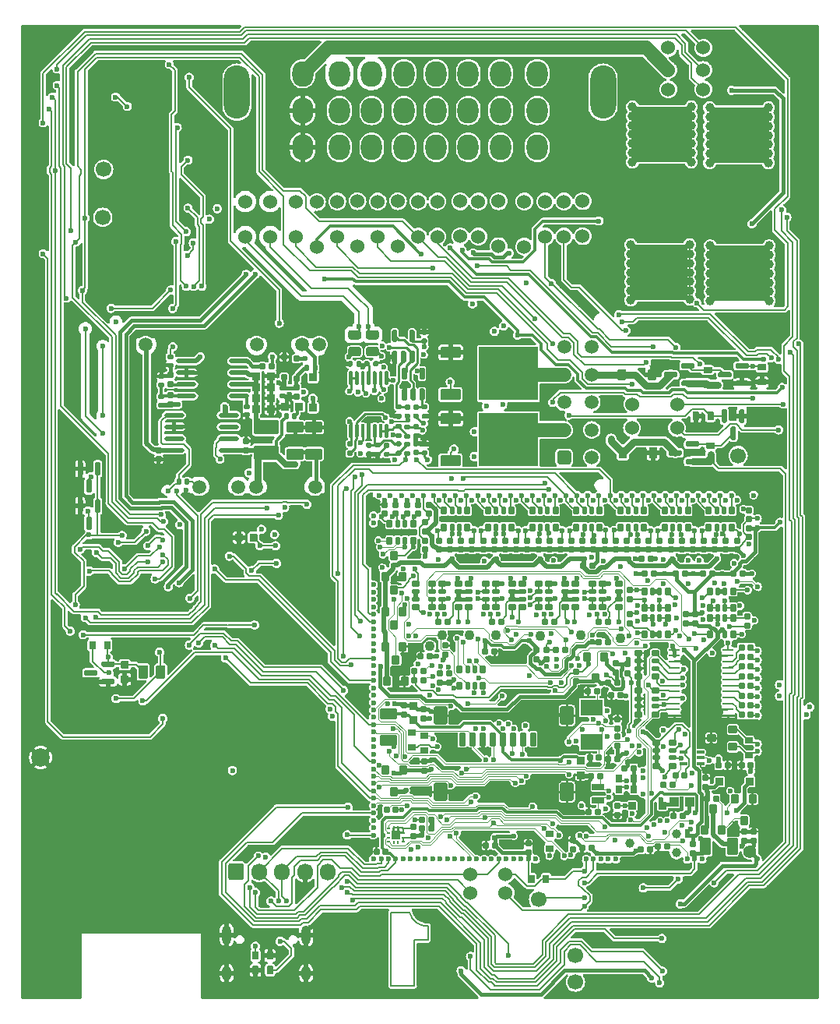
<source format=gbl>
G75*
G70*
%OFA0B0*%
%FSLAX25Y25*%
%IPPOS*%
%LPD*%
%AMOC8*
5,1,8,0,0,1.08239X$1,22.5*
%
%AMM133*
21,1,0.035430,0.030320,-0.000000,-0.000000,270.000000*
21,1,0.028350,0.037400,-0.000000,-0.000000,270.000000*
1,1,0.007090,-0.015160,-0.014170*
1,1,0.007090,-0.015160,0.014170*
1,1,0.007090,0.015160,0.014170*
1,1,0.007090,0.015160,-0.014170*
%
%AMM135*
21,1,0.035830,0.026770,-0.000000,-0.000000,180.000000*
21,1,0.029130,0.033470,-0.000000,-0.000000,180.000000*
1,1,0.006690,-0.014570,0.013390*
1,1,0.006690,0.014570,0.013390*
1,1,0.006690,0.014570,-0.013390*
1,1,0.006690,-0.014570,-0.013390*
%
%AMM137*
21,1,0.070870,0.036220,-0.000000,-0.000000,270.000000*
21,1,0.061810,0.045280,-0.000000,-0.000000,270.000000*
1,1,0.009060,-0.018110,-0.030910*
1,1,0.009060,-0.018110,0.030910*
1,1,0.009060,0.018110,0.030910*
1,1,0.009060,0.018110,-0.030910*
%
%AMM157*
21,1,0.033470,0.026770,-0.000000,-0.000000,90.000000*
21,1,0.026770,0.033470,-0.000000,-0.000000,90.000000*
1,1,0.006690,0.013390,0.013390*
1,1,0.006690,0.013390,-0.013390*
1,1,0.006690,-0.013390,-0.013390*
1,1,0.006690,-0.013390,0.013390*
%
%AMM171*
21,1,0.035830,0.026770,0.000000,-0.000000,270.000000*
21,1,0.029130,0.033470,0.000000,-0.000000,270.000000*
1,1,0.006690,-0.013390,-0.014570*
1,1,0.006690,-0.013390,0.014570*
1,1,0.006690,0.013390,0.014570*
1,1,0.006690,0.013390,-0.014570*
%
%AMM173*
21,1,0.070870,0.036220,0.000000,-0.000000,0.000000*
21,1,0.061810,0.045280,0.000000,-0.000000,0.000000*
1,1,0.009060,0.030910,-0.018110*
1,1,0.009060,-0.030910,-0.018110*
1,1,0.009060,-0.030910,0.018110*
1,1,0.009060,0.030910,0.018110*
%
%AMM176*
21,1,0.023620,0.018900,0.000000,-0.000000,0.000000*
21,1,0.018900,0.023620,0.000000,-0.000000,0.000000*
1,1,0.004720,0.009450,-0.009450*
1,1,0.004720,-0.009450,-0.009450*
1,1,0.004720,-0.009450,0.009450*
1,1,0.004720,0.009450,0.009450*
%
%AMM177*
21,1,0.019680,0.019680,0.000000,-0.000000,270.000000*
21,1,0.015750,0.023620,0.000000,-0.000000,270.000000*
1,1,0.003940,-0.009840,-0.007870*
1,1,0.003940,-0.009840,0.007870*
1,1,0.003940,0.009840,0.007870*
1,1,0.003940,0.009840,-0.007870*
%
%AMM178*
21,1,0.019680,0.019680,0.000000,-0.000000,180.000000*
21,1,0.015750,0.023620,0.000000,-0.000000,180.000000*
1,1,0.003940,-0.007870,0.009840*
1,1,0.003940,0.007870,0.009840*
1,1,0.003940,0.007870,-0.009840*
1,1,0.003940,-0.007870,-0.009840*
%
%AMM192*
21,1,0.106300,0.050390,0.000000,-0.000000,0.000000*
21,1,0.093700,0.062990,0.000000,-0.000000,0.000000*
1,1,0.012600,0.046850,-0.025200*
1,1,0.012600,-0.046850,-0.025200*
1,1,0.012600,-0.046850,0.025200*
1,1,0.012600,0.046850,0.025200*
%
%AMM193*
21,1,0.033470,0.026770,0.000000,-0.000000,180.000000*
21,1,0.026770,0.033470,0.000000,-0.000000,180.000000*
1,1,0.006690,-0.013390,0.013390*
1,1,0.006690,0.013390,0.013390*
1,1,0.006690,0.013390,-0.013390*
1,1,0.006690,-0.013390,-0.013390*
%
%AMM194*
21,1,0.023620,0.018900,0.000000,-0.000000,90.000000*
21,1,0.018900,0.023620,0.000000,-0.000000,90.000000*
1,1,0.004720,0.009450,0.009450*
1,1,0.004720,0.009450,-0.009450*
1,1,0.004720,-0.009450,-0.009450*
1,1,0.004720,-0.009450,0.009450*
%
%AMM195*
21,1,0.122050,0.075590,0.000000,-0.000000,90.000000*
21,1,0.103150,0.094490,0.000000,-0.000000,90.000000*
1,1,0.018900,0.037800,0.051580*
1,1,0.018900,0.037800,-0.051580*
1,1,0.018900,-0.037800,-0.051580*
1,1,0.018900,-0.037800,0.051580*
%
%AMM196*
21,1,0.118110,0.083460,0.000000,-0.000000,270.000000*
21,1,0.097240,0.104330,0.000000,-0.000000,270.000000*
1,1,0.020870,-0.041730,-0.048620*
1,1,0.020870,-0.041730,0.048620*
1,1,0.020870,0.041730,0.048620*
1,1,0.020870,0.041730,-0.048620*
%
%AMM259*
21,1,0.027560,0.018900,-0.000000,-0.000000,0.000000*
21,1,0.022840,0.023620,-0.000000,-0.000000,0.000000*
1,1,0.004720,0.011420,-0.009450*
1,1,0.004720,-0.011420,-0.009450*
1,1,0.004720,-0.011420,0.009450*
1,1,0.004720,0.011420,0.009450*
%
%AMM262*
21,1,0.025590,0.026380,-0.000000,-0.000000,270.000000*
21,1,0.020470,0.031500,-0.000000,-0.000000,270.000000*
1,1,0.005120,-0.013190,-0.010240*
1,1,0.005120,-0.013190,0.010240*
1,1,0.005120,0.013190,0.010240*
1,1,0.005120,0.013190,-0.010240*
%
%AMM263*
21,1,0.017720,0.027950,-0.000000,-0.000000,270.000000*
21,1,0.014170,0.031500,-0.000000,-0.000000,270.000000*
1,1,0.003540,-0.013980,-0.007090*
1,1,0.003540,-0.013980,0.007090*
1,1,0.003540,0.013980,0.007090*
1,1,0.003540,0.013980,-0.007090*
%
%AMM265*
21,1,0.012600,0.028980,-0.000000,-0.000000,270.000000*
21,1,0.010080,0.031500,-0.000000,-0.000000,270.000000*
1,1,0.002520,-0.014490,-0.005040*
1,1,0.002520,-0.014490,0.005040*
1,1,0.002520,0.014490,0.005040*
1,1,0.002520,0.014490,-0.005040*
%
%AMM268*
21,1,0.027560,0.018900,-0.000000,-0.000000,270.000000*
21,1,0.022840,0.023620,-0.000000,-0.000000,270.000000*
1,1,0.004720,-0.009450,-0.011420*
1,1,0.004720,-0.009450,0.011420*
1,1,0.004720,0.009450,0.011420*
1,1,0.004720,0.009450,-0.011420*
%
%AMM285*
21,1,0.035430,0.030320,-0.000000,-0.000000,0.000000*
21,1,0.028350,0.037400,-0.000000,-0.000000,0.000000*
1,1,0.007090,0.014170,-0.015160*
1,1,0.007090,-0.014170,-0.015160*
1,1,0.007090,-0.014170,0.015160*
1,1,0.007090,0.014170,0.015160*
%
%AMM286*
21,1,0.070870,0.036220,-0.000000,-0.000000,180.000000*
21,1,0.061810,0.045280,-0.000000,-0.000000,180.000000*
1,1,0.009060,-0.030910,0.018110*
1,1,0.009060,0.030910,0.018110*
1,1,0.009060,0.030910,-0.018110*
1,1,0.009060,-0.030910,-0.018110*
%
%AMM287*
21,1,0.059060,0.020470,-0.000000,-0.000000,270.000000*
21,1,0.053940,0.025590,-0.000000,-0.000000,270.000000*
1,1,0.005120,-0.010240,-0.026970*
1,1,0.005120,-0.010240,0.026970*
1,1,0.005120,0.010240,0.026970*
1,1,0.005120,0.010240,-0.026970*
%
%AMM288*
21,1,0.078740,0.045670,-0.000000,-0.000000,270.000000*
21,1,0.067320,0.057090,-0.000000,-0.000000,270.000000*
1,1,0.011420,-0.022840,-0.033660*
1,1,0.011420,-0.022840,0.033660*
1,1,0.011420,0.022840,0.033660*
1,1,0.011420,0.022840,-0.033660*
%
%AMM289*
21,1,0.025590,0.026380,-0.000000,-0.000000,180.000000*
21,1,0.020470,0.031500,-0.000000,-0.000000,180.000000*
1,1,0.005120,-0.010240,0.013190*
1,1,0.005120,0.010240,0.013190*
1,1,0.005120,0.010240,-0.013190*
1,1,0.005120,-0.010240,-0.013190*
%
%AMM290*
21,1,0.017720,0.027950,-0.000000,-0.000000,180.000000*
21,1,0.014170,0.031500,-0.000000,-0.000000,180.000000*
1,1,0.003540,-0.007090,0.013980*
1,1,0.003540,0.007090,0.013980*
1,1,0.003540,0.007090,-0.013980*
1,1,0.003540,-0.007090,-0.013980*
%
%AMM291*
21,1,0.027560,0.030710,-0.000000,-0.000000,270.000000*
21,1,0.022050,0.036220,-0.000000,-0.000000,270.000000*
1,1,0.005510,-0.015350,-0.011020*
1,1,0.005510,-0.015350,0.011020*
1,1,0.005510,0.015350,0.011020*
1,1,0.005510,0.015350,-0.011020*
%
%AMM292*
21,1,0.027560,0.049610,-0.000000,-0.000000,90.000000*
21,1,0.022050,0.055120,-0.000000,-0.000000,90.000000*
1,1,0.005510,0.024800,0.011020*
1,1,0.005510,0.024800,-0.011020*
1,1,0.005510,-0.024800,-0.011020*
1,1,0.005510,-0.024800,0.011020*
%
%AMM293*
21,1,0.027560,0.030710,-0.000000,-0.000000,180.000000*
21,1,0.022050,0.036220,-0.000000,-0.000000,180.000000*
1,1,0.005510,-0.011020,0.015350*
1,1,0.005510,0.011020,0.015350*
1,1,0.005510,0.011020,-0.015350*
1,1,0.005510,-0.011020,-0.015350*
%
%ADD10C,0.06000*%
%ADD11O,0.06693X0.07283*%
%ADD110C,0.02756*%
%ADD13O,0.03937X0.08268*%
%ADD14O,0.03937X0.06299*%
%ADD15C,0.06693*%
%ADD16C,0.05906*%
%ADD162C,0.00492*%
%ADD163C,0.03900*%
%ADD164C,0.04331*%
%ADD165C,0.05512*%
%ADD195R,0.03937X0.04331*%
%ADD199R,0.01968X0.01968*%
%ADD200R,0.09449X0.06693*%
%ADD206O,0.04961X0.00984*%
%ADD207R,0.00984X0.01378*%
%ADD208R,0.01378X0.00984*%
%ADD209R,0.01968X0.01176*%
%ADD23C,0.02362*%
%ADD24O,0.12992X0.00787*%
%ADD25O,0.40157X0.00787*%
%ADD26O,0.01181X0.00787*%
%ADD267O,0.40158X0.00787*%
%ADD27O,0.00787X0.66929*%
%ADD28O,0.00787X0.60630*%
%ADD284O,0.08661X0.01968*%
%ADD29O,0.18898X0.00787*%
%ADD296M133*%
%ADD298M135*%
%ADD30O,0.10236X0.00787*%
%ADD300M137*%
%ADD31O,0.03937X0.00787*%
%ADD32O,0.05906X0.00787*%
%ADD320M157*%
%ADD33R,0.24350X0.00984*%
%ADD334M171*%
%ADD336M173*%
%ADD339M176*%
%ADD34R,0.04390X0.00984*%
%ADD340M177*%
%ADD341M178*%
%ADD35R,0.00984X0.56201*%
%ADD355M192*%
%ADD356M193*%
%ADD357M194*%
%ADD358M195*%
%ADD359M196*%
%ADD36R,0.00984X0.59449*%
%ADD37R,0.20374X0.00984*%
%ADD40C,0.07874*%
%ADD442M259*%
%ADD445M262*%
%ADD446M263*%
%ADD448M265*%
%ADD451M268*%
%ADD46R,0.00787X0.09055*%
%ADD468M285*%
%ADD469M286*%
%ADD47R,0.00787X0.42126*%
%ADD470M287*%
%ADD471M288*%
%ADD472M289*%
%ADD473M290*%
%ADD474M291*%
%ADD475M292*%
%ADD476M293*%
%ADD48R,0.00787X0.08268*%
%ADD49R,0.00787X0.23622*%
%ADD50R,0.00787X0.21260*%
%ADD51R,0.05512X0.00787*%
%ADD52R,0.19685X0.00787*%
%ADD53R,0.26772X0.00787*%
%ADD54R,0.17717X0.00787*%
%ADD55R,0.00787X0.06299*%
%ADD56R,0.00787X0.22441*%
%ADD57R,0.00787X0.07874*%
%ADD58O,0.11024X0.22835*%
%ADD59O,0.09055X0.11024*%
%ADD61C,0.03937*%
%ADD62C,0.17717*%
%ADD63C,0.01575*%
%ADD64C,0.00787*%
%ADD65C,0.01181*%
%ADD66C,0.00800*%
%ADD75C,0.00984*%
%ADD82R,0.25197X0.22835*%
%ADD83C,0.03150*%
%ADD87C,0.01968*%
X0000000Y0000000D02*
%LPD*%
G01*
D64*
X0174646Y0025551D02*
X0174646Y0031457D01*
X0174646Y0025551D02*
X0168740Y0025551D01*
X0168740Y0005866D02*
X0158898Y0005866D01*
X0168740Y0025551D02*
X0168740Y0005866D01*
X0158898Y0005866D02*
X0158898Y0037362D01*
X0158898Y0037362D02*
X0166772Y0037362D01*
X0166772Y0037362D02*
G75*
G03*
X0174646Y0031457I0007565J0001885D01*
G01*
D10*
X0196206Y0326364D03*
X0196206Y0341364D03*
X0188514Y0326449D03*
X0188514Y0341449D03*
X0262008Y0244488D03*
X0281299Y0244488D03*
X0144488Y0341535D03*
X0144488Y0322244D03*
G36*
G01*
X0089173Y0052067D02*
X0089173Y0057382D01*
G75*
G02*
X0090157Y0058366I0000984J0000000D01*
G01*
X0094882Y0058366D01*
G75*
G02*
X0095866Y0057382I0000000J-000984D01*
G01*
X0095866Y0052067D01*
G75*
G02*
X0094882Y0051083I-000984J0000000D01*
G01*
X0090157Y0051083D01*
G75*
G02*
X0089173Y0052067I0000000J0000984D01*
G01*
G37*
D11*
X0102362Y0054724D03*
X0112205Y0054724D03*
X0122047Y0054724D03*
X0131890Y0054724D03*
D13*
X0088504Y0027638D03*
D14*
X0088504Y0011181D03*
D13*
X0122520Y0027638D03*
D14*
X0122520Y0011181D03*
D15*
X0307480Y0232677D03*
D10*
X0096457Y0326358D03*
X0096457Y0341358D03*
X0292539Y0407087D03*
X0277539Y0407087D03*
G36*
G01*
X0234980Y0228937D02*
X0231043Y0228937D01*
G75*
G02*
X0230059Y0229921I0000000J0000984D01*
G01*
X0230059Y0233858D01*
G75*
G02*
X0231043Y0234843I0000984J0000000D01*
G01*
X0234980Y0234843D01*
G75*
G02*
X0235965Y0233858I0000000J-000984D01*
G01*
X0235965Y0229921D01*
G75*
G02*
X0234980Y0228937I-000984J0000000D01*
G01*
G37*
D16*
X0233012Y0243701D03*
X0233012Y0255512D03*
X0233012Y0267323D03*
X0233012Y0279134D03*
X0244823Y0231890D03*
X0244823Y0243701D03*
X0244823Y0255512D03*
X0244823Y0267323D03*
X0244823Y0279134D03*
D10*
X0153150Y0326358D03*
X0153150Y0341358D03*
D23*
X0273927Y0007192D03*
X0270482Y0009259D03*
X0275108Y0012211D03*
X0274813Y0026188D03*
D10*
X0262205Y0254724D03*
X0281496Y0254724D03*
X0178740Y0326358D03*
X0178740Y0341358D03*
D15*
X0237795Y0007480D03*
D16*
X0126280Y0219193D03*
X0101083Y0219193D03*
X0093602Y0219193D03*
X0076673Y0219193D03*
D23*
X0067224Y0217421D03*
X0063287Y0217421D03*
D24*
X0111122Y0282776D03*
D25*
X0077657Y0282776D03*
D26*
X0049705Y0282776D03*
D27*
X0049508Y0249705D03*
D28*
X0130610Y0246555D03*
D16*
X0052067Y0219193D03*
D26*
X0130413Y0216634D03*
D29*
X0113878Y0216634D03*
D30*
X0084941Y0216634D03*
D31*
X0071161Y0216634D03*
D32*
X0058169Y0216634D03*
D16*
X0128051Y0280217D03*
X0120768Y0280217D03*
X0101280Y0280217D03*
X0053839Y0280217D03*
D15*
X0222047Y0042913D03*
D23*
X0165059Y0231004D03*
X0160335Y0231004D03*
X0169783Y0231004D03*
X0174508Y0231004D03*
D33*
X0164006Y0288681D03*
D34*
X0140187Y0288681D03*
D35*
X0175689Y0261073D03*
D36*
X0138484Y0259449D03*
D37*
X0148179Y0230217D03*
D23*
X0149075Y0287795D03*
X0145138Y0287795D03*
D10*
X0170472Y0326358D03*
X0170472Y0341358D03*
X0118110Y0326358D03*
X0118110Y0341358D03*
X0215929Y0341339D03*
X0215929Y0322047D03*
X0277539Y0389370D03*
X0292539Y0389370D03*
X0161811Y0341535D03*
X0161811Y0322244D03*
D23*
X0266903Y0047766D03*
X0241608Y0054970D03*
X0241608Y0049951D03*
X0241608Y0043455D03*
X0241608Y0039911D03*
D10*
X0207894Y0045669D03*
X0192894Y0045669D03*
X0207894Y0053543D03*
X0192894Y0053543D03*
X0224929Y0326358D03*
X0224929Y0341358D03*
X0232929Y0326358D03*
X0232929Y0341358D03*
D23*
X0151476Y0070374D03*
X0151476Y0073524D03*
X0151476Y0076673D03*
X0151476Y0079823D03*
X0151476Y0082972D03*
X0151476Y0086122D03*
X0151476Y0089272D03*
X0151476Y0092421D03*
X0151476Y0095571D03*
X0151476Y0098720D03*
X0151476Y0101870D03*
X0151476Y0105020D03*
X0151476Y0108169D03*
X0151476Y0111319D03*
X0151476Y0114469D03*
X0151476Y0117618D03*
X0151476Y0120768D03*
X0151476Y0123917D03*
X0151476Y0127067D03*
X0151476Y0130217D03*
X0151476Y0133366D03*
X0151476Y0136516D03*
X0151476Y0139665D03*
X0151476Y0142815D03*
X0151476Y0145965D03*
X0151476Y0149114D03*
X0151476Y0152264D03*
X0151476Y0155413D03*
X0151476Y0158563D03*
X0151476Y0161713D03*
X0151476Y0164862D03*
X0151476Y0168012D03*
X0151476Y0171161D03*
X0151476Y0174311D03*
X0151476Y0177461D03*
X0151476Y0203839D03*
X0151476Y0206988D03*
D46*
X0316437Y0212303D03*
D47*
X0316437Y0083169D03*
D48*
X0316437Y0115453D03*
D49*
X0316437Y0162894D03*
D50*
X0316437Y0189272D03*
D51*
X0309350Y0216437D03*
D52*
X0303839Y0059350D03*
D53*
X0270374Y0059350D03*
D54*
X0231594Y0059350D03*
D55*
X0150689Y0065256D03*
D56*
X0150689Y0190650D03*
D57*
X0150689Y0212894D03*
D23*
X0151476Y0060138D03*
X0154626Y0060138D03*
X0157776Y0060138D03*
X0160925Y0060138D03*
X0164075Y0060138D03*
X0167224Y0060138D03*
X0170374Y0060138D03*
X0173524Y0060138D03*
X0176673Y0060138D03*
X0179823Y0060138D03*
X0182972Y0060138D03*
X0186122Y0060138D03*
X0189272Y0060138D03*
X0192421Y0060138D03*
X0195571Y0060138D03*
X0198720Y0060138D03*
X0201870Y0060138D03*
X0205020Y0060138D03*
X0208169Y0060138D03*
X0211319Y0060138D03*
X0214468Y0060138D03*
X0217618Y0060138D03*
X0220768Y0060138D03*
X0242421Y0060138D03*
X0245571Y0060138D03*
X0248720Y0060138D03*
X0251870Y0060138D03*
X0255020Y0060138D03*
X0285728Y0060138D03*
X0288878Y0060138D03*
X0292028Y0060138D03*
X0315650Y0060138D03*
X0153839Y0215650D03*
X0158563Y0215650D03*
X0163287Y0215650D03*
X0168012Y0215650D03*
X0172736Y0215650D03*
X0177067Y0215650D03*
X0181791Y0215650D03*
X0186516Y0215650D03*
X0191240Y0215650D03*
X0195965Y0215650D03*
X0200689Y0215650D03*
X0205413Y0215650D03*
X0210138Y0215650D03*
X0214862Y0215650D03*
X0219587Y0215650D03*
X0224311Y0215650D03*
X0229035Y0215650D03*
X0233760Y0215650D03*
X0238484Y0215650D03*
X0243209Y0215650D03*
X0247933Y0215650D03*
X0252657Y0215650D03*
X0257382Y0215650D03*
X0262106Y0215650D03*
X0266831Y0215650D03*
X0271555Y0215650D03*
X0276280Y0215650D03*
X0281004Y0215650D03*
X0285728Y0215650D03*
X0290453Y0215650D03*
X0295177Y0215650D03*
X0299902Y0215650D03*
X0304626Y0215650D03*
X0314075Y0215650D03*
X0315650Y0205807D03*
X0315650Y0201870D03*
X0315650Y0176673D03*
X0315650Y0149114D03*
X0315650Y0145177D03*
X0315650Y0141240D03*
X0315650Y0137303D03*
X0315650Y0133366D03*
X0315650Y0129429D03*
X0315650Y0125492D03*
X0315650Y0121555D03*
X0315650Y0109350D03*
X0315650Y0106201D03*
D10*
X0292539Y0397638D03*
X0277539Y0397638D03*
X0240929Y0326547D03*
X0240929Y0341547D03*
D58*
X0092913Y0388185D03*
X0249606Y0388185D03*
D59*
X0121063Y0364563D03*
X0136811Y0364563D03*
X0150591Y0364563D03*
X0164370Y0364563D03*
X0178150Y0364563D03*
X0191929Y0364563D03*
X0205709Y0364563D03*
X0221457Y0364563D03*
X0121063Y0380311D03*
X0136811Y0380311D03*
X0150591Y0380311D03*
X0164370Y0380311D03*
X0178150Y0380311D03*
X0191929Y0380311D03*
X0205709Y0380311D03*
X0221457Y0380311D03*
X0121063Y0396059D03*
X0136811Y0396059D03*
X0150591Y0396059D03*
X0164370Y0396059D03*
X0178150Y0396059D03*
X0191929Y0396059D03*
X0205709Y0396059D03*
X0221457Y0396059D03*
D10*
X0107087Y0326358D03*
X0107087Y0341358D03*
X0135827Y0326358D03*
X0135827Y0341358D03*
D15*
X0237795Y0018898D03*
D10*
X0127165Y0341142D03*
X0127165Y0321850D03*
X0204929Y0341535D03*
X0204929Y0322244D03*
G36*
G01*
X0217520Y0050039D02*
X0217520Y0053110D01*
G75*
G02*
X0217795Y0053386I0000276J0000000D01*
G01*
X0220000Y0053386D01*
G75*
G02*
X0220276Y0053110I0000000J-000276D01*
G01*
X0220276Y0050039D01*
G75*
G02*
X0220000Y0049764I-000276J0000000D01*
G01*
X0217795Y0049764D01*
G75*
G02*
X0217520Y0050039I0000000J0000276D01*
G01*
G37*
G36*
G01*
X0223819Y0050039D02*
X0223819Y0053110D01*
G75*
G02*
X0224094Y0053386I0000276J0000000D01*
G01*
X0226299Y0053386D01*
G75*
G02*
X0226575Y0053110I0000000J-000276D01*
G01*
X0226575Y0050039D01*
G75*
G02*
X0226299Y0049764I-000276J0000000D01*
G01*
X0224094Y0049764D01*
G75*
G02*
X0223819Y0050039I0000000J0000276D01*
G01*
G37*
G36*
G01*
X0099409Y0011063D02*
X0099409Y0014134D01*
G75*
G02*
X0099685Y0014409I0000276J0000000D01*
G01*
X0101890Y0014409D01*
G75*
G02*
X0102165Y0014134I0000000J-000276D01*
G01*
X0102165Y0011063D01*
G75*
G02*
X0101890Y0010787I-000276J0000000D01*
G01*
X0099685Y0010787D01*
G75*
G02*
X0099409Y0011063I0000000J0000276D01*
G01*
G37*
G36*
G01*
X0105709Y0011063D02*
X0105709Y0014134D01*
G75*
G02*
X0105984Y0014409I0000276J0000000D01*
G01*
X0108189Y0014409D01*
G75*
G02*
X0108465Y0014134I0000000J-000276D01*
G01*
X0108465Y0011063D01*
G75*
G02*
X0108189Y0010787I-000276J0000000D01*
G01*
X0105984Y0010787D01*
G75*
G02*
X0105709Y0011063I0000000J0000276D01*
G01*
G37*
G36*
G01*
X0050787Y0137697D02*
X0050787Y0142618D01*
G75*
G02*
X0051181Y0143012I0000394J0000000D01*
G01*
X0054331Y0143012D01*
G75*
G02*
X0054724Y0142618I0000000J-000394D01*
G01*
X0054724Y0137697D01*
G75*
G02*
X0054331Y0137303I-000394J0000000D01*
G01*
X0051181Y0137303D01*
G75*
G02*
X0050787Y0137697I0000000J0000394D01*
G01*
G37*
G36*
G01*
X0058268Y0137697D02*
X0058268Y0142618D01*
G75*
G02*
X0058662Y0143012I0000394J0000000D01*
G01*
X0061811Y0143012D01*
G75*
G02*
X0062205Y0142618I0000000J-000394D01*
G01*
X0062205Y0137697D01*
G75*
G02*
X0061811Y0137303I-000394J0000000D01*
G01*
X0058662Y0137303D01*
G75*
G02*
X0058268Y0137697I0000000J0000394D01*
G01*
G37*
D15*
X0035433Y0334646D03*
G36*
G01*
X0256299Y0231850D02*
X0256299Y0235866D01*
G75*
G02*
X0256654Y0236220I0000354J0000000D01*
G01*
X0259488Y0236220D01*
G75*
G02*
X0259843Y0235866I0000000J-000354D01*
G01*
X0259843Y0231850D01*
G75*
G02*
X0259488Y0231496I-000354J0000000D01*
G01*
X0256654Y0231496D01*
G75*
G02*
X0256299Y0231850I0000000J0000354D01*
G01*
G37*
G36*
G01*
X0269291Y0231850D02*
X0269291Y0235866D01*
G75*
G02*
X0269646Y0236220I0000354J0000000D01*
G01*
X0272480Y0236220D01*
G75*
G02*
X0272835Y0235866I0000000J-000354D01*
G01*
X0272835Y0231850D01*
G75*
G02*
X0272480Y0231496I-000354J0000000D01*
G01*
X0269646Y0231496D01*
G75*
G02*
X0269291Y0231850I0000000J0000354D01*
G01*
G37*
G36*
G01*
X0025197Y0214075D02*
X0026378Y0214075D01*
G75*
G02*
X0026969Y0213484I0000000J-000591D01*
G01*
X0026969Y0208858D01*
G75*
G02*
X0026378Y0208268I-000591J0000000D01*
G01*
X0025197Y0208268D01*
G75*
G02*
X0024606Y0208858I0000000J0000591D01*
G01*
X0024606Y0213484D01*
G75*
G02*
X0025197Y0214075I0000591J0000000D01*
G01*
G37*
G36*
G01*
X0032677Y0214075D02*
X0033858Y0214075D01*
G75*
G02*
X0034449Y0213484I0000000J-000591D01*
G01*
X0034449Y0208858D01*
G75*
G02*
X0033858Y0208268I-000591J0000000D01*
G01*
X0032677Y0208268D01*
G75*
G02*
X0032087Y0208858I0000000J0000591D01*
G01*
X0032087Y0213484D01*
G75*
G02*
X0032677Y0214075I0000591J0000000D01*
G01*
G37*
G36*
G01*
X0028937Y0206693D02*
X0030118Y0206693D01*
G75*
G02*
X0030709Y0206102I0000000J-000591D01*
G01*
X0030709Y0201476D01*
G75*
G02*
X0030118Y0200886I-000591J0000000D01*
G01*
X0028937Y0200886D01*
G75*
G02*
X0028346Y0201476I0000000J0000591D01*
G01*
X0028346Y0206102D01*
G75*
G02*
X0028937Y0206693I0000591J0000000D01*
G01*
G37*
G36*
G01*
X0292953Y0270669D02*
X0296024Y0270669D01*
G75*
G02*
X0296299Y0270394I0000000J-000276D01*
G01*
X0296299Y0268189D01*
G75*
G02*
X0296024Y0267913I-000276J0000000D01*
G01*
X0292953Y0267913D01*
G75*
G02*
X0292677Y0268189I0000000J0000276D01*
G01*
X0292677Y0270394D01*
G75*
G02*
X0292953Y0270669I0000276J0000000D01*
G01*
G37*
G36*
G01*
X0292953Y0264370D02*
X0296024Y0264370D01*
G75*
G02*
X0296299Y0264094I0000000J-000276D01*
G01*
X0296299Y0261890D01*
G75*
G02*
X0296024Y0261614I-000276J0000000D01*
G01*
X0292953Y0261614D01*
G75*
G02*
X0292677Y0261890I0000000J0000276D01*
G01*
X0292677Y0264094D01*
G75*
G02*
X0292953Y0264370I0000276J0000000D01*
G01*
G37*
G36*
G01*
X0180020Y0228602D02*
X0180020Y0232382D01*
G75*
G02*
X0180492Y0232854I0000472J0000000D01*
G01*
X0188209Y0232854D01*
G75*
G02*
X0188681Y0232382I0000000J-000472D01*
G01*
X0188681Y0228602D01*
G75*
G02*
X0188209Y0228130I-000472J0000000D01*
G01*
X0180492Y0228130D01*
G75*
G02*
X0180020Y0228602I0000000J0000472D01*
G01*
G37*
D82*
X0209154Y0239469D03*
G36*
G01*
X0180020Y0246555D02*
X0180020Y0250335D01*
G75*
G02*
X0180492Y0250807I0000472J0000000D01*
G01*
X0188209Y0250807D01*
G75*
G02*
X0188681Y0250335I0000000J-000472D01*
G01*
X0188681Y0246555D01*
G75*
G02*
X0188209Y0246083I-000472J0000000D01*
G01*
X0180492Y0246083D01*
G75*
G02*
X0180020Y0246555I0000000J0000472D01*
G01*
G37*
G36*
G01*
X0029724Y0150039D02*
X0029724Y0153110D01*
G75*
G02*
X0030000Y0153386I0000276J0000000D01*
G01*
X0032205Y0153386D01*
G75*
G02*
X0032480Y0153110I0000000J-000276D01*
G01*
X0032480Y0150039D01*
G75*
G02*
X0032205Y0149764I-000276J0000000D01*
G01*
X0030000Y0149764D01*
G75*
G02*
X0029724Y0150039I0000000J0000276D01*
G01*
G37*
G36*
G01*
X0036024Y0150039D02*
X0036024Y0153110D01*
G75*
G02*
X0036299Y0153386I0000276J0000000D01*
G01*
X0038504Y0153386D01*
G75*
G02*
X0038780Y0153110I0000000J-000276D01*
G01*
X0038780Y0150039D01*
G75*
G02*
X0038504Y0149764I-000276J0000000D01*
G01*
X0036299Y0149764D01*
G75*
G02*
X0036024Y0150039I0000000J0000276D01*
G01*
G37*
G36*
G01*
X0290846Y0238189D02*
X0290846Y0237008D01*
G75*
G02*
X0290256Y0236417I-000591J0000000D01*
G01*
X0285630Y0236417D01*
G75*
G02*
X0285039Y0237008I0000000J0000591D01*
G01*
X0285039Y0238189D01*
G75*
G02*
X0285630Y0238780I0000591J0000000D01*
G01*
X0290256Y0238780D01*
G75*
G02*
X0290846Y0238189I0000000J-000591D01*
G01*
G37*
G36*
G01*
X0290846Y0230709D02*
X0290846Y0229528D01*
G75*
G02*
X0290256Y0228937I-000591J0000000D01*
G01*
X0285630Y0228937D01*
G75*
G02*
X0285039Y0229528I0000000J0000591D01*
G01*
X0285039Y0230709D01*
G75*
G02*
X0285630Y0231299I0000591J0000000D01*
G01*
X0290256Y0231299D01*
G75*
G02*
X0290846Y0230709I0000000J-000591D01*
G01*
G37*
G36*
G01*
X0283465Y0234449D02*
X0283465Y0233268D01*
G75*
G02*
X0282874Y0232677I-000591J0000000D01*
G01*
X0278248Y0232677D01*
G75*
G02*
X0277657Y0233268I0000000J0000591D01*
G01*
X0277657Y0234449D01*
G75*
G02*
X0278248Y0235039I0000591J0000000D01*
G01*
X0282874Y0235039D01*
G75*
G02*
X0283465Y0234449I0000000J-000591D01*
G01*
G37*
G36*
G01*
X0288878Y0271654D02*
X0288878Y0270472D01*
G75*
G02*
X0288287Y0269882I-000591J0000000D01*
G01*
X0283661Y0269882D01*
G75*
G02*
X0283071Y0270472I0000000J0000591D01*
G01*
X0283071Y0271654D01*
G75*
G02*
X0283661Y0272244I0000591J0000000D01*
G01*
X0288287Y0272244D01*
G75*
G02*
X0288878Y0271654I0000000J-000591D01*
G01*
G37*
G36*
G01*
X0288878Y0264173D02*
X0288878Y0262992D01*
G75*
G02*
X0288287Y0262402I-000591J0000000D01*
G01*
X0283661Y0262402D01*
G75*
G02*
X0283071Y0262992I0000000J0000591D01*
G01*
X0283071Y0264173D01*
G75*
G02*
X0283661Y0264764I0000591J0000000D01*
G01*
X0288287Y0264764D01*
G75*
G02*
X0288878Y0264173I0000000J-000591D01*
G01*
G37*
G36*
G01*
X0281496Y0267913D02*
X0281496Y0266732D01*
G75*
G02*
X0280906Y0266142I-000591J0000000D01*
G01*
X0276280Y0266142D01*
G75*
G02*
X0275689Y0266732I0000000J0000591D01*
G01*
X0275689Y0267913D01*
G75*
G02*
X0276280Y0268504I0000591J0000000D01*
G01*
X0280906Y0268504D01*
G75*
G02*
X0281496Y0267913I0000000J-000591D01*
G01*
G37*
G36*
G01*
X0025197Y0229970D02*
X0026378Y0229970D01*
G75*
G02*
X0026969Y0229380I0000000J-000591D01*
G01*
X0026969Y0224754D01*
G75*
G02*
X0026378Y0224163I-000591J0000000D01*
G01*
X0025197Y0224163D01*
G75*
G02*
X0024606Y0224754I0000000J0000591D01*
G01*
X0024606Y0229380D01*
G75*
G02*
X0025197Y0229970I0000591J0000000D01*
G01*
G37*
G36*
G01*
X0032677Y0229970D02*
X0033858Y0229970D01*
G75*
G02*
X0034449Y0229380I0000000J-000591D01*
G01*
X0034449Y0224754D01*
G75*
G02*
X0033858Y0224163I-000591J0000000D01*
G01*
X0032677Y0224163D01*
G75*
G02*
X0032087Y0224754I0000000J0000591D01*
G01*
X0032087Y0229380D01*
G75*
G02*
X0032677Y0229970I0000591J0000000D01*
G01*
G37*
G36*
G01*
X0028937Y0222589D02*
X0030118Y0222589D01*
G75*
G02*
X0030709Y0221998I0000000J-000591D01*
G01*
X0030709Y0217372D01*
G75*
G02*
X0030118Y0216781I-000591J0000000D01*
G01*
X0028937Y0216781D01*
G75*
G02*
X0028346Y0217372I0000000J0000591D01*
G01*
X0028346Y0221998D01*
G75*
G02*
X0028937Y0222589I0000591J0000000D01*
G01*
G37*
G36*
G01*
X0046220Y0135374D02*
X0043543Y0135374D01*
G75*
G02*
X0043209Y0135709I0000000J0000335D01*
G01*
X0043209Y0138386D01*
G75*
G02*
X0043543Y0138720I0000335J0000000D01*
G01*
X0046220Y0138720D01*
G75*
G02*
X0046555Y0138386I0000000J-000335D01*
G01*
X0046555Y0135709D01*
G75*
G02*
X0046220Y0135374I-000335J0000000D01*
G01*
G37*
G36*
G01*
X0046220Y0141594D02*
X0043543Y0141594D01*
G75*
G02*
X0043209Y0141929I0000000J0000335D01*
G01*
X0043209Y0144606D01*
G75*
G02*
X0043543Y0144941I0000335J0000000D01*
G01*
X0046220Y0144941D01*
G75*
G02*
X0046555Y0144606I0000000J-000335D01*
G01*
X0046555Y0141929D01*
G75*
G02*
X0046220Y0141594I-000335J0000000D01*
G01*
G37*
D15*
X0035827Y0355118D03*
G36*
G01*
X0300984Y0252510D02*
X0302165Y0252510D01*
G75*
G02*
X0302756Y0251919I0000000J-000591D01*
G01*
X0302756Y0247293D01*
G75*
G02*
X0302165Y0246703I-000591J0000000D01*
G01*
X0300984Y0246703D01*
G75*
G02*
X0300394Y0247293I0000000J0000591D01*
G01*
X0300394Y0251919D01*
G75*
G02*
X0300984Y0252510I0000591J0000000D01*
G01*
G37*
G36*
G01*
X0304724Y0245128D02*
X0305906Y0245128D01*
G75*
G02*
X0306496Y0244537I0000000J-000591D01*
G01*
X0306496Y0239911D01*
G75*
G02*
X0305906Y0239321I-000591J0000000D01*
G01*
X0304724Y0239321D01*
G75*
G02*
X0304134Y0239911I0000000J0000591D01*
G01*
X0304134Y0244537D01*
G75*
G02*
X0304724Y0245128I0000591J0000000D01*
G01*
G37*
G36*
G01*
X0308465Y0252510D02*
X0309646Y0252510D01*
G75*
G02*
X0310236Y0251919I0000000J-000591D01*
G01*
X0310236Y0247293D01*
G75*
G02*
X0309646Y0246703I-000591J0000000D01*
G01*
X0308465Y0246703D01*
G75*
G02*
X0307874Y0247293I0000000J0000591D01*
G01*
X0307874Y0251919D01*
G75*
G02*
X0308465Y0252510I0000591J0000000D01*
G01*
G37*
G36*
G01*
X0040600Y0144094D02*
X0040600Y0142913D01*
G75*
G02*
X0040010Y0142323I-000591J0000000D01*
G01*
X0035384Y0142323D01*
G75*
G02*
X0034793Y0142913I0000000J0000591D01*
G01*
X0034793Y0144094D01*
G75*
G02*
X0035384Y0144685I0000591J0000000D01*
G01*
X0040010Y0144685D01*
G75*
G02*
X0040600Y0144094I0000000J-000591D01*
G01*
G37*
G36*
G01*
X0033219Y0140354D02*
X0033219Y0139173D01*
G75*
G02*
X0032628Y0138583I-000591J0000000D01*
G01*
X0028002Y0138583D01*
G75*
G02*
X0027411Y0139173I0000000J0000591D01*
G01*
X0027411Y0140354D01*
G75*
G02*
X0028002Y0140945I0000591J0000000D01*
G01*
X0032628Y0140945D01*
G75*
G02*
X0033219Y0140354I0000000J-000591D01*
G01*
G37*
G36*
G01*
X0040600Y0136614D02*
X0040600Y0135433D01*
G75*
G02*
X0040010Y0134843I-000591J0000000D01*
G01*
X0035384Y0134843D01*
G75*
G02*
X0034793Y0135433I0000000J0000591D01*
G01*
X0034793Y0136614D01*
G75*
G02*
X0035384Y0137205I0000591J0000000D01*
G01*
X0040010Y0137205D01*
G75*
G02*
X0040600Y0136614I0000000J-000591D01*
G01*
G37*
G36*
G01*
X0316181Y0271850D02*
X0319252Y0271850D01*
G75*
G02*
X0319528Y0271575I0000000J-000276D01*
G01*
X0319528Y0269370D01*
G75*
G02*
X0319252Y0269094I-000276J0000000D01*
G01*
X0316181Y0269094D01*
G75*
G02*
X0315906Y0269370I0000000J0000276D01*
G01*
X0315906Y0271575D01*
G75*
G02*
X0316181Y0271850I0000276J0000000D01*
G01*
G37*
G36*
G01*
X0316181Y0265551D02*
X0319252Y0265551D01*
G75*
G02*
X0319528Y0265276I0000000J-000276D01*
G01*
X0319528Y0263071D01*
G75*
G02*
X0319252Y0262795I-000276J0000000D01*
G01*
X0316181Y0262795D01*
G75*
G02*
X0315906Y0263071I0000000J0000276D01*
G01*
X0315906Y0265276D01*
G75*
G02*
X0316181Y0265551I0000276J0000000D01*
G01*
G37*
G36*
G01*
X0255906Y0265315D02*
X0255906Y0269331D01*
G75*
G02*
X0256260Y0269685I0000354J0000000D01*
G01*
X0259094Y0269685D01*
G75*
G02*
X0259449Y0269331I0000000J-000354D01*
G01*
X0259449Y0265315D01*
G75*
G02*
X0259094Y0264961I-000354J0000000D01*
G01*
X0256260Y0264961D01*
G75*
G02*
X0255906Y0265315I0000000J0000354D01*
G01*
G37*
G36*
G01*
X0268898Y0265315D02*
X0268898Y0269331D01*
G75*
G02*
X0269252Y0269685I0000354J0000000D01*
G01*
X0272087Y0269685D01*
G75*
G02*
X0272441Y0269331I0000000J-000354D01*
G01*
X0272441Y0265315D01*
G75*
G02*
X0272087Y0264961I-000354J0000000D01*
G01*
X0269252Y0264961D01*
G75*
G02*
X0268898Y0265315I0000000J0000354D01*
G01*
G37*
D40*
X0008858Y0103543D03*
G36*
G01*
X0312106Y0271654D02*
X0312106Y0270472D01*
G75*
G02*
X0311516Y0269882I-000591J0000000D01*
G01*
X0306890Y0269882D01*
G75*
G02*
X0306299Y0270472I0000000J0000591D01*
G01*
X0306299Y0271654D01*
G75*
G02*
X0306890Y0272244I0000591J0000000D01*
G01*
X0311516Y0272244D01*
G75*
G02*
X0312106Y0271654I0000000J-000591D01*
G01*
G37*
G36*
G01*
X0304724Y0267913D02*
X0304724Y0266732D01*
G75*
G02*
X0304134Y0266142I-000591J0000000D01*
G01*
X0299508Y0266142D01*
G75*
G02*
X0298917Y0266732I0000000J0000591D01*
G01*
X0298917Y0267913D01*
G75*
G02*
X0299508Y0268504I0000591J0000000D01*
G01*
X0304134Y0268504D01*
G75*
G02*
X0304724Y0267913I0000000J-000591D01*
G01*
G37*
G36*
G01*
X0312106Y0264173D02*
X0312106Y0262992D01*
G75*
G02*
X0311516Y0262402I-000591J0000000D01*
G01*
X0306890Y0262402D01*
G75*
G02*
X0306299Y0262992I0000000J0000591D01*
G01*
X0306299Y0264173D01*
G75*
G02*
X0306890Y0264764I0000591J0000000D01*
G01*
X0311516Y0264764D01*
G75*
G02*
X0312106Y0264173I0000000J-000591D01*
G01*
G37*
G36*
G01*
X0297047Y0251142D02*
X0297047Y0248071D01*
G75*
G02*
X0296772Y0247795I-000276J0000000D01*
G01*
X0294567Y0247795D01*
G75*
G02*
X0294291Y0248071I0000000J0000276D01*
G01*
X0294291Y0251142D01*
G75*
G02*
X0294567Y0251417I0000276J0000000D01*
G01*
X0296772Y0251417D01*
G75*
G02*
X0297047Y0251142I0000000J-000276D01*
G01*
G37*
G36*
G01*
X0290748Y0251142D02*
X0290748Y0248071D01*
G75*
G02*
X0290472Y0247795I-000276J0000000D01*
G01*
X0288268Y0247795D01*
G75*
G02*
X0287992Y0248071I0000000J0000276D01*
G01*
X0287992Y0251142D01*
G75*
G02*
X0288268Y0251417I0000276J0000000D01*
G01*
X0290472Y0251417D01*
G75*
G02*
X0290748Y0251142I0000000J-000276D01*
G01*
G37*
G36*
G01*
X0108465Y0020433D02*
X0108465Y0017362D01*
G75*
G02*
X0108189Y0017087I-000276J0000000D01*
G01*
X0105984Y0017087D01*
G75*
G02*
X0105709Y0017362I0000000J0000276D01*
G01*
X0105709Y0020433D01*
G75*
G02*
X0105984Y0020709I0000276J0000000D01*
G01*
X0108189Y0020709D01*
G75*
G02*
X0108465Y0020433I0000000J-000276D01*
G01*
G37*
G36*
G01*
X0102165Y0020433D02*
X0102165Y0017362D01*
G75*
G02*
X0101890Y0017087I-000276J0000000D01*
G01*
X0099685Y0017087D01*
G75*
G02*
X0099409Y0017362I0000000J0000276D01*
G01*
X0099409Y0020433D01*
G75*
G02*
X0099685Y0020709I0000276J0000000D01*
G01*
X0101890Y0020709D01*
G75*
G02*
X0102165Y0020433I0000000J-000276D01*
G01*
G37*
G36*
G01*
X0092106Y0196299D02*
X0092106Y0198976D01*
G75*
G02*
X0092441Y0199311I0000335J0000000D01*
G01*
X0095118Y0199311D01*
G75*
G02*
X0095453Y0198976I0000000J-000335D01*
G01*
X0095453Y0196299D01*
G75*
G02*
X0095118Y0195965I-000335J0000000D01*
G01*
X0092441Y0195965D01*
G75*
G02*
X0092106Y0196299I0000000J0000335D01*
G01*
G37*
G36*
G01*
X0098327Y0196299D02*
X0098327Y0198976D01*
G75*
G02*
X0098661Y0199311I0000335J0000000D01*
G01*
X0101339Y0199311D01*
G75*
G02*
X0101673Y0198976I0000000J-000335D01*
G01*
X0101673Y0196299D01*
G75*
G02*
X0101339Y0195965I-000335J0000000D01*
G01*
X0098661Y0195965D01*
G75*
G02*
X0098327Y0196299I0000000J0000335D01*
G01*
G37*
G36*
G01*
X0294134Y0238386D02*
X0297205Y0238386D01*
G75*
G02*
X0297480Y0238110I0000000J-000276D01*
G01*
X0297480Y0235906D01*
G75*
G02*
X0297205Y0235630I-000276J0000000D01*
G01*
X0294134Y0235630D01*
G75*
G02*
X0293858Y0235906I0000000J0000276D01*
G01*
X0293858Y0238110D01*
G75*
G02*
X0294134Y0238386I0000276J0000000D01*
G01*
G37*
G36*
G01*
X0294134Y0232087D02*
X0297205Y0232087D01*
G75*
G02*
X0297480Y0231811I0000000J-000276D01*
G01*
X0297480Y0229606D01*
G75*
G02*
X0297205Y0229331I-000276J0000000D01*
G01*
X0294134Y0229331D01*
G75*
G02*
X0293858Y0229606I0000000J0000276D01*
G01*
X0293858Y0231811D01*
G75*
G02*
X0294134Y0232087I0000276J0000000D01*
G01*
G37*
G36*
G01*
X0180020Y0256949D02*
X0180020Y0260728D01*
G75*
G02*
X0180492Y0261201I0000472J0000000D01*
G01*
X0188209Y0261201D01*
G75*
G02*
X0188681Y0260728I0000000J-000472D01*
G01*
X0188681Y0256949D01*
G75*
G02*
X0188209Y0256476I-000472J0000000D01*
G01*
X0180492Y0256476D01*
G75*
G02*
X0180020Y0256949I0000000J0000472D01*
G01*
G37*
D82*
X0209154Y0267815D03*
G36*
G01*
X0180020Y0274902D02*
X0180020Y0278681D01*
G75*
G02*
X0180492Y0279154I0000472J0000000D01*
G01*
X0188209Y0279154D01*
G75*
G02*
X0188681Y0278681I0000000J-000472D01*
G01*
X0188681Y0274902D01*
G75*
G02*
X0188209Y0274429I-000472J0000000D01*
G01*
X0180492Y0274429D01*
G75*
G02*
X0180020Y0274902I0000000J0000472D01*
G01*
G37*
D23*
X0320696Y0047806D03*
X0042929Y0347047D03*
X0146359Y0037383D03*
X0016520Y0108614D03*
X0038583Y0116142D03*
X0081520Y0162614D03*
X0307929Y0290047D03*
D61*
X0311417Y0286614D03*
D23*
X0255929Y0316047D03*
X0136929Y0003047D03*
X0036667Y0203790D03*
X0111519Y0390515D03*
X0080596Y0122045D03*
X0046457Y0158661D03*
X0145669Y0074409D03*
X0006929Y0380047D03*
X0183858Y0281496D03*
X0129134Y0030709D03*
X0016929Y0004047D03*
X0066144Y0127509D03*
X0298929Y0392047D03*
X0335929Y0298047D03*
X0084059Y0050899D03*
X0217929Y0372047D03*
X0023700Y0232305D03*
X0090157Y0172835D03*
D61*
X0320866Y0344488D03*
D23*
X0077165Y0105118D03*
X0318495Y0196850D03*
X0090929Y0122045D03*
X0024929Y0316047D03*
D61*
X0280315Y0344488D03*
D23*
X0319685Y0092520D03*
X0035231Y0232691D03*
X0181467Y0301855D03*
X0035929Y0388687D03*
X0054055Y0124291D03*
X0074837Y0143214D03*
X0188976Y0243307D03*
X0072789Y0168270D03*
X0305673Y0248817D03*
X0138701Y0228515D03*
X0060520Y0167614D03*
X0111417Y0285827D03*
X0113039Y0215220D03*
X0178346Y0272835D03*
X0112954Y0012294D03*
X0249929Y0327047D03*
X0198929Y0389047D03*
X0255929Y0357047D03*
D61*
X0288705Y0288578D03*
D23*
X0184646Y0253150D03*
X0289370Y0245669D03*
X0084254Y0063743D03*
X0096850Y0012205D03*
X0081102Y0101575D03*
X0098819Y0084646D03*
X0052457Y0180833D03*
X0058268Y0118898D03*
X0123929Y0126047D03*
X0339929Y0054047D03*
X0095276Y0286614D03*
X0325929Y0299047D03*
X0023396Y0188068D03*
X0049670Y0201577D03*
D61*
X0312992Y0344488D03*
D23*
X0294166Y0054711D03*
X0124478Y0030892D03*
X0037206Y0181047D03*
X0096929Y0357047D03*
X0232244Y0305363D03*
X0325929Y0004047D03*
X0318495Y0115748D03*
X0277559Y0272047D03*
X0178346Y0244882D03*
X0084055Y0190157D03*
X0016535Y0118898D03*
X0215929Y0332047D03*
X0290157Y0002362D03*
X0276772Y0230709D03*
X0092913Y0157087D03*
X0023355Y0217244D03*
X0048031Y0240157D03*
X0044929Y0373047D03*
X0038581Y0185739D03*
X0191929Y0372047D03*
X0150929Y0372047D03*
X0286614Y0222441D03*
X0276374Y0222962D03*
X0012929Y0395047D03*
X0021929Y0268047D03*
X0092126Y0193701D03*
X0059929Y0305047D03*
X0103539Y0043123D03*
X0281929Y0326047D03*
X0319929Y0386047D03*
X0270152Y0397484D03*
X0143929Y0388047D03*
X0216929Y0402047D03*
X0144882Y0083465D03*
X0051834Y0175790D03*
X0184252Y0272047D03*
X0301181Y0050394D03*
X0155118Y0303150D03*
X0155906Y0037402D03*
X0168110Y0301575D03*
X0123929Y0146047D03*
X0111688Y0356237D03*
X0240102Y0318220D03*
X0177929Y0372047D03*
X0190945Y0276772D03*
X0113872Y0020816D03*
X0048425Y0276772D03*
X0060520Y0113614D03*
X0177929Y0388047D03*
X0128744Y0066946D03*
X0015929Y0045047D03*
X0124929Y0170047D03*
X0087402Y0285827D03*
X0035827Y0158661D03*
X0163929Y0372047D03*
X0050998Y0145567D03*
X0340348Y0383272D03*
X0149213Y0211811D03*
X0340549Y0274869D03*
X0085433Y0101575D03*
X0244094Y0221260D03*
X0240236Y0297354D03*
X0225732Y0249617D03*
X0062929Y0388047D03*
X0225929Y0352047D03*
X0243189Y0009606D03*
X0081334Y0353513D03*
X0111350Y0373059D03*
X0073218Y0341452D03*
X0086929Y0334047D03*
X0097244Y0193467D03*
X0073520Y0127614D03*
X0084254Y0087598D03*
X0091205Y0035740D03*
X0008929Y0314047D03*
X0309055Y0220472D03*
X0309843Y0267323D03*
X0095929Y0371047D03*
X0320472Y0066929D03*
D61*
X0313386Y0280315D03*
D23*
X0103543Y0406693D03*
X0339929Y0327047D03*
X0084254Y0078740D03*
X0096929Y0348047D03*
X0327929Y0286047D03*
X0068504Y0192913D03*
X0105162Y0304023D03*
X0060524Y0158894D03*
X0157929Y0388047D03*
X0055118Y0118110D03*
X0256667Y0396554D03*
X0116535Y0098031D03*
X0252002Y0256301D03*
X0116142Y0067323D03*
X0280929Y0384047D03*
X0258661Y0222835D03*
X0081929Y0003047D03*
X0268929Y0353047D03*
X0318929Y0392047D03*
X0042913Y0120866D03*
X0094564Y0204724D03*
X0116142Y0125197D03*
X0126929Y0373047D03*
X0340156Y0148998D03*
D61*
X0287402Y0344488D03*
D23*
X0074016Y0135039D03*
X0325929Y0321047D03*
X0318495Y0153937D03*
D61*
X0316929Y0348819D03*
D23*
X0014961Y0167323D03*
X0008929Y0153047D03*
X0217929Y0388047D03*
X0046832Y0190915D03*
X0149211Y0189153D03*
X0048819Y0139276D03*
X0318495Y0185433D03*
X0083969Y0130726D03*
X0020079Y0173819D03*
X0177953Y0254331D03*
X0096952Y0106414D03*
X0257704Y0251987D03*
X0038189Y0131890D03*
X0316535Y0220866D03*
X0134549Y0033998D03*
X0257102Y0301220D03*
X0087935Y0400109D03*
X0327165Y0264961D03*
X0061929Y0365047D03*
X0008929Y0239047D03*
D61*
X0278008Y0288578D03*
D23*
X0310157Y0415630D03*
X0146457Y0064567D03*
X0136929Y0372047D03*
X0071260Y0215352D03*
X0118110Y0154331D03*
X0283368Y0056299D03*
X0128929Y0391047D03*
X0083858Y0168898D03*
X0225732Y0230445D03*
X0329929Y0340047D03*
X0045929Y0340047D03*
X0098012Y0125807D03*
X0156929Y0351047D03*
X0340943Y0288779D03*
X0214074Y0046459D03*
X0082323Y0091142D03*
X0079910Y0151617D03*
D61*
X0321260Y0285827D03*
D23*
X0094488Y0183071D03*
D61*
X0288189Y0281496D03*
D23*
X0083661Y0203543D03*
X0022929Y0415047D03*
D61*
X0283858Y0350047D03*
D23*
X0062205Y0131496D03*
X0183929Y0351047D03*
X0227124Y0001970D03*
X0149929Y0351047D03*
X0132717Y0221930D03*
X0046929Y0398047D03*
X0236929Y0357047D03*
X0340156Y0216006D03*
D62*
X0120079Y0192126D03*
D23*
X0089764Y0140551D03*
X0225197Y0056693D03*
X0291929Y0413047D03*
X0131929Y0170047D03*
X0157929Y0402047D03*
X0066142Y0109449D03*
X0304929Y0413047D03*
X0058268Y0215354D03*
X0166929Y0351047D03*
X0251024Y0001732D03*
X0205929Y0372047D03*
X0046510Y0322683D03*
X0123425Y0154724D03*
X0085039Y0215354D03*
X0036417Y0194331D03*
X0046929Y0357047D03*
X0056451Y0332623D03*
X0117549Y0204917D03*
X0039321Y0178691D03*
X0184252Y0242126D03*
X0046054Y0166974D03*
X0097638Y0164567D03*
X0063929Y0381047D03*
X0048185Y0216689D03*
X0052756Y0169291D03*
X0242126Y0027559D03*
X0239929Y0390047D03*
X0131496Y0290157D03*
X0015075Y0354724D03*
X0013929Y0386047D03*
X0045929Y0382047D03*
X0040929Y0386047D03*
X0122835Y0211811D03*
X0084526Y0338309D03*
X0108950Y0198924D03*
X0037795Y0146457D03*
X0107480Y0042126D03*
X0023622Y0168898D03*
X0043701Y0198526D03*
X0029528Y0198819D03*
X0065355Y0295649D03*
X0066763Y0324265D03*
X0067289Y0373047D03*
X0071260Y0328468D03*
X0130313Y0308268D03*
X0100394Y0160236D03*
X0026969Y0156063D03*
X0212992Y0284252D03*
X0326378Y0261811D03*
X0325495Y0204123D03*
X0102756Y0194094D03*
X0109371Y0194106D03*
X0291033Y0271886D03*
X0142502Y0042552D03*
X0333468Y0280435D03*
X0137795Y0048031D03*
X0329921Y0276772D03*
X0132734Y0124319D03*
X0328346Y0334646D03*
X0140034Y0045819D03*
X0133815Y0121176D03*
X0114173Y0042126D03*
X0110768Y0042184D03*
X0105216Y0060925D03*
X0336604Y0121741D03*
X0338189Y0125197D03*
X0188906Y0012395D03*
X0282677Y0040945D03*
D61*
X0287402Y0374016D03*
X0287402Y0377953D03*
X0262205Y0381890D03*
X0287402Y0362205D03*
X0262205Y0362205D03*
X0287402Y0381890D03*
X0262205Y0374016D03*
X0262205Y0377953D03*
X0262205Y0358268D03*
D23*
X0021929Y0329047D03*
D61*
X0287402Y0358268D03*
X0262205Y0370079D03*
X0262205Y0366142D03*
X0287402Y0366142D03*
X0287402Y0370079D03*
X0261516Y0318907D03*
X0261516Y0303159D03*
D23*
X0289764Y0298047D03*
D61*
X0286713Y0307096D03*
X0286908Y0299541D03*
X0286713Y0322844D03*
X0261516Y0299222D03*
X0261516Y0314970D03*
X0286713Y0318907D03*
X0261516Y0311033D03*
X0286713Y0303159D03*
X0261516Y0322844D03*
X0286713Y0311033D03*
D23*
X0009929Y0375047D03*
D61*
X0286713Y0314970D03*
X0261516Y0307096D03*
X0320768Y0322451D03*
D23*
X0015929Y0398047D03*
D61*
X0320768Y0306703D03*
X0295571Y0302766D03*
X0295571Y0314577D03*
X0320768Y0310640D03*
X0295571Y0306703D03*
X0320768Y0318514D03*
X0295571Y0310640D03*
X0320768Y0298829D03*
X0295571Y0322451D03*
X0320768Y0314577D03*
X0295571Y0298829D03*
X0320768Y0302766D03*
X0295571Y0318514D03*
D23*
X0027929Y0334252D03*
X0060422Y0207486D03*
X0262205Y0263386D03*
X0259449Y0286220D03*
X0026748Y0303314D03*
X0280877Y0279004D03*
X0227405Y0306389D03*
X0195767Y0313878D03*
X0176929Y0313047D03*
X0271092Y0279329D03*
X0268264Y0272642D03*
X0061545Y0204546D03*
X0023929Y0324047D03*
D61*
X0295276Y0369695D03*
X0295276Y0381506D03*
X0320472Y0365758D03*
X0295276Y0361821D03*
X0295276Y0377569D03*
X0320472Y0357884D03*
X0320472Y0373632D03*
X0320472Y0361821D03*
D23*
X0019929Y0300047D03*
D61*
X0295276Y0373632D03*
X0295276Y0365758D03*
X0320472Y0369695D03*
X0295276Y0357884D03*
X0320472Y0381506D03*
X0320472Y0377569D03*
D23*
X0009929Y0319047D03*
X0068159Y0178346D03*
X0061099Y0120273D03*
X0100787Y0310236D03*
X0059708Y0193565D03*
X0087978Y0146141D03*
X0044884Y0184252D03*
X0071730Y0318384D03*
X0074213Y0323622D03*
X0304724Y0388976D03*
X0111024Y0289370D03*
X0281890Y0051575D03*
X0171929Y0319047D03*
X0072441Y0394488D03*
X0059843Y0148614D03*
X0015929Y0391047D03*
X0041142Y0128740D03*
X0297244Y0050000D03*
X0057874Y0180017D03*
X0295669Y0233268D03*
X0298819Y0262992D03*
X0313386Y0331890D03*
X0189331Y0320449D03*
X0247929Y0333047D03*
X0324745Y0273959D03*
X0256491Y0292930D03*
X0257771Y0290055D03*
X0321649Y0274530D03*
X0096850Y0310236D03*
X0012289Y0381047D03*
X0021520Y0157614D03*
X0063520Y0176614D03*
X0064569Y0303548D03*
X0038976Y0295669D03*
X0063929Y0400047D03*
X0071260Y0305114D03*
X0189746Y0222817D03*
X0035435Y0279462D03*
X0041058Y0289888D03*
X0035435Y0249879D03*
X0035433Y0242126D03*
X0027953Y0287008D03*
X0184125Y0321553D03*
X0318463Y0273859D03*
X0193763Y0297590D03*
X0136220Y0182283D03*
X0109843Y0186614D03*
X0099213Y0183465D03*
X0220469Y0291336D03*
X0228052Y0280415D03*
X0052598Y0127795D03*
X0083465Y0151575D03*
X0061022Y0190240D03*
X0029724Y0183268D03*
X0326125Y0337748D03*
X0140002Y0050569D03*
X0076520Y0152614D03*
X0138583Y0132283D03*
X0072520Y0151614D03*
X0089663Y0189663D03*
X0141639Y0143134D03*
X0105906Y0210236D03*
X0032520Y0163614D03*
X0110630Y0207087D03*
X0027953Y0163386D03*
X0113283Y0210499D03*
X0071929Y0338581D03*
X0074409Y0305047D03*
X0077854Y0305114D03*
X0071929Y0359047D03*
X0029134Y0209055D03*
X0030315Y0223622D03*
X0139657Y0218561D03*
X0138583Y0146754D03*
X0203152Y0285825D03*
X0184646Y0222835D03*
X0253148Y0239762D03*
X0090945Y0098031D03*
X0325199Y0129862D03*
X0326772Y0254724D03*
X0072835Y0171654D03*
X0325199Y0134684D03*
X0324803Y0243701D03*
X0098572Y0047962D03*
X0100861Y0045801D03*
X0209447Y0319305D03*
X0216907Y0306642D03*
X0068305Y0203146D03*
X0193956Y0319402D03*
X0207089Y0288189D03*
X0083342Y0184178D03*
X0206693Y0254431D03*
X0103390Y0201146D03*
X0101969Y0061417D03*
X0081102Y0333860D03*
X0209055Y0018898D03*
X0192913Y0018504D03*
X0140157Y0070472D03*
X0140551Y0082283D03*
X0199700Y0253843D03*
X0194589Y0242913D03*
X0194562Y0232286D03*
X0100787Y0022835D03*
X0111308Y0024923D03*
X0185827Y0235433D03*
X0143355Y0223666D03*
X0145571Y0155413D03*
X0184252Y0264173D03*
X0145866Y0162008D03*
X0146379Y0224610D03*
X0228093Y0255512D03*
X0313780Y0271063D03*
X0224803Y0220866D03*
X0313780Y0257087D03*
X0226549Y0218247D03*
X0235039Y0250000D03*
X0038189Y0139764D03*
X0032675Y0191230D03*
X0061022Y0187092D03*
X0025787Y0192717D03*
X0054921Y0187396D03*
X0061024Y0196524D03*
X0054724Y0194094D03*
X0053939Y0200362D03*
X0042126Y0195610D03*
D83*
X0274803Y0271654D02*
X0277165Y0271654D01*
X0277165Y0271654D02*
X0277559Y0272047D01*
X0270669Y0267520D02*
X0274803Y0271654D01*
X0270669Y0267323D02*
X0270669Y0267520D01*
D64*
X0077557Y0207643D02*
X0082513Y0212598D01*
X0114261Y0212859D02*
X0114522Y0212598D01*
X0015075Y0354724D02*
X0015075Y0384901D01*
X0015666Y0173468D02*
X0023159Y0165974D01*
X0075149Y0167292D02*
X0075149Y0167688D01*
X0174020Y0226768D02*
X0169783Y0231004D01*
X0073371Y0165910D02*
X0073767Y0165910D01*
X0023159Y0165974D02*
X0033497Y0165974D01*
X0252657Y0222146D02*
X0248035Y0226768D01*
X0073767Y0165910D02*
X0075149Y0167292D01*
X0082513Y0212598D02*
X0112045Y0212598D01*
X0112045Y0212598D02*
X0112306Y0212859D01*
X0122047Y0212598D02*
X0122835Y0211811D01*
X0015748Y0173228D02*
X0015075Y0173901D01*
X0015075Y0173901D02*
X0015075Y0354724D01*
X0252657Y0215650D02*
X0252657Y0222146D01*
X0045929Y0382047D02*
X0041929Y0386047D01*
X0248035Y0226768D02*
X0174020Y0226768D01*
X0034858Y0164614D02*
X0072075Y0164614D01*
X0041929Y0386047D02*
X0040929Y0386047D01*
X0075149Y0167688D02*
X0077557Y0170096D01*
X0077557Y0170096D02*
X0077557Y0207643D01*
X0033497Y0165974D02*
X0034858Y0164614D01*
X0015075Y0384901D02*
X0013929Y0386047D01*
X0072075Y0164614D02*
X0073371Y0165910D01*
X0114522Y0212598D02*
X0122047Y0212598D01*
X0112306Y0212859D02*
X0114261Y0212859D01*
X0037697Y0143504D02*
X0037697Y0146358D01*
X0049646Y0143268D02*
X0044882Y0143268D01*
X0037402Y0146850D02*
X0037795Y0146457D01*
X0037697Y0146358D02*
X0037795Y0146457D01*
X0037402Y0151575D02*
X0037402Y0146850D01*
X0044646Y0143504D02*
X0044882Y0143268D01*
X0052756Y0140157D02*
X0049646Y0143268D01*
X0037697Y0143504D02*
X0044646Y0143504D01*
X0154280Y0055116D02*
X0157574Y0055116D01*
X0145977Y0054605D02*
X0153768Y0054605D01*
X0139166Y0061415D02*
X0145977Y0054605D01*
X0117520Y0053341D02*
X0117520Y0056895D01*
X0153768Y0054605D02*
X0154280Y0055116D01*
X0129270Y0061415D02*
X0139166Y0061415D01*
X0109843Y0039764D02*
X0115149Y0039764D01*
X0127402Y0059547D02*
X0129270Y0061415D01*
X0160925Y0058467D02*
X0160925Y0060138D01*
X0117520Y0056895D02*
X0120172Y0059547D01*
X0116534Y0041148D02*
X0116534Y0052355D01*
X0107480Y0042126D02*
X0109843Y0039764D01*
X0115149Y0039764D02*
X0116534Y0041148D01*
X0120172Y0059547D02*
X0127402Y0059547D01*
X0157574Y0055116D02*
X0160925Y0058467D01*
X0116534Y0052355D02*
X0117520Y0053341D01*
X0029528Y0198819D02*
X0028552Y0198819D01*
X0043701Y0198526D02*
X0032970Y0198526D01*
X0033268Y0227067D02*
X0033268Y0198823D01*
X0027362Y0187441D02*
X0027362Y0176890D01*
X0033268Y0198823D02*
X0032970Y0198526D01*
X0027362Y0176890D02*
X0023622Y0173150D01*
X0032970Y0198526D02*
X0029821Y0198526D01*
X0023427Y0191376D02*
X0027362Y0187441D01*
X0023427Y0193694D02*
X0023427Y0191376D01*
X0028552Y0198819D02*
X0023427Y0193694D01*
X0023622Y0173150D02*
X0023622Y0168898D01*
X0029821Y0198526D02*
X0029528Y0198819D01*
X0066929Y0297223D02*
X0065355Y0295649D01*
X0066763Y0324265D02*
X0066929Y0324098D01*
X0066929Y0324098D02*
X0066929Y0297223D01*
X0066929Y0332798D02*
X0071260Y0328468D01*
X0067289Y0373047D02*
X0066929Y0372687D01*
X0066929Y0372687D02*
X0066929Y0332798D01*
X0102756Y0194094D02*
X0109359Y0194094D01*
D65*
X0212992Y0286220D02*
X0212992Y0284252D01*
X0259938Y0260675D02*
X0265843Y0260675D01*
X0265843Y0260675D02*
X0266871Y0259648D01*
X0223130Y0278051D02*
X0229528Y0271654D01*
X0190343Y0300405D02*
X0183662Y0307087D01*
X0219488Y0284252D02*
X0223130Y0280610D01*
D64*
X0288878Y0055807D02*
X0288878Y0060138D01*
D65*
X0142520Y0308268D02*
X0130313Y0308268D01*
X0323242Y0201870D02*
X0325495Y0204123D01*
X0183662Y0307087D02*
X0143701Y0307087D01*
X0285766Y0259648D02*
X0324215Y0259648D01*
X0266871Y0259648D02*
X0278004Y0259648D01*
X0284589Y0260825D02*
X0285766Y0259648D01*
X0198807Y0300405D02*
X0212992Y0286220D01*
D64*
X0109359Y0194094D02*
X0109371Y0194106D01*
X0287008Y0053937D02*
X0288878Y0055807D01*
D65*
X0279181Y0260825D02*
X0284589Y0260825D01*
X0238919Y0264878D02*
X0242381Y0261415D01*
X0278004Y0259648D02*
X0279181Y0260825D01*
X0315650Y0201870D02*
X0323242Y0201870D01*
D64*
X0241608Y0049951D02*
X0243278Y0049951D01*
D65*
X0238919Y0267540D02*
X0238919Y0264878D01*
X0212992Y0284252D02*
X0219488Y0284252D01*
D64*
X0093307Y0160236D02*
X0100394Y0160236D01*
X0243278Y0049951D02*
X0247264Y0053937D01*
X0247264Y0053937D02*
X0287008Y0053937D01*
D65*
X0223130Y0280610D02*
X0223130Y0278051D01*
X0143701Y0307087D02*
X0142520Y0308268D01*
D64*
X0102756Y0194094D02*
X0102756Y0194882D01*
D65*
X0198807Y0300405D02*
X0190343Y0300405D01*
D64*
X0088976Y0160236D02*
X0093307Y0160236D01*
D65*
X0324215Y0259648D02*
X0326378Y0261811D01*
D64*
X0074406Y0156063D02*
X0078597Y0160254D01*
D65*
X0229528Y0271654D02*
X0234806Y0271654D01*
D64*
X0026969Y0156063D02*
X0074406Y0156063D01*
X0102756Y0194882D02*
X0100000Y0197638D01*
D65*
X0234806Y0271654D02*
X0238919Y0267540D01*
D64*
X0078597Y0160254D02*
X0088821Y0160254D01*
D65*
X0259198Y0261415D02*
X0259938Y0260675D01*
X0242381Y0261415D02*
X0259198Y0261415D01*
D64*
X0279085Y0274677D02*
X0288242Y0274677D01*
X0240327Y0275002D02*
X0278760Y0275002D01*
X0232741Y0284841D02*
X0235376Y0284841D01*
X0193682Y0308467D02*
X0209115Y0308467D01*
X0288242Y0274677D02*
X0291033Y0271886D01*
X0209115Y0308467D02*
X0232741Y0284841D01*
X0238719Y0276611D02*
X0240327Y0275002D01*
X0278760Y0275002D02*
X0279085Y0274677D01*
X0235376Y0284841D02*
X0238719Y0281498D01*
X0178740Y0326358D02*
X0178740Y0323409D01*
X0178740Y0323409D02*
X0193682Y0308467D01*
X0238719Y0281498D02*
X0238719Y0276611D01*
X0143226Y0043277D02*
X0180897Y0043277D01*
X0334244Y0128531D02*
X0335032Y0129318D01*
X0182421Y0041331D02*
X0188556Y0035197D01*
X0334252Y0207323D02*
X0334252Y0279651D01*
X0334252Y0279651D02*
X0333468Y0280435D01*
X0294938Y0031710D02*
X0312055Y0048827D01*
X0188977Y0035197D02*
X0198709Y0025464D01*
X0180897Y0043277D02*
X0182421Y0041752D01*
X0182421Y0041752D02*
X0182421Y0041331D01*
X0188556Y0035197D02*
X0188977Y0035197D01*
X0318379Y0048827D02*
X0334244Y0064692D01*
X0335032Y0206543D02*
X0334252Y0207323D01*
X0203068Y0010624D02*
X0204627Y0009065D01*
X0142502Y0042552D02*
X0143226Y0043277D01*
X0228341Y0017322D02*
X0228341Y0023242D01*
X0312055Y0048827D02*
X0318379Y0048827D01*
X0228341Y0023242D02*
X0236809Y0031710D01*
X0201954Y0010624D02*
X0203068Y0010624D01*
X0335032Y0129318D02*
X0335032Y0206543D01*
X0198709Y0025464D02*
X0198709Y0013869D01*
X0220083Y0009065D02*
X0228341Y0017322D01*
X0204627Y0009065D02*
X0220083Y0009065D01*
X0198709Y0013869D02*
X0201954Y0010624D01*
X0236809Y0031710D02*
X0294938Y0031710D01*
X0334244Y0064692D02*
X0334244Y0128531D01*
X0331098Y0129834D02*
X0331886Y0130621D01*
X0189859Y0038343D02*
X0190280Y0038343D01*
X0317076Y0051972D02*
X0331098Y0065995D01*
X0235506Y0034856D02*
X0293636Y0034856D01*
X0137957Y0048193D02*
X0141267Y0048193D01*
X0331104Y0206022D02*
X0331104Y0230153D01*
X0293636Y0034856D02*
X0310752Y0051972D01*
X0310752Y0051972D02*
X0317076Y0051972D01*
X0225195Y0018625D02*
X0225195Y0024545D01*
X0331886Y0205240D02*
X0331104Y0206022D01*
X0144168Y0046449D02*
X0182173Y0046449D01*
X0137795Y0048031D02*
X0137957Y0048193D01*
X0331100Y0275592D02*
X0329921Y0276772D01*
X0201855Y0015172D02*
X0203257Y0013770D01*
X0203257Y0013770D02*
X0220339Y0013770D01*
X0182173Y0046449D02*
X0185567Y0043055D01*
X0185567Y0043055D02*
X0185567Y0042634D01*
X0201855Y0026767D02*
X0201855Y0015172D01*
X0225195Y0024545D02*
X0235506Y0034856D01*
X0141267Y0048193D02*
X0142974Y0046485D01*
X0331886Y0130621D02*
X0331886Y0205240D01*
X0185567Y0042634D02*
X0189859Y0038343D01*
X0142974Y0046485D02*
X0144131Y0046485D01*
X0331104Y0230153D02*
X0331100Y0230157D01*
X0331100Y0230157D02*
X0331100Y0275592D01*
X0220339Y0013770D02*
X0225195Y0018625D01*
X0331098Y0065995D02*
X0331098Y0129834D01*
X0144131Y0046485D02*
X0144168Y0046449D01*
X0190280Y0038343D02*
X0201855Y0026767D01*
X0226768Y0023894D02*
X0226768Y0017974D01*
X0332677Y0276374D02*
X0332677Y0206673D01*
X0328346Y0328854D02*
X0332677Y0324524D01*
X0317728Y0050400D02*
X0311403Y0050400D01*
X0333459Y0129970D02*
X0332671Y0129182D01*
X0143516Y0044876D02*
X0143480Y0044913D01*
X0189207Y0036770D02*
X0183994Y0041983D01*
X0311403Y0050400D02*
X0294287Y0033283D01*
X0331108Y0279292D02*
X0332677Y0277724D01*
X0332671Y0129182D02*
X0332671Y0065343D01*
X0332677Y0277724D02*
X0332677Y0276382D01*
X0332673Y0276374D02*
X0332673Y0276378D01*
X0332677Y0276382D02*
X0332673Y0276378D01*
X0220991Y0012197D02*
X0202606Y0012197D01*
X0332677Y0282981D02*
X0331108Y0281412D01*
X0181522Y0044876D02*
X0143516Y0044876D01*
X0332671Y0065343D02*
X0317728Y0050400D01*
X0142323Y0044913D02*
X0142027Y0045208D01*
X0200282Y0026116D02*
X0189628Y0036770D01*
X0332673Y0276378D02*
X0332677Y0276374D01*
X0200282Y0014520D02*
X0200282Y0026116D01*
X0333459Y0205891D02*
X0333459Y0129970D01*
X0142027Y0045208D02*
X0140645Y0045208D01*
X0226768Y0017974D02*
X0220991Y0012197D01*
X0202606Y0012197D02*
X0200282Y0014520D01*
X0236157Y0033283D02*
X0226768Y0023894D01*
X0332677Y0324524D02*
X0332677Y0282981D01*
X0189628Y0036770D02*
X0189207Y0036770D01*
X0332677Y0276374D02*
X0332673Y0276374D01*
X0331108Y0281412D02*
X0331108Y0279292D01*
X0328346Y0334646D02*
X0328346Y0328854D01*
X0143480Y0044913D02*
X0142323Y0044913D01*
X0140645Y0045208D02*
X0140034Y0045819D01*
X0183994Y0041983D02*
X0183994Y0042404D01*
X0183994Y0042404D02*
X0181522Y0044876D01*
X0294287Y0033283D02*
X0236157Y0033283D01*
X0332677Y0206673D02*
X0333459Y0205891D01*
D66*
X0156003Y0056695D02*
X0153626Y0056695D01*
X0112205Y0044094D02*
X0114173Y0042126D01*
X0126748Y0061126D02*
X0118311Y0061126D01*
X0112205Y0055020D02*
X0112205Y0054724D01*
X0139823Y0062994D02*
X0128616Y0062994D01*
X0157776Y0060138D02*
X0157776Y0058467D01*
X0118311Y0061126D02*
X0112205Y0055020D01*
X0128616Y0062994D02*
X0126748Y0061126D01*
X0112205Y0054724D02*
X0112205Y0044094D01*
X0153626Y0056695D02*
X0153114Y0056184D01*
X0146633Y0056184D02*
X0139823Y0062994D01*
X0157776Y0058467D02*
X0156003Y0056695D01*
X0153114Y0056184D02*
X0146633Y0056184D01*
X0152969Y0058281D02*
X0152457Y0057769D01*
X0154626Y0058281D02*
X0152969Y0058281D01*
X0110619Y0046467D02*
X0110619Y0042333D01*
X0112218Y0064580D02*
X0102362Y0054724D01*
X0152457Y0057769D02*
X0147290Y0057769D01*
X0147290Y0057769D02*
X0140480Y0064580D01*
X0140480Y0064580D02*
X0112218Y0064580D01*
X0154626Y0060138D02*
X0154626Y0058281D01*
X0110619Y0042333D02*
X0110768Y0042184D01*
X0102362Y0054724D02*
X0110619Y0046467D01*
D63*
X0315256Y0059744D02*
X0315256Y0058194D01*
X0315256Y0058194D02*
X0314443Y0057382D01*
X0315650Y0060138D02*
X0315256Y0059744D01*
D64*
X0217618Y0060138D02*
X0217618Y0052854D01*
D63*
X0233270Y0012404D02*
X0223230Y0002364D01*
X0270482Y0009259D02*
X0267337Y0012404D01*
X0267337Y0012404D02*
X0233270Y0012404D01*
X0300731Y0057382D02*
X0284294Y0040945D01*
X0284294Y0040945D02*
X0282677Y0040945D01*
X0188906Y0010743D02*
X0188906Y0012395D01*
X0314443Y0057382D02*
X0300731Y0057382D01*
D64*
X0217618Y0052854D02*
X0218898Y0051575D01*
D63*
X0197284Y0002364D02*
X0188906Y0010743D01*
X0223230Y0002364D02*
X0197284Y0002364D01*
D64*
X0280486Y0411266D02*
X0283356Y0408396D01*
X0283356Y0404597D02*
X0287546Y0400407D01*
X0096221Y0409339D02*
X0098148Y0411266D01*
X0019929Y0357657D02*
X0019929Y0398945D01*
X0030323Y0409339D02*
X0096221Y0409339D01*
X0287546Y0400407D02*
X0287546Y0394363D01*
X0287546Y0394363D02*
X0292128Y0389782D01*
X0098148Y0411266D02*
X0280486Y0411266D01*
X0283356Y0408396D02*
X0283356Y0404597D01*
X0021929Y0329047D02*
X0021929Y0355657D01*
X0021929Y0355657D02*
X0019929Y0357657D01*
X0019929Y0398945D02*
X0030323Y0409339D01*
X0328740Y0323622D02*
X0328740Y0296457D01*
X0328738Y0393703D02*
X0328738Y0343699D01*
X0096193Y0415985D02*
X0306456Y0415985D01*
X0327331Y0295047D02*
X0292764Y0295047D01*
X0009929Y0396272D02*
X0027715Y0414058D01*
X0323228Y0329134D02*
X0328740Y0323622D01*
X0328740Y0296457D02*
X0327331Y0295047D01*
X0292764Y0295047D02*
X0289764Y0298047D01*
X0009929Y0375047D02*
X0009929Y0396272D01*
X0306456Y0415985D02*
X0328738Y0393703D01*
X0094266Y0414058D02*
X0096193Y0415985D01*
X0328738Y0343699D02*
X0323228Y0338189D01*
X0323228Y0338189D02*
X0323228Y0329134D01*
X0027715Y0414058D02*
X0094266Y0414058D01*
X0292539Y0407087D02*
X0285214Y0414412D01*
X0028367Y0412485D02*
X0015929Y0400047D01*
X0285214Y0414412D02*
X0096845Y0414412D01*
X0015929Y0400047D02*
X0015929Y0399047D01*
X0015929Y0399047D02*
X0015929Y0398047D01*
X0096845Y0414412D02*
X0094918Y0412485D01*
X0094918Y0412485D02*
X0028367Y0412485D01*
X0040945Y0284114D02*
X0040945Y0213608D01*
X0027929Y0398047D02*
X0032929Y0403047D01*
X0047067Y0207486D02*
X0060422Y0207486D01*
X0235539Y0273423D02*
X0240689Y0268273D01*
X0027929Y0334252D02*
X0027929Y0398047D01*
X0026748Y0303314D02*
X0026748Y0298311D01*
X0141681Y0311813D02*
X0144637Y0308856D01*
X0262008Y0263189D02*
X0262205Y0263386D01*
X0102356Y0354226D02*
X0112929Y0343653D01*
X0040945Y0213608D02*
X0047067Y0207486D01*
X0027929Y0304495D02*
X0027929Y0334252D01*
X0184395Y0308856D02*
X0191076Y0302175D01*
X0112929Y0343653D02*
X0112929Y0323047D01*
X0032929Y0403047D02*
X0094256Y0403047D01*
X0094256Y0403047D02*
X0102356Y0394947D01*
X0239370Y0304724D02*
X0249803Y0294291D01*
X0204068Y0302175D02*
X0225692Y0280551D01*
X0251870Y0292331D02*
X0251870Y0292224D01*
X0236220Y0304724D02*
X0239370Y0304724D01*
X0124163Y0311813D02*
X0141681Y0311813D01*
X0232929Y0308016D02*
X0236220Y0304724D01*
X0144637Y0308856D02*
X0184395Y0308856D01*
X0232929Y0326358D02*
X0232929Y0308016D01*
X0240689Y0268273D02*
X0240689Y0265611D01*
X0102356Y0394947D02*
X0102356Y0354226D01*
X0240689Y0265611D02*
X0243111Y0263189D01*
X0251870Y0292224D02*
X0257874Y0286220D01*
X0026748Y0298311D02*
X0040945Y0284114D01*
X0230485Y0273423D02*
X0235539Y0273423D01*
X0026748Y0303314D02*
X0027929Y0304495D01*
X0257874Y0286220D02*
X0259449Y0286220D01*
X0225692Y0278216D02*
X0230485Y0273423D01*
X0243111Y0263189D02*
X0262008Y0263189D01*
X0225692Y0280551D02*
X0225692Y0278216D01*
X0112929Y0323047D02*
X0124163Y0311813D01*
X0191076Y0302175D02*
X0204068Y0302175D01*
X0249910Y0294291D02*
X0251870Y0292331D01*
X0249803Y0294291D02*
X0249910Y0294291D01*
X0224929Y0308864D02*
X0227405Y0306389D01*
X0248001Y0286807D02*
X0252496Y0282312D01*
X0224929Y0326358D02*
X0224929Y0308864D01*
X0227405Y0306389D02*
X0227863Y0306389D01*
X0277569Y0282312D02*
X0280877Y0279004D01*
X0227863Y0306389D02*
X0247445Y0286807D01*
X0247445Y0286807D02*
X0248001Y0286807D01*
X0252496Y0282312D02*
X0277569Y0282312D01*
X0135827Y0322116D02*
X0135827Y0326358D01*
X0208454Y0313736D02*
X0195909Y0313736D01*
X0218450Y0312006D02*
X0210184Y0312006D01*
X0271092Y0279329D02*
X0253255Y0279329D01*
X0210184Y0312006D02*
X0208454Y0313736D01*
X0195909Y0313736D02*
X0195767Y0313878D01*
X0253255Y0279329D02*
X0247350Y0285234D01*
X0144895Y0313047D02*
X0135827Y0322116D01*
X0245221Y0285234D02*
X0218450Y0312006D01*
X0247350Y0285234D02*
X0245221Y0285234D01*
X0176929Y0313047D02*
X0144895Y0313047D01*
X0039370Y0212959D02*
X0046423Y0205906D01*
X0025289Y0352136D02*
X0026223Y0353070D01*
X0026223Y0353070D02*
X0026223Y0355025D01*
X0023929Y0324047D02*
X0025289Y0325408D01*
X0170472Y0326358D02*
X0179211Y0317620D01*
X0241644Y0271461D02*
X0267083Y0271461D01*
X0128025Y0332901D02*
X0163929Y0332901D01*
X0022441Y0300394D02*
X0039370Y0283465D01*
X0179211Y0317620D02*
X0182304Y0317620D01*
X0023929Y0324047D02*
X0022441Y0322559D01*
X0193031Y0306894D02*
X0208461Y0306894D01*
X0234724Y0283268D02*
X0237146Y0280846D01*
X0046423Y0205906D02*
X0058665Y0205906D01*
X0022441Y0322559D02*
X0022441Y0300394D01*
X0267083Y0271461D02*
X0268264Y0272642D01*
X0208461Y0306894D02*
X0232087Y0283268D01*
X0122479Y0343497D02*
X0122479Y0338447D01*
X0119929Y0346047D02*
X0122479Y0343497D01*
X0060025Y0204546D02*
X0061545Y0204546D01*
X0039370Y0283465D02*
X0039370Y0212959D01*
X0232087Y0283268D02*
X0234724Y0283268D01*
X0237146Y0280846D02*
X0237146Y0275959D01*
X0024648Y0356600D02*
X0024648Y0396990D01*
X0237146Y0275959D02*
X0241644Y0271461D01*
X0032278Y0404620D02*
X0094907Y0404620D01*
X0058665Y0205906D02*
X0060025Y0204546D01*
X0094907Y0404620D02*
X0103929Y0395598D01*
X0112759Y0346047D02*
X0119929Y0346047D01*
X0025289Y0325408D02*
X0025289Y0352136D01*
X0163929Y0332901D02*
X0170472Y0326358D01*
X0026223Y0355025D02*
X0024648Y0356600D01*
X0122479Y0338447D02*
X0128025Y0332901D01*
X0024648Y0396990D02*
X0032278Y0404620D01*
X0103929Y0354878D02*
X0112759Y0346047D01*
X0103929Y0395598D02*
X0103929Y0354878D01*
X0182304Y0317620D02*
X0193031Y0306894D01*
X0284929Y0409047D02*
X0281138Y0412839D01*
X0097496Y0412839D02*
X0095569Y0410912D01*
X0292539Y0397638D02*
X0284929Y0405248D01*
X0029672Y0410912D02*
X0018289Y0399530D01*
X0281138Y0412839D02*
X0097496Y0412839D01*
X0018289Y0399530D02*
X0018289Y0357072D01*
X0019008Y0356354D02*
X0019008Y0300968D01*
X0018289Y0357072D02*
X0019008Y0356354D01*
X0019008Y0300968D02*
X0019929Y0300047D01*
X0095569Y0410912D02*
X0029672Y0410912D01*
X0284929Y0405248D02*
X0284929Y0409047D01*
D63*
X0059408Y0212600D02*
X0048072Y0212600D01*
D64*
X0011929Y0317047D02*
X0011929Y0118976D01*
D63*
X0048072Y0212600D02*
X0045272Y0215401D01*
D64*
X0009929Y0319047D02*
X0011929Y0317047D01*
X0011929Y0118976D02*
X0018583Y0112323D01*
D63*
X0073624Y0205059D02*
X0065691Y0212992D01*
X0045272Y0284642D02*
X0048819Y0288189D01*
X0059800Y0212992D02*
X0059408Y0212600D01*
X0045272Y0215401D02*
X0045272Y0284642D01*
X0068159Y0178346D02*
X0073624Y0183811D01*
D64*
X0061099Y0117792D02*
X0061099Y0120273D01*
X0055630Y0112323D02*
X0061099Y0117792D01*
X0018583Y0112323D02*
X0055630Y0112323D01*
D63*
X0073624Y0183811D02*
X0073624Y0205059D01*
X0048819Y0288189D02*
X0078740Y0288189D01*
X0078740Y0288189D02*
X0100787Y0310236D01*
X0065691Y0212992D02*
X0059800Y0212992D01*
D64*
X0055899Y0189756D02*
X0050388Y0189756D01*
X0136175Y0122154D02*
X0135080Y0123249D01*
X0149806Y0086122D02*
X0136175Y0099753D01*
X0135080Y0123249D02*
X0135080Y0123327D01*
X0050388Y0189756D02*
X0044884Y0184252D01*
X0135080Y0123327D02*
X0135094Y0123341D01*
X0133712Y0126679D02*
X0131864Y0126679D01*
X0059708Y0193565D02*
X0055899Y0189756D01*
X0131864Y0126679D02*
X0123105Y0135439D01*
X0123105Y0135439D02*
X0098680Y0135439D01*
X0098680Y0135439D02*
X0087978Y0146141D01*
X0135094Y0123341D02*
X0135094Y0125297D01*
X0151476Y0086122D02*
X0149806Y0086122D01*
X0135094Y0125297D02*
X0133712Y0126679D01*
X0136175Y0099753D02*
X0136175Y0122154D01*
X0074213Y0320866D02*
X0071730Y0318384D01*
X0074213Y0323622D02*
X0074213Y0320866D01*
X0065008Y0185224D02*
X0059801Y0180017D01*
D63*
X0326772Y0345276D02*
X0326772Y0385433D01*
D83*
X0287943Y0230118D02*
X0295079Y0230118D01*
D64*
X0048819Y0128740D02*
X0060236Y0140157D01*
D63*
X0313386Y0331890D02*
X0326772Y0345276D01*
D65*
X0220553Y0329671D02*
X0220553Y0320483D01*
D64*
X0041142Y0128740D02*
X0048819Y0128740D01*
X0327855Y0224901D02*
X0325591Y0227165D01*
D65*
X0200799Y0316845D02*
X0192101Y0316845D01*
D64*
X0059801Y0180017D02*
X0057874Y0180017D01*
D65*
X0189331Y0319614D02*
X0189331Y0320449D01*
X0127165Y0325283D02*
X0132616Y0330734D01*
X0223929Y0333047D02*
X0220553Y0329671D01*
D63*
X0326772Y0385433D02*
X0323228Y0388976D01*
D64*
X0060236Y0148220D02*
X0059843Y0148614D01*
X0061608Y0201179D02*
X0065008Y0197779D01*
X0046168Y0203937D02*
X0056811Y0203937D01*
D65*
X0215576Y0315506D02*
X0202138Y0315506D01*
X0220553Y0320483D02*
X0215576Y0315506D01*
D64*
X0072441Y0394488D02*
X0072441Y0390157D01*
X0297244Y0050000D02*
X0302362Y0055118D01*
X0015929Y0391047D02*
X0016716Y0390260D01*
X0090157Y0372441D02*
X0090157Y0324517D01*
D65*
X0132616Y0330734D02*
X0159908Y0330734D01*
X0127165Y0321850D02*
X0127165Y0325283D01*
D83*
X0295079Y0230118D02*
X0295669Y0230709D01*
D64*
X0302362Y0055118D02*
X0315773Y0055118D01*
X0278081Y0047766D02*
X0281890Y0051575D01*
X0266903Y0047766D02*
X0278081Y0047766D01*
X0059569Y0201179D02*
X0061608Y0201179D01*
D83*
X0285974Y0263583D02*
X0293898Y0263583D01*
D65*
X0247929Y0333047D02*
X0223929Y0333047D01*
D64*
X0016716Y0356421D02*
X0017435Y0355702D01*
X0056811Y0203937D02*
X0059569Y0201179D01*
X0111024Y0303651D02*
X0111024Y0289370D01*
X0037795Y0212309D02*
X0046168Y0203937D01*
X0060236Y0140157D02*
X0060236Y0148220D01*
D65*
X0192101Y0316845D02*
X0189331Y0319614D01*
D64*
X0325591Y0227165D02*
X0299213Y0227165D01*
D65*
X0202138Y0315506D02*
X0200799Y0316845D01*
D83*
X0294488Y0262992D02*
X0298819Y0262992D01*
D64*
X0016716Y0390260D02*
X0016716Y0356421D01*
X0065008Y0197779D02*
X0065008Y0185224D01*
X0327855Y0067200D02*
X0327855Y0224901D01*
D65*
X0159908Y0330734D02*
X0171595Y0319047D01*
D64*
X0315773Y0055118D02*
X0327855Y0067200D01*
X0072441Y0390157D02*
X0090157Y0372441D01*
X0017435Y0355702D02*
X0017435Y0253825D01*
X0017435Y0253825D02*
X0037795Y0233465D01*
D83*
X0293898Y0263583D02*
X0294488Y0262992D01*
X0295669Y0230709D02*
X0295669Y0233268D01*
D64*
X0037795Y0233465D02*
X0037795Y0212309D01*
D65*
X0171595Y0319047D02*
X0171929Y0319047D01*
D64*
X0090157Y0324517D02*
X0111024Y0303651D01*
X0299213Y0227165D02*
X0295669Y0230709D01*
D63*
X0323228Y0388976D02*
X0304724Y0388976D01*
D66*
X0321578Y0277948D02*
X0324745Y0274781D01*
X0324745Y0274781D02*
X0324745Y0273959D01*
X0256491Y0292930D02*
X0256878Y0293318D01*
X0311691Y0277161D02*
X0314692Y0277161D01*
X0295534Y0293318D02*
X0311691Y0277161D01*
X0314692Y0277161D02*
X0315480Y0277948D01*
X0315480Y0277948D02*
X0321578Y0277948D01*
X0256878Y0293318D02*
X0295534Y0293318D01*
X0311034Y0275576D02*
X0315349Y0275576D01*
X0319816Y0276363D02*
X0321649Y0274530D01*
X0262496Y0290055D02*
X0264173Y0291732D01*
X0257771Y0290055D02*
X0262496Y0290055D01*
X0264173Y0291732D02*
X0294877Y0291732D01*
X0294877Y0291732D02*
X0311034Y0275576D01*
X0315349Y0275576D02*
X0316136Y0276363D01*
X0316136Y0276363D02*
X0319816Y0276363D01*
D63*
X0060386Y0210240D02*
X0047094Y0210240D01*
D64*
X0015254Y0171655D02*
X0015097Y0171655D01*
D63*
X0060778Y0210632D02*
X0060386Y0210240D01*
D64*
X0019159Y0167750D02*
X0015254Y0171655D01*
X0013502Y0173250D02*
X0013502Y0352959D01*
D63*
X0071264Y0204082D02*
X0064714Y0210632D01*
X0077163Y0290549D02*
X0096850Y0310236D01*
D64*
X0021520Y0157614D02*
X0019159Y0159974D01*
D63*
X0064714Y0210632D02*
X0060778Y0210632D01*
X0047094Y0210240D02*
X0042911Y0214423D01*
D64*
X0015097Y0171655D02*
X0013502Y0173250D01*
D63*
X0042911Y0214423D02*
X0042911Y0285619D01*
X0071264Y0185346D02*
X0071264Y0204082D01*
D64*
X0013502Y0352959D02*
X0012715Y0353747D01*
X0013502Y0356489D02*
X0013502Y0379835D01*
X0019159Y0159974D02*
X0019159Y0167750D01*
D63*
X0063520Y0177601D02*
X0071264Y0185346D01*
D64*
X0012715Y0355702D02*
X0013502Y0356489D01*
D63*
X0063520Y0176614D02*
X0063520Y0177601D01*
D64*
X0012715Y0353747D02*
X0012715Y0355702D01*
D63*
X0042911Y0285619D02*
X0047841Y0290549D01*
X0047841Y0290549D02*
X0077163Y0290549D01*
D64*
X0013502Y0379835D02*
X0012289Y0381047D01*
X0056691Y0295669D02*
X0064569Y0303548D01*
X0038976Y0295669D02*
X0056691Y0295669D01*
X0065289Y0331100D02*
X0069123Y0327266D01*
X0066289Y0380070D02*
X0064929Y0378709D01*
X0065289Y0354025D02*
X0065289Y0331100D01*
X0068929Y0323093D02*
X0068929Y0307444D01*
X0064929Y0354385D02*
X0065289Y0354025D01*
X0063929Y0400047D02*
X0066289Y0397687D01*
X0064929Y0378709D02*
X0064929Y0354385D01*
X0069123Y0323287D02*
X0068929Y0323093D01*
X0068929Y0307444D02*
X0071260Y0305114D01*
X0069123Y0327266D02*
X0069123Y0323287D01*
X0066289Y0397687D02*
X0066289Y0380070D01*
X0133860Y0219736D02*
X0142668Y0228543D01*
X0142668Y0228543D02*
X0162598Y0228543D01*
X0136222Y0178944D02*
X0133860Y0181306D01*
X0136222Y0145776D02*
X0136222Y0178944D01*
X0162598Y0228543D02*
X0165059Y0231004D01*
X0151476Y0145965D02*
X0141131Y0145965D01*
X0133860Y0181306D02*
X0133860Y0219736D01*
X0137605Y0144394D02*
X0136222Y0145776D01*
X0139560Y0144394D02*
X0137605Y0144394D01*
X0141131Y0145965D02*
X0139560Y0144394D01*
X0190549Y0223620D02*
X0189746Y0222817D01*
X0225789Y0223620D02*
X0190549Y0223620D01*
X0233760Y0215650D02*
X0225789Y0223620D01*
X0107087Y0326358D02*
X0107087Y0322047D01*
X0140551Y0304331D02*
X0144587Y0300295D01*
D66*
X0035429Y0249886D02*
X0035429Y0279456D01*
D64*
X0124803Y0304331D02*
X0140551Y0304331D01*
X0149075Y0295807D02*
X0149075Y0287795D01*
X0107087Y0322047D02*
X0124803Y0304331D01*
D66*
X0035435Y0249879D02*
X0035429Y0249886D01*
X0035429Y0279456D02*
X0035435Y0279462D01*
D64*
X0144587Y0300295D02*
X0149075Y0295807D01*
X0145138Y0294232D02*
X0145138Y0287795D01*
X0120472Y0300787D02*
X0138583Y0300787D01*
D66*
X0027953Y0287008D02*
X0027953Y0249606D01*
D64*
X0138583Y0300787D02*
X0145138Y0294232D01*
X0096457Y0326358D02*
X0096457Y0324803D01*
X0096457Y0324803D02*
X0120472Y0300787D01*
D66*
X0027953Y0249606D02*
X0035433Y0242126D01*
D65*
X0244488Y0283465D02*
X0246617Y0283465D01*
X0307262Y0276447D02*
X0309909Y0273800D01*
X0318403Y0273800D02*
X0318463Y0273859D01*
X0279818Y0276447D02*
X0307262Y0276447D01*
X0184125Y0321553D02*
X0195442Y0310236D01*
X0195442Y0310236D02*
X0217717Y0310236D01*
X0279493Y0276772D02*
X0279818Y0276447D01*
X0217717Y0310236D02*
X0244488Y0283465D01*
X0253310Y0276772D02*
X0279493Y0276772D01*
X0246617Y0283465D02*
X0253310Y0276772D01*
X0309909Y0273800D02*
X0318403Y0273800D01*
D64*
X0136220Y0219871D02*
X0136220Y0182283D01*
X0151181Y0225195D02*
X0149406Y0226970D01*
X0228939Y0225195D02*
X0151181Y0225195D01*
X0238484Y0215650D02*
X0228939Y0225195D01*
X0109843Y0186614D02*
X0102362Y0186614D01*
X0149406Y0226970D02*
X0143319Y0226970D01*
X0102362Y0186614D02*
X0099213Y0183465D01*
X0143319Y0226970D02*
X0136220Y0219871D01*
X0153150Y0321827D02*
X0158929Y0316047D01*
X0206484Y0305321D02*
X0220469Y0291336D01*
X0153150Y0326358D02*
X0153150Y0321827D01*
X0181653Y0316047D02*
X0192379Y0305321D01*
X0192379Y0305321D02*
X0206484Y0305321D01*
X0158929Y0316047D02*
X0181653Y0316047D01*
X0126840Y0313386D02*
X0142332Y0313386D01*
X0204719Y0303748D02*
X0228052Y0280415D01*
X0191728Y0303748D02*
X0204719Y0303748D01*
X0142332Y0313386D02*
X0145289Y0310429D01*
X0145289Y0310429D02*
X0185047Y0310429D01*
X0118110Y0326358D02*
X0118110Y0322116D01*
X0118110Y0322116D02*
X0126840Y0313386D01*
X0185047Y0310429D02*
X0191728Y0303748D01*
X0074880Y0148502D02*
X0090869Y0148502D01*
X0137748Y0124867D02*
X0137748Y0101330D01*
X0134363Y0128252D02*
X0137748Y0124867D01*
X0102358Y0137012D02*
X0123756Y0137012D01*
X0137748Y0101330D02*
X0149806Y0089272D01*
X0132516Y0128252D02*
X0134363Y0128252D01*
X0123756Y0137012D02*
X0132516Y0128252D01*
X0090869Y0148502D02*
X0102358Y0137012D01*
X0054173Y0127795D02*
X0074880Y0148502D01*
X0149806Y0089272D02*
X0151476Y0089272D01*
X0052598Y0127795D02*
X0054173Y0127795D01*
X0133167Y0129825D02*
X0124408Y0138585D01*
X0151476Y0101870D02*
X0149806Y0101870D01*
X0149806Y0101870D02*
X0143012Y0108664D01*
X0050390Y0182862D02*
X0050390Y0181971D01*
X0061022Y0183463D02*
X0050991Y0183463D01*
X0061022Y0190240D02*
X0061212Y0190240D01*
X0050991Y0183463D02*
X0050390Y0182862D01*
X0084646Y0150394D02*
X0083465Y0151575D01*
X0091732Y0150394D02*
X0084646Y0150394D01*
X0039378Y0182214D02*
X0038184Y0183408D01*
X0063382Y0188070D02*
X0063382Y0185823D01*
X0103541Y0138585D02*
X0091732Y0150394D01*
X0124408Y0138585D02*
X0103541Y0138585D01*
X0038184Y0183408D02*
X0029864Y0183408D01*
X0042603Y0178746D02*
X0039378Y0181971D01*
X0029864Y0183408D02*
X0029724Y0183268D01*
X0050390Y0181971D02*
X0047164Y0178746D01*
X0143012Y0121828D02*
X0135015Y0129825D01*
X0039378Y0181971D02*
X0039378Y0182214D01*
X0047164Y0178746D02*
X0042603Y0178746D01*
X0135015Y0129825D02*
X0133167Y0129825D01*
X0061212Y0190240D02*
X0063382Y0188070D01*
X0063382Y0185823D02*
X0061022Y0183463D01*
X0143012Y0108664D02*
X0143012Y0121828D01*
X0326125Y0337748D02*
X0325986Y0337609D01*
X0187140Y0043707D02*
X0182825Y0048022D01*
X0329531Y0229502D02*
X0329531Y0205370D01*
X0329526Y0130485D02*
X0329526Y0066646D01*
X0203909Y0015343D02*
X0203428Y0015823D01*
X0329528Y0266535D02*
X0329528Y0229506D01*
X0290622Y0036429D02*
X0234854Y0036429D01*
X0141115Y0050569D02*
X0140002Y0050569D01*
X0327165Y0279694D02*
X0327165Y0268898D01*
X0190510Y0039915D02*
X0187140Y0043286D01*
X0143626Y0048058D02*
X0141115Y0050569D01*
X0144783Y0048058D02*
X0143626Y0048058D01*
X0325986Y0328990D02*
X0330929Y0324047D01*
X0187140Y0043286D02*
X0187140Y0043707D01*
X0223622Y0019277D02*
X0219688Y0015343D01*
X0330313Y0131273D02*
X0329526Y0130485D01*
X0329526Y0066646D02*
X0316425Y0053545D01*
X0329528Y0229506D02*
X0329531Y0229502D01*
X0219688Y0015343D02*
X0203909Y0015343D01*
X0223622Y0025197D02*
X0223622Y0019277D01*
X0327165Y0268898D02*
X0329528Y0266535D01*
X0190931Y0039915D02*
X0190510Y0039915D01*
X0182825Y0048022D02*
X0144819Y0048022D01*
X0316425Y0053545D02*
X0307738Y0053545D01*
X0203428Y0027418D02*
X0190931Y0039915D01*
X0307738Y0053545D02*
X0290622Y0036429D01*
X0203428Y0015823D02*
X0203428Y0027418D01*
X0330929Y0324047D02*
X0330929Y0283457D01*
X0234854Y0036429D02*
X0223622Y0025197D01*
X0144819Y0048022D02*
X0144783Y0048058D01*
X0329531Y0205370D02*
X0330313Y0204588D01*
X0330929Y0283457D02*
X0327165Y0279694D01*
X0330313Y0204588D02*
X0330313Y0131273D01*
X0325986Y0337609D02*
X0325986Y0328990D01*
X0126906Y0140157D02*
X0149446Y0117618D01*
X0104193Y0140157D02*
X0126906Y0140157D01*
X0076520Y0152614D02*
X0079026Y0155120D01*
X0149446Y0117618D02*
X0151476Y0117618D01*
X0079026Y0155120D02*
X0086612Y0155120D01*
X0092384Y0151967D02*
X0104193Y0140157D01*
X0086612Y0155120D02*
X0089766Y0151967D01*
X0089766Y0151967D02*
X0092384Y0151967D01*
X0087264Y0156693D02*
X0077260Y0156693D01*
X0138352Y0132514D02*
X0138583Y0132283D01*
X0093035Y0153540D02*
X0090417Y0153540D01*
X0090417Y0153540D02*
X0087264Y0156693D01*
X0077260Y0156693D02*
X0072520Y0151952D01*
X0138352Y0132514D02*
X0128740Y0142126D01*
X0104449Y0142126D02*
X0093035Y0153540D01*
X0072520Y0151952D02*
X0072520Y0151614D01*
X0128740Y0142126D02*
X0104449Y0142126D01*
X0134650Y0145125D02*
X0134650Y0149347D01*
X0102892Y0181104D02*
X0098235Y0181104D01*
X0134650Y0149347D02*
X0102892Y0181104D01*
X0141639Y0143134D02*
X0141325Y0142821D01*
X0098235Y0181104D02*
X0096852Y0182487D01*
X0096852Y0184388D02*
X0091577Y0189663D01*
X0141325Y0142821D02*
X0136954Y0142821D01*
X0091577Y0189663D02*
X0089663Y0189663D01*
X0136954Y0142821D02*
X0134650Y0145125D01*
X0096852Y0182487D02*
X0096852Y0184388D01*
X0032520Y0163614D02*
X0033307Y0162827D01*
X0079130Y0169049D02*
X0079130Y0205902D01*
X0083465Y0210236D02*
X0105906Y0210236D01*
X0033307Y0162827D02*
X0072908Y0162827D01*
X0072908Y0162827D02*
X0079130Y0169049D01*
X0079130Y0205902D02*
X0083465Y0210236D01*
X0073559Y0161254D02*
X0030085Y0161254D01*
X0110630Y0207087D02*
X0082665Y0207087D01*
X0030085Y0161254D02*
X0027953Y0163386D01*
X0080703Y0205124D02*
X0080703Y0168397D01*
X0080703Y0168397D02*
X0073559Y0161254D01*
X0082665Y0207087D02*
X0080703Y0205124D01*
D16*
X0121063Y0396059D02*
X0132091Y0407087D01*
X0277459Y0397638D02*
X0277539Y0397638D01*
X0132091Y0407087D02*
X0268010Y0407087D01*
X0268010Y0407087D02*
X0277459Y0397638D01*
D64*
X0075996Y0334514D02*
X0071929Y0338581D01*
X0074409Y0305047D02*
X0075494Y0306132D01*
X0075494Y0306311D02*
X0076774Y0307590D01*
X0075996Y0331418D02*
X0075996Y0334514D01*
X0076774Y0307590D02*
X0076774Y0330640D01*
X0075494Y0306132D02*
X0075494Y0306311D01*
X0076774Y0330640D02*
X0075996Y0331418D01*
X0077569Y0334025D02*
X0077569Y0332070D01*
X0068994Y0356379D02*
X0068994Y0352982D01*
X0077569Y0332070D02*
X0078346Y0331292D01*
X0078346Y0331292D02*
X0078346Y0305606D01*
X0071929Y0359047D02*
X0071662Y0359047D01*
X0078346Y0334803D02*
X0077569Y0334025D01*
X0068994Y0352982D02*
X0078346Y0343630D01*
X0078346Y0343630D02*
X0078346Y0334803D01*
X0071662Y0359047D02*
X0068994Y0356379D01*
X0078346Y0305606D02*
X0077854Y0305114D01*
X0029528Y0208661D02*
X0029134Y0209055D01*
X0029528Y0203937D02*
X0029528Y0208661D01*
X0029528Y0219685D02*
X0029528Y0222835D01*
X0029528Y0222835D02*
X0030315Y0223622D01*
D83*
X0257677Y0267323D02*
X0263402Y0267323D01*
X0273868Y0262598D02*
X0278593Y0267323D01*
X0263402Y0267323D02*
X0268127Y0262598D01*
X0244823Y0267323D02*
X0257677Y0267323D01*
X0268127Y0262598D02*
X0273868Y0262598D01*
D64*
X0138583Y0217487D02*
X0139657Y0218561D01*
X0138583Y0146754D02*
X0138583Y0217487D01*
D83*
X0275837Y0238583D02*
X0280561Y0233858D01*
X0258071Y0233858D02*
X0253148Y0238781D01*
X0253148Y0238781D02*
X0253148Y0239762D01*
X0258071Y0233858D02*
X0262795Y0238583D01*
X0262795Y0238583D02*
X0275837Y0238583D01*
D64*
X0326772Y0254724D02*
X0281496Y0254724D01*
X0067224Y0215751D02*
X0075984Y0206991D01*
X0067224Y0217421D02*
X0067224Y0215751D01*
X0075984Y0174803D02*
X0072835Y0171654D01*
X0075984Y0206991D02*
X0075984Y0192126D01*
X0075984Y0192126D02*
X0075984Y0174803D01*
X0306639Y0246309D02*
X0303991Y0246309D01*
X0299170Y0241488D02*
X0284299Y0241488D01*
X0309248Y0243701D02*
X0306639Y0246309D01*
X0284299Y0241488D02*
X0281299Y0244488D01*
X0303991Y0246309D02*
X0299170Y0241488D01*
X0324803Y0243701D02*
X0309248Y0243701D01*
X0141419Y0054713D02*
X0137768Y0054713D01*
X0137768Y0054713D02*
X0136417Y0053363D01*
X0098500Y0046779D02*
X0098572Y0046851D01*
X0119261Y0037671D02*
X0118198Y0036608D01*
X0098500Y0044824D02*
X0098500Y0046779D01*
X0098572Y0039629D02*
X0098572Y0044752D01*
X0121373Y0037671D02*
X0119261Y0037671D01*
X0098572Y0044752D02*
X0098500Y0044824D01*
X0118198Y0036608D02*
X0101593Y0036608D01*
X0098572Y0046851D02*
X0098572Y0047962D01*
X0144929Y0051204D02*
X0141419Y0054713D01*
X0187359Y0051204D02*
X0144929Y0051204D01*
X0136417Y0053363D02*
X0136417Y0052554D01*
X0133765Y0049902D02*
X0133604Y0049902D01*
X0133604Y0049902D02*
X0121373Y0037671D01*
X0136417Y0052554D02*
X0133765Y0049902D01*
X0101593Y0036608D02*
X0098572Y0039629D01*
X0192894Y0045669D02*
X0187359Y0051204D01*
X0137116Y0056286D02*
X0133560Y0059843D01*
X0129921Y0059843D02*
X0127362Y0057283D01*
X0205020Y0058467D02*
X0200096Y0053543D01*
X0145580Y0052777D02*
X0142071Y0056286D01*
X0102244Y0038181D02*
X0100861Y0039565D01*
X0127362Y0047997D02*
X0117546Y0038181D01*
X0117546Y0038181D02*
X0102244Y0038181D01*
X0154165Y0052777D02*
X0145580Y0052777D01*
X0200096Y0053543D02*
X0154931Y0053543D01*
X0154931Y0053543D02*
X0154165Y0052777D01*
X0133560Y0059843D02*
X0129921Y0059843D01*
X0142071Y0056286D02*
X0137116Y0056286D01*
X0100861Y0039565D02*
X0100861Y0045801D01*
X0127362Y0057283D02*
X0127362Y0047997D01*
X0205020Y0060138D02*
X0205020Y0058467D01*
D63*
X0206824Y0317669D02*
X0203034Y0317669D01*
X0209447Y0319305D02*
X0208460Y0319305D01*
X0194349Y0319008D02*
X0193956Y0319402D01*
X0201696Y0319008D02*
X0194349Y0319008D01*
X0208460Y0319305D02*
X0206824Y0317669D01*
X0203034Y0317669D02*
X0201696Y0319008D01*
D64*
X0087988Y0179531D02*
X0101991Y0179531D01*
X0133077Y0144473D02*
X0141034Y0136516D01*
X0083342Y0184178D02*
X0087988Y0179531D01*
X0133077Y0148445D02*
X0133077Y0144473D01*
X0101991Y0179531D02*
X0133077Y0148445D01*
X0141034Y0136516D02*
X0151476Y0136516D01*
X0267190Y0016274D02*
X0273927Y0009537D01*
X0191583Y0041488D02*
X0191162Y0041488D01*
X0209055Y0018898D02*
X0209055Y0024016D01*
X0097835Y0057283D02*
X0101969Y0061417D01*
X0239671Y0023425D02*
X0246822Y0016274D01*
X0145434Y0049631D02*
X0144277Y0049631D01*
X0144277Y0049631D02*
X0140768Y0053141D01*
X0188713Y0043937D02*
X0188713Y0044358D01*
X0118849Y0035035D02*
X0100941Y0035035D01*
X0100941Y0035035D02*
X0096212Y0039765D01*
X0246822Y0016274D02*
X0267190Y0016274D01*
X0192913Y0018504D02*
X0192913Y0012902D01*
X0273927Y0009537D02*
X0273927Y0007152D01*
X0235920Y0023425D02*
X0239671Y0023425D01*
X0192913Y0012902D02*
X0201469Y0004346D01*
X0097835Y0050844D02*
X0097835Y0057283D01*
X0209055Y0024016D02*
X0191583Y0041488D01*
X0222431Y0004346D02*
X0233071Y0014986D01*
X0134417Y0048329D02*
X0134255Y0048329D01*
X0233071Y0014986D02*
X0233071Y0020576D01*
X0134255Y0048329D02*
X0122025Y0036098D01*
X0096212Y0049221D02*
X0097835Y0050844D01*
X0191162Y0041488D02*
X0188713Y0043937D01*
X0119912Y0036098D02*
X0118849Y0035035D01*
X0139228Y0053141D02*
X0134417Y0048329D01*
X0140768Y0053141D02*
X0139228Y0053141D01*
X0183461Y0049610D02*
X0145455Y0049610D01*
X0201469Y0004346D02*
X0222431Y0004346D01*
X0233071Y0020576D02*
X0235920Y0023425D01*
X0145455Y0049610D02*
X0145434Y0049631D01*
X0096212Y0039765D02*
X0096212Y0049221D01*
X0188713Y0044358D02*
X0183461Y0049610D01*
X0122025Y0036098D02*
X0119912Y0036098D01*
D16*
X0213386Y0243701D02*
X0209154Y0239469D01*
X0233012Y0243701D02*
X0213386Y0243701D01*
D64*
X0179941Y0041588D02*
X0197137Y0024392D01*
X0120564Y0034526D02*
X0122676Y0034526D01*
X0203976Y0007492D02*
X0220734Y0007492D01*
X0100289Y0033463D02*
X0119501Y0033463D01*
X0144925Y0041588D02*
X0179941Y0041588D01*
X0254364Y0026148D02*
X0274813Y0026148D01*
X0197137Y0024392D02*
X0197137Y0013218D01*
X0229913Y0016671D02*
X0229913Y0022591D01*
X0220734Y0007492D02*
X0229913Y0016671D01*
X0197137Y0013218D02*
X0201303Y0009051D01*
X0250374Y0030138D02*
X0254364Y0026148D01*
X0237460Y0030138D02*
X0250374Y0030138D01*
X0229913Y0022591D02*
X0237460Y0030138D01*
X0097083Y0067370D02*
X0087992Y0058279D01*
X0143467Y0040129D02*
X0144925Y0041588D01*
X0087992Y0058279D02*
X0087992Y0045760D01*
X0119501Y0033463D02*
X0120564Y0034526D01*
X0128280Y0040129D02*
X0143467Y0040129D01*
X0087992Y0045760D02*
X0100289Y0033463D01*
X0201303Y0009051D02*
X0202417Y0009051D01*
X0120610Y0079823D02*
X0108158Y0067370D01*
X0122676Y0034526D02*
X0128280Y0040129D01*
X0108158Y0067370D02*
X0097083Y0067370D01*
X0202417Y0009051D02*
X0203976Y0007492D01*
X0151476Y0079823D02*
X0120610Y0079823D01*
X0266604Y0020676D02*
X0275108Y0012172D01*
X0203148Y0006096D02*
X0203148Y0005919D01*
X0109772Y0082283D02*
X0086419Y0058930D01*
X0140551Y0082283D02*
X0109772Y0082283D01*
X0121215Y0032953D02*
X0123328Y0032953D01*
X0087992Y0043535D02*
X0099638Y0031890D01*
X0203148Y0005919D02*
X0221386Y0005919D01*
X0140256Y0070374D02*
X0151476Y0070374D01*
X0144131Y0038556D02*
X0145590Y0040015D01*
X0231489Y0021219D02*
X0235268Y0024998D01*
X0123328Y0032953D02*
X0128931Y0038556D01*
X0240322Y0024998D02*
X0244644Y0020676D01*
X0195564Y0012566D02*
X0200651Y0007478D01*
X0140157Y0070472D02*
X0140256Y0070374D01*
X0235268Y0024998D02*
X0240322Y0024998D01*
X0128931Y0038556D02*
X0144131Y0038556D01*
X0231486Y0021219D02*
X0231489Y0021219D01*
X0195564Y0023740D02*
X0195564Y0012566D01*
X0099638Y0031890D02*
X0120152Y0031890D01*
X0200651Y0007478D02*
X0201765Y0007478D01*
X0120152Y0031890D02*
X0121215Y0032953D01*
X0086419Y0058930D02*
X0086419Y0045108D01*
X0231486Y0016019D02*
X0231486Y0021219D01*
X0145590Y0040015D02*
X0179289Y0040015D01*
X0244644Y0020676D02*
X0266604Y0020676D01*
X0179289Y0040015D02*
X0195564Y0023740D01*
X0086419Y0045108D02*
X0087992Y0043535D01*
X0221386Y0005919D02*
X0231486Y0016019D01*
X0087992Y0043535D02*
X0087992Y0043535D01*
X0201765Y0007478D02*
X0203148Y0006096D01*
D16*
X0209646Y0267323D02*
X0209154Y0267815D01*
X0233012Y0267323D02*
X0209646Y0267323D01*
D64*
X0100787Y0018898D02*
X0100787Y0022835D01*
X0116232Y0018988D02*
X0116232Y0021793D01*
X0116232Y0021793D02*
X0113102Y0024923D01*
X0107087Y0012598D02*
X0109843Y0012598D01*
X0113102Y0024923D02*
X0111308Y0024923D01*
X0109843Y0012598D02*
X0116232Y0018988D01*
X0184350Y0233957D02*
X0185827Y0235433D01*
X0141736Y0217445D02*
X0142917Y0218626D01*
X0141736Y0159248D02*
X0141736Y0217445D01*
X0142917Y0218626D02*
X0142917Y0223228D01*
X0142917Y0223228D02*
X0143355Y0223666D01*
X0145571Y0155413D02*
X0141736Y0159248D01*
X0184350Y0230492D02*
X0184350Y0233957D01*
X0143309Y0216793D02*
X0146379Y0219864D01*
X0143309Y0164565D02*
X0143309Y0216793D01*
X0145866Y0162008D02*
X0143309Y0164565D01*
X0184350Y0258839D02*
X0184350Y0264075D01*
X0146379Y0219864D02*
X0146379Y0224610D01*
X0184350Y0264075D02*
X0184252Y0264173D01*
X0149806Y0161713D02*
X0144882Y0166637D01*
X0259205Y0258906D02*
X0264261Y0258906D01*
X0144882Y0216142D02*
X0148819Y0220079D01*
X0148819Y0220079D02*
X0224016Y0220079D01*
X0285824Y0257087D02*
X0313780Y0257087D01*
X0264261Y0258906D02*
X0265289Y0257878D01*
X0258465Y0259646D02*
X0259205Y0258906D01*
X0279914Y0259055D02*
X0283855Y0259055D01*
X0224016Y0220079D02*
X0224803Y0220866D01*
X0317126Y0271063D02*
X0317717Y0270472D01*
X0231300Y0259646D02*
X0258465Y0259646D01*
X0278737Y0257878D02*
X0279914Y0259055D01*
X0144882Y0170079D02*
X0144882Y0216142D01*
X0228093Y0256439D02*
X0231300Y0259646D01*
X0283855Y0259055D02*
X0285824Y0257087D01*
X0265289Y0257878D02*
X0278737Y0257878D01*
X0309203Y0271063D02*
X0317126Y0271063D01*
X0151476Y0161713D02*
X0149806Y0161713D01*
X0228093Y0255512D02*
X0228093Y0256439D01*
X0144882Y0166637D02*
X0144882Y0170079D01*
X0256726Y0249627D02*
X0258682Y0249627D01*
X0284777Y0249711D02*
X0287664Y0252598D01*
X0235039Y0250000D02*
X0235328Y0249711D01*
X0151476Y0164862D02*
X0149806Y0164862D01*
X0258766Y0249711D02*
X0284777Y0249711D01*
X0235328Y0249711D02*
X0256642Y0249711D01*
X0189966Y0217717D02*
X0190497Y0218247D01*
X0149114Y0183957D02*
X0146850Y0186220D01*
X0149114Y0165554D02*
X0149114Y0183957D01*
X0287664Y0252598D02*
X0292677Y0252598D01*
X0146850Y0215748D02*
X0149114Y0218012D01*
X0149806Y0164862D02*
X0149114Y0165554D01*
X0149114Y0218012D02*
X0187500Y0218012D01*
X0146850Y0186220D02*
X0146850Y0215748D01*
X0187795Y0217717D02*
X0189966Y0217717D01*
X0190497Y0218247D02*
X0226549Y0218247D01*
X0301575Y0249606D02*
X0295669Y0249606D01*
X0258682Y0249627D02*
X0258766Y0249711D01*
X0256642Y0249711D02*
X0256726Y0249627D01*
X0187500Y0218012D02*
X0187795Y0217717D01*
X0292677Y0252598D02*
X0295669Y0249606D01*
X0236860Y0054970D02*
X0233465Y0051575D01*
X0212231Y0053543D02*
X0207894Y0053543D01*
X0242421Y0055784D02*
X0241608Y0054970D01*
X0242421Y0060138D02*
X0242421Y0055784D01*
X0233465Y0051575D02*
X0223596Y0051575D01*
X0241608Y0054970D02*
X0236860Y0054970D01*
X0223596Y0051575D02*
X0220603Y0048583D01*
X0220603Y0048583D02*
X0217192Y0048583D01*
X0217192Y0048583D02*
X0212231Y0053543D01*
X0242291Y0052313D02*
X0240629Y0052313D01*
X0239246Y0050929D02*
X0239246Y0048972D01*
X0207894Y0045669D02*
X0215177Y0038386D01*
X0245571Y0055593D02*
X0242291Y0052313D01*
X0245571Y0060138D02*
X0245571Y0055593D01*
X0243970Y0042274D02*
X0241608Y0039911D01*
X0240082Y0038386D02*
X0241608Y0039911D01*
X0243970Y0044433D02*
X0243970Y0042274D01*
X0215177Y0038386D02*
X0240082Y0038386D01*
X0239246Y0048972D02*
X0240629Y0047589D01*
X0240629Y0047589D02*
X0240815Y0047589D01*
X0240629Y0052313D02*
X0239246Y0050929D01*
X0240815Y0047589D02*
X0243970Y0044433D01*
X0222589Y0043455D02*
X0222047Y0042913D01*
X0241608Y0043455D02*
X0222589Y0043455D01*
X0031102Y0144689D02*
X0036028Y0139764D01*
X0031102Y0151575D02*
X0031102Y0144689D01*
X0036028Y0139764D02*
X0038189Y0139764D01*
X0038760Y0188898D02*
X0040951Y0186707D01*
X0040951Y0186707D02*
X0040951Y0182623D01*
X0050339Y0185036D02*
X0058965Y0185036D01*
X0043255Y0180319D02*
X0046513Y0180319D01*
X0040951Y0182623D02*
X0043255Y0180319D01*
X0058965Y0185036D02*
X0061022Y0187092D01*
X0048817Y0182623D02*
X0048817Y0183513D01*
X0048817Y0183513D02*
X0050339Y0185036D01*
X0046513Y0180319D02*
X0048817Y0182623D01*
X0032675Y0191230D02*
X0035008Y0188898D01*
X0035008Y0188898D02*
X0038760Y0188898D01*
X0042524Y0183274D02*
X0042524Y0187358D01*
X0043906Y0181892D02*
X0042524Y0183274D01*
X0026662Y0193591D02*
X0025787Y0192717D01*
X0037911Y0191970D02*
X0035440Y0191970D01*
X0033819Y0193591D02*
X0026662Y0193591D01*
X0042524Y0187358D02*
X0037911Y0191970D01*
X0054921Y0187396D02*
X0050464Y0187396D01*
X0035440Y0191970D02*
X0033819Y0193591D01*
X0047244Y0183274D02*
X0045862Y0181892D01*
X0045862Y0181892D02*
X0043906Y0181892D01*
X0050464Y0187396D02*
X0047244Y0184176D01*
X0047244Y0184176D02*
X0047244Y0183274D01*
X0058228Y0197598D02*
X0059949Y0197598D01*
X0054724Y0194094D02*
X0058228Y0197598D01*
X0059949Y0197598D02*
X0061024Y0196524D01*
X0053939Y0200362D02*
X0049187Y0195610D01*
X0049187Y0195610D02*
X0042126Y0195610D01*
X0287746Y0269291D02*
X0285974Y0271063D01*
X0299852Y0269291D02*
X0301821Y0267323D01*
X0294488Y0269291D02*
X0299852Y0269291D01*
X0294488Y0269291D02*
X0287746Y0269291D01*
X0295079Y0237598D02*
X0295669Y0237008D01*
X0295669Y0237008D02*
X0300098Y0237008D01*
X0300098Y0237008D02*
X0305315Y0242224D01*
X0287943Y0237598D02*
X0295079Y0237598D01*
G36*
X0341876Y0416861D02*
G01*
X0342058Y0416679D01*
X0342124Y0416431D01*
X0342124Y0000892D01*
X0342058Y0000644D01*
X0341876Y0000462D01*
X0341628Y0000396D01*
X0224689Y0000396D01*
X0224464Y0000450D01*
X0224288Y0000600D01*
X0224199Y0000814D01*
X0224218Y0001045D01*
X0224339Y0001242D01*
X0233778Y0010681D01*
X0233938Y0010789D01*
X0234128Y0010827D01*
X0234143Y0010827D01*
X0234408Y0010750D01*
X0234591Y0010543D01*
X0234635Y0010270D01*
X0234526Y0010016D01*
X0234340Y0009789D01*
X0233956Y0009071D01*
X0233956Y0009071D01*
X0233956Y0009071D01*
X0233742Y0008366D01*
X0233719Y0008291D01*
X0233639Y0007480D01*
X0233719Y0006670D01*
X0233719Y0006670D01*
X0233719Y0006670D01*
X0233946Y0005921D01*
X0233956Y0005890D01*
X0234340Y0005171D01*
X0234857Y0004542D01*
X0235079Y0004359D01*
X0235486Y0004025D01*
X0236205Y0003641D01*
X0236985Y0003404D01*
X0237795Y0003324D01*
X0238606Y0003404D01*
X0239386Y0003641D01*
X0240104Y0004025D01*
X0240734Y0004542D01*
X0241251Y0005171D01*
X0241635Y0005890D01*
X0241871Y0006670D01*
X0241951Y0007480D01*
X0241871Y0008291D01*
X0241635Y0009071D01*
X0241251Y0009789D01*
X0241238Y0009805D01*
X0241065Y0010016D01*
X0240956Y0010270D01*
X0241000Y0010543D01*
X0241183Y0010750D01*
X0241448Y0010827D01*
X0266479Y0010827D01*
X0266668Y0010789D01*
X0266829Y0010681D01*
X0268415Y0009096D01*
X0268508Y0008967D01*
X0268555Y0008816D01*
X0268572Y0008698D01*
X0268768Y0008268D01*
X0268808Y0008182D01*
X0268888Y0008089D01*
X0269179Y0007754D01*
X0269394Y0007615D01*
X0269655Y0007448D01*
X0270039Y0007335D01*
X0270199Y0007288D01*
X0270199Y0007288D01*
X0270766Y0007288D01*
X0270766Y0007288D01*
X0270957Y0007344D01*
X0271309Y0007448D01*
X0271309Y0007448D01*
X0271326Y0007453D01*
X0271606Y0007453D01*
X0271841Y0007302D01*
X0271957Y0007047D01*
X0272017Y0006631D01*
X0272170Y0006295D01*
X0272252Y0006115D01*
X0272565Y0005755D01*
X0272624Y0005687D01*
X0272857Y0005537D01*
X0273100Y0005381D01*
X0273427Y0005285D01*
X0273644Y0005221D01*
X0273644Y0005221D01*
X0274210Y0005221D01*
X0274210Y0005221D01*
X0274334Y0005257D01*
X0274754Y0005381D01*
X0275231Y0005687D01*
X0275602Y0006115D01*
X0275837Y0006631D01*
X0275918Y0007192D01*
X0275837Y0007752D01*
X0275602Y0008268D01*
X0275231Y0008695D01*
X0275142Y0008847D01*
X0275110Y0009020D01*
X0275110Y0009264D01*
X0275121Y0009330D01*
X0275119Y0009371D01*
X0275119Y0009371D01*
X0275111Y0009553D01*
X0275110Y0009576D01*
X0275110Y0009651D01*
X0275104Y0009708D01*
X0275101Y0009761D01*
X0275139Y0009976D01*
X0275266Y0010154D01*
X0275457Y0010260D01*
X0275935Y0010400D01*
X0276412Y0010707D01*
X0276783Y0011135D01*
X0277018Y0011650D01*
X0277099Y0012211D01*
X0277018Y0012772D01*
X0276783Y0013288D01*
X0276412Y0013716D01*
X0276412Y0013716D01*
X0276412Y0013716D01*
X0275935Y0014022D01*
X0275392Y0014182D01*
X0275392Y0014182D01*
X0274977Y0014182D01*
X0274787Y0014219D01*
X0274626Y0014327D01*
X0267634Y0021319D01*
X0267595Y0021374D01*
X0267429Y0021525D01*
X0267413Y0021540D01*
X0267363Y0021591D01*
X0267363Y0021591D01*
X0267360Y0021593D01*
X0267315Y0021629D01*
X0267237Y0021700D01*
X0267213Y0021709D01*
X0267112Y0021763D01*
X0267090Y0021777D01*
X0267090Y0021777D01*
X0267090Y0021777D01*
X0266988Y0021801D01*
X0266922Y0021822D01*
X0266825Y0021860D01*
X0266825Y0021860D01*
X0266798Y0021860D01*
X0266685Y0021873D01*
X0266659Y0021879D01*
X0266556Y0021864D01*
X0266487Y0021860D01*
X0245339Y0021860D01*
X0245149Y0021897D01*
X0244988Y0022005D01*
X0241352Y0025641D01*
X0241313Y0025696D01*
X0241148Y0025846D01*
X0241131Y0025862D01*
X0241081Y0025912D01*
X0241081Y0025912D01*
X0241078Y0025915D01*
X0241033Y0025951D01*
X0240956Y0026021D01*
X0240931Y0026031D01*
X0240830Y0026084D01*
X0240814Y0026095D01*
X0240808Y0026099D01*
X0240808Y0026099D01*
X0240808Y0026099D01*
X0240706Y0026123D01*
X0240641Y0026143D01*
X0240543Y0026181D01*
X0240543Y0026181D01*
X0240517Y0026181D01*
X0240403Y0026194D01*
X0240378Y0026200D01*
X0240274Y0026186D01*
X0240206Y0026181D01*
X0236374Y0026181D01*
X0236149Y0026235D01*
X0235973Y0026386D01*
X0235884Y0026600D01*
X0235903Y0026830D01*
X0236024Y0027028D01*
X0237805Y0028809D01*
X0237966Y0028917D01*
X0238156Y0028954D01*
X0249679Y0028954D01*
X0249869Y0028917D01*
X0250030Y0028809D01*
X0253333Y0025505D01*
X0253373Y0025451D01*
X0253434Y0025394D01*
X0253537Y0025300D01*
X0253538Y0025300D01*
X0253554Y0025284D01*
X0253586Y0025252D01*
X0253607Y0025231D01*
X0253653Y0025195D01*
X0253730Y0025125D01*
X0253755Y0025115D01*
X0253856Y0025062D01*
X0253877Y0025047D01*
X0253953Y0025029D01*
X0253979Y0025023D01*
X0254045Y0025003D01*
X0254142Y0024965D01*
X0254169Y0024965D01*
X0254282Y0024952D01*
X0254308Y0024946D01*
X0254412Y0024960D01*
X0254480Y0024965D01*
X0273038Y0024965D01*
X0273244Y0024920D01*
X0273413Y0024794D01*
X0273498Y0024696D01*
X0273509Y0024683D01*
X0273986Y0024377D01*
X0274277Y0024291D01*
X0274530Y0024217D01*
X0274530Y0024217D01*
X0275096Y0024217D01*
X0275096Y0024217D01*
X0275220Y0024253D01*
X0275640Y0024377D01*
X0276117Y0024683D01*
X0276488Y0025111D01*
X0276723Y0025627D01*
X0276804Y0026188D01*
X0276723Y0026748D01*
X0276488Y0027264D01*
X0276117Y0027692D01*
X0276117Y0027692D01*
X0276117Y0027692D01*
X0275640Y0027998D01*
X0275096Y0028158D01*
X0275096Y0028158D01*
X0274530Y0028158D01*
X0274530Y0028158D01*
X0273986Y0027998D01*
X0273509Y0027692D01*
X0273345Y0027503D01*
X0273176Y0027376D01*
X0272970Y0027331D01*
X0255059Y0027331D01*
X0254869Y0027369D01*
X0254708Y0027477D01*
X0252504Y0029681D01*
X0252383Y0029878D01*
X0252365Y0030109D01*
X0252454Y0030323D01*
X0252630Y0030473D01*
X0252855Y0030527D01*
X0294665Y0030527D01*
X0294731Y0030517D01*
X0294772Y0030518D01*
X0294772Y0030518D01*
X0294946Y0030526D01*
X0294954Y0030527D01*
X0294977Y0030527D01*
X0295052Y0030527D01*
X0295110Y0030534D01*
X0295214Y0030539D01*
X0295238Y0030550D01*
X0295347Y0030583D01*
X0295373Y0030588D01*
X0295462Y0030643D01*
X0295523Y0030675D01*
X0295619Y0030718D01*
X0295637Y0030736D01*
X0295727Y0030807D01*
X0295749Y0030821D01*
X0295812Y0030905D01*
X0295857Y0030956D01*
X0312400Y0047498D01*
X0312560Y0047606D01*
X0312750Y0047644D01*
X0318105Y0047644D01*
X0318172Y0047633D01*
X0318213Y0047635D01*
X0318213Y0047635D01*
X0318386Y0047643D01*
X0318395Y0047643D01*
X0318418Y0047644D01*
X0318493Y0047644D01*
X0318550Y0047650D01*
X0318655Y0047655D01*
X0318679Y0047666D01*
X0318788Y0047700D01*
X0318814Y0047704D01*
X0318903Y0047760D01*
X0318964Y0047792D01*
X0319059Y0047834D01*
X0319078Y0047852D01*
X0319168Y0047923D01*
X0319190Y0047937D01*
X0319253Y0048021D01*
X0319298Y0048073D01*
X0334887Y0063661D01*
X0334942Y0063701D01*
X0334969Y0063731D01*
X0334969Y0063731D01*
X0335092Y0063866D01*
X0335108Y0063882D01*
X0335158Y0063933D01*
X0335158Y0063933D01*
X0335161Y0063936D01*
X0335197Y0063981D01*
X0335267Y0064058D01*
X0335277Y0064083D01*
X0335330Y0064184D01*
X0335345Y0064206D01*
X0335369Y0064307D01*
X0335389Y0064373D01*
X0335427Y0064471D01*
X0335427Y0064497D01*
X0335440Y0064610D01*
X0335446Y0064636D01*
X0335432Y0064740D01*
X0335427Y0064808D01*
X0335427Y0119370D01*
X0335480Y0119592D01*
X0335626Y0119767D01*
X0335835Y0119858D01*
X0336063Y0119846D01*
X0336321Y0119770D01*
X0336321Y0119770D01*
X0336888Y0119770D01*
X0336888Y0119770D01*
X0337011Y0119806D01*
X0337431Y0119930D01*
X0337908Y0120236D01*
X0338279Y0120664D01*
X0338514Y0121180D01*
X0338595Y0121741D01*
X0338514Y0122301D01*
X0338375Y0122607D01*
X0338330Y0122813D01*
X0338375Y0123019D01*
X0338501Y0123188D01*
X0338686Y0123289D01*
X0339016Y0123386D01*
X0339493Y0123692D01*
X0339864Y0124121D01*
X0340099Y0124636D01*
X0340180Y0125197D01*
X0340127Y0125562D01*
X0340099Y0125758D01*
X0340026Y0125917D01*
X0339864Y0126273D01*
X0339493Y0126701D01*
X0339493Y0126701D01*
X0339493Y0126701D01*
X0339016Y0127008D01*
X0338472Y0127167D01*
X0338472Y0127167D01*
X0337906Y0127167D01*
X0337906Y0127167D01*
X0337362Y0127008D01*
X0336885Y0126701D01*
X0336514Y0126273D01*
X0336374Y0125967D01*
X0336203Y0125764D01*
X0335952Y0125678D01*
X0335692Y0125734D01*
X0335498Y0125917D01*
X0335427Y0126173D01*
X0335427Y0127835D01*
X0335465Y0128025D01*
X0335572Y0128186D01*
X0335602Y0128215D01*
X0335674Y0128288D01*
X0335729Y0128327D01*
X0335757Y0128358D01*
X0335757Y0128358D01*
X0335880Y0128493D01*
X0335895Y0128509D01*
X0335946Y0128559D01*
X0335946Y0128559D01*
X0335949Y0128562D01*
X0335984Y0128607D01*
X0336055Y0128685D01*
X0336064Y0128709D01*
X0336118Y0128810D01*
X0336133Y0128832D01*
X0336156Y0128934D01*
X0336177Y0128999D01*
X0336215Y0129097D01*
X0336215Y0129123D01*
X0336228Y0129237D01*
X0336234Y0129263D01*
X0336219Y0129366D01*
X0336215Y0129435D01*
X0336215Y0206269D01*
X0336225Y0206336D01*
X0336224Y0206377D01*
X0336224Y0206377D01*
X0336215Y0206559D01*
X0336215Y0206582D01*
X0336215Y0206657D01*
X0336208Y0206714D01*
X0336203Y0206819D01*
X0336192Y0206843D01*
X0336159Y0206952D01*
X0336154Y0206978D01*
X0336099Y0207067D01*
X0336067Y0207127D01*
X0336024Y0207223D01*
X0336024Y0207223D01*
X0336024Y0207223D01*
X0336006Y0207242D01*
X0335935Y0207331D01*
X0335921Y0207354D01*
X0335837Y0207417D01*
X0335786Y0207462D01*
X0335580Y0207667D01*
X0335473Y0207828D01*
X0335435Y0208018D01*
X0335435Y0279377D01*
X0335446Y0279444D01*
X0335444Y0279485D01*
X0335444Y0279485D01*
X0335436Y0279667D01*
X0335435Y0279690D01*
X0335435Y0279765D01*
X0335428Y0279822D01*
X0335424Y0279927D01*
X0335424Y0279927D01*
X0335419Y0280019D01*
X0335431Y0280020D01*
X0335416Y0280131D01*
X0335459Y0280435D01*
X0335449Y0280503D01*
X0335379Y0280995D01*
X0335275Y0281223D01*
X0335143Y0281511D01*
X0334772Y0281939D01*
X0334772Y0281939D01*
X0334772Y0281939D01*
X0334295Y0282245D01*
X0334245Y0282260D01*
X0334217Y0282269D01*
X0334031Y0282370D01*
X0333905Y0282539D01*
X0333860Y0282745D01*
X0333860Y0282786D01*
X0333873Y0282900D01*
X0333879Y0282926D01*
X0333865Y0283029D01*
X0333860Y0283098D01*
X0333860Y0324250D01*
X0333871Y0324316D01*
X0333869Y0324357D01*
X0333869Y0324357D01*
X0333861Y0324540D01*
X0333860Y0324562D01*
X0333860Y0324637D01*
X0333854Y0324695D01*
X0333849Y0324799D01*
X0333838Y0324823D01*
X0333804Y0324933D01*
X0333799Y0324958D01*
X0333744Y0325047D01*
X0333712Y0325108D01*
X0333670Y0325204D01*
X0333651Y0325222D01*
X0333580Y0325312D01*
X0333567Y0325334D01*
X0333483Y0325398D01*
X0333431Y0325443D01*
X0329675Y0329199D01*
X0329567Y0329360D01*
X0329530Y0329550D01*
X0329530Y0332817D01*
X0329561Y0332990D01*
X0329651Y0333142D01*
X0330021Y0333569D01*
X0330257Y0334085D01*
X0330337Y0334646D01*
X0330257Y0335207D01*
X0330021Y0335722D01*
X0329650Y0336150D01*
X0329650Y0336150D01*
X0329650Y0336150D01*
X0329173Y0336457D01*
X0328630Y0336616D01*
X0328630Y0336616D01*
X0328525Y0336616D01*
X0328319Y0336661D01*
X0328151Y0336787D01*
X0328049Y0336972D01*
X0328034Y0337183D01*
X0328061Y0337370D01*
X0328116Y0337748D01*
X0328113Y0337767D01*
X0328035Y0338308D01*
X0328007Y0338369D01*
X0327800Y0338824D01*
X0327429Y0339252D01*
X0327429Y0339252D01*
X0327429Y0339252D01*
X0327055Y0339492D01*
X0326901Y0339649D01*
X0326830Y0339856D01*
X0326856Y0340074D01*
X0326973Y0340260D01*
X0329381Y0342669D01*
X0329436Y0342708D01*
X0329464Y0342738D01*
X0329464Y0342738D01*
X0329587Y0342873D01*
X0329602Y0342890D01*
X0329652Y0342940D01*
X0329652Y0342940D01*
X0329655Y0342943D01*
X0329691Y0342988D01*
X0329762Y0343065D01*
X0329771Y0343090D01*
X0329824Y0343191D01*
X0329839Y0343213D01*
X0329863Y0343315D01*
X0329884Y0343380D01*
X0329921Y0343478D01*
X0329921Y0343504D01*
X0329935Y0343618D01*
X0329937Y0343627D01*
X0329941Y0343643D01*
X0329926Y0343747D01*
X0329921Y0343815D01*
X0329921Y0393429D01*
X0329932Y0393495D01*
X0329930Y0393536D01*
X0329930Y0393536D01*
X0329922Y0393719D01*
X0329921Y0393742D01*
X0329921Y0393816D01*
X0329915Y0393874D01*
X0329913Y0393903D01*
X0329910Y0393978D01*
X0329899Y0394002D01*
X0329865Y0394112D01*
X0329861Y0394137D01*
X0329854Y0394148D01*
X0329805Y0394226D01*
X0329773Y0394287D01*
X0329731Y0394383D01*
X0329713Y0394401D01*
X0329642Y0394491D01*
X0329628Y0394514D01*
X0329544Y0394577D01*
X0329492Y0394622D01*
X0308034Y0416080D01*
X0307913Y0416278D01*
X0307895Y0416509D01*
X0307983Y0416723D01*
X0308159Y0416873D01*
X0308384Y0416927D01*
X0341628Y0416927D01*
X0341876Y0416861D01*
G37*
G36*
X0094490Y0416873D02*
G01*
X0094666Y0416723D01*
X0094755Y0416509D01*
X0094737Y0416278D01*
X0094616Y0416080D01*
X0093921Y0415386D01*
X0093761Y0415278D01*
X0093571Y0415241D01*
X0027989Y0415241D01*
X0027922Y0415252D01*
X0027881Y0415250D01*
X0027805Y0415246D01*
X0027699Y0415241D01*
X0027676Y0415241D01*
X0027601Y0415241D01*
X0027544Y0415234D01*
X0027440Y0415229D01*
X0027415Y0415219D01*
X0027306Y0415185D01*
X0027280Y0415180D01*
X0027191Y0415125D01*
X0027131Y0415093D01*
X0027035Y0415051D01*
X0027016Y0415032D01*
X0026927Y0414961D01*
X0026904Y0414947D01*
X0026841Y0414864D01*
X0026796Y0414812D01*
X0009286Y0397302D01*
X0009232Y0397263D01*
X0009081Y0397097D01*
X0009065Y0397081D01*
X0009012Y0397028D01*
X0008976Y0396983D01*
X0008906Y0396905D01*
X0008896Y0396881D01*
X0008843Y0396780D01*
X0008828Y0396758D01*
X0008804Y0396656D01*
X0008784Y0396590D01*
X0008746Y0396493D01*
X0008746Y0396466D01*
X0008733Y0396353D01*
X0008727Y0396327D01*
X0008731Y0396297D01*
X0008741Y0396224D01*
X0008746Y0396155D01*
X0008746Y0376876D01*
X0008715Y0376703D01*
X0008625Y0376551D01*
X0008254Y0376124D01*
X0008019Y0375608D01*
X0007938Y0375047D01*
X0008019Y0374486D01*
X0008209Y0374071D01*
X0008254Y0373971D01*
X0008548Y0373632D01*
X0008625Y0373543D01*
X0008864Y0373390D01*
X0009102Y0373236D01*
X0009486Y0373124D01*
X0009646Y0373077D01*
X0009646Y0373077D01*
X0010212Y0373077D01*
X0010212Y0373077D01*
X0010336Y0373113D01*
X0010756Y0373236D01*
X0011233Y0373543D01*
X0011448Y0373791D01*
X0011643Y0373929D01*
X0011879Y0373959D01*
X0012103Y0373876D01*
X0012262Y0373698D01*
X0012319Y0373466D01*
X0012319Y0357185D01*
X0012281Y0356995D01*
X0012174Y0356834D01*
X0012072Y0356732D01*
X0012017Y0356693D01*
X0011867Y0356528D01*
X0011851Y0356511D01*
X0011798Y0356458D01*
X0011762Y0356413D01*
X0011691Y0356336D01*
X0011682Y0356311D01*
X0011629Y0356210D01*
X0011614Y0356188D01*
X0011590Y0356086D01*
X0011569Y0356021D01*
X0011532Y0355923D01*
X0011532Y0355897D01*
X0011518Y0355783D01*
X0011512Y0355758D01*
X0011527Y0355654D01*
X0011532Y0355586D01*
X0011532Y0354021D01*
X0011521Y0353954D01*
X0011531Y0353731D01*
X0011532Y0353708D01*
X0011532Y0353633D01*
X0011538Y0353576D01*
X0011543Y0353471D01*
X0011554Y0353447D01*
X0011588Y0353338D01*
X0011592Y0353312D01*
X0011648Y0353223D01*
X0011680Y0353162D01*
X0011722Y0353067D01*
X0011740Y0353048D01*
X0011811Y0352958D01*
X0011825Y0352936D01*
X0011909Y0352873D01*
X0011961Y0352828D01*
X0012174Y0352615D01*
X0012281Y0352454D01*
X0012319Y0352264D01*
X0012319Y0320628D01*
X0012262Y0320397D01*
X0012103Y0320219D01*
X0011879Y0320135D01*
X0011643Y0320166D01*
X0011448Y0320303D01*
X0011233Y0320552D01*
X0011233Y0320552D01*
X0011233Y0320552D01*
X0010756Y0320858D01*
X0010212Y0321018D01*
X0010212Y0321018D01*
X0009646Y0321018D01*
X0009646Y0321018D01*
X0009102Y0320858D01*
X0008625Y0320552D01*
X0008254Y0320124D01*
X0008019Y0319608D01*
X0007938Y0319047D01*
X0008019Y0318486D01*
X0008188Y0318116D01*
X0008254Y0317971D01*
X0008625Y0317543D01*
X0008625Y0317543D01*
X0008757Y0317458D01*
X0009102Y0317236D01*
X0009479Y0317126D01*
X0009646Y0317077D01*
X0010021Y0317077D01*
X0010211Y0317039D01*
X0010372Y0316931D01*
X0010601Y0316702D01*
X0010708Y0316542D01*
X0010746Y0316352D01*
X0010746Y0119250D01*
X0010735Y0119184D01*
X0010746Y0118960D01*
X0010746Y0118938D01*
X0010746Y0118863D01*
X0010753Y0118805D01*
X0010758Y0118701D01*
X0010768Y0118677D01*
X0010802Y0118568D01*
X0010807Y0118542D01*
X0010862Y0118453D01*
X0010894Y0118392D01*
X0010936Y0118296D01*
X0010955Y0118278D01*
X0011026Y0118188D01*
X0011040Y0118166D01*
X0011123Y0118102D01*
X0011175Y0118057D01*
X0017552Y0111680D01*
X0017592Y0111625D01*
X0017757Y0111475D01*
X0017774Y0111459D01*
X0017813Y0111420D01*
X0017827Y0111406D01*
X0017872Y0111370D01*
X0017949Y0111300D01*
X0017974Y0111290D01*
X0018075Y0111237D01*
X0018097Y0111222D01*
X0018198Y0111198D01*
X0018264Y0111178D01*
X0018362Y0111140D01*
X0018388Y0111140D01*
X0018501Y0111127D01*
X0018527Y0111121D01*
X0018631Y0111135D01*
X0018699Y0111140D01*
X0055356Y0111140D01*
X0055423Y0111129D01*
X0055464Y0111131D01*
X0055464Y0111131D01*
X0055637Y0111139D01*
X0055646Y0111139D01*
X0055669Y0111140D01*
X0055744Y0111140D01*
X0055801Y0111146D01*
X0055905Y0111151D01*
X0055930Y0111162D01*
X0056039Y0111196D01*
X0056065Y0111201D01*
X0056154Y0111256D01*
X0056214Y0111288D01*
X0056310Y0111330D01*
X0056329Y0111349D01*
X0056418Y0111420D01*
X0056441Y0111433D01*
X0056504Y0111517D01*
X0056549Y0111569D01*
X0061742Y0116762D01*
X0061797Y0116801D01*
X0061824Y0116831D01*
X0061824Y0116832D01*
X0061947Y0116966D01*
X0061963Y0116983D01*
X0062013Y0117033D01*
X0062013Y0117033D01*
X0062016Y0117036D01*
X0062052Y0117081D01*
X0062122Y0117158D01*
X0062132Y0117183D01*
X0062185Y0117284D01*
X0062200Y0117306D01*
X0062224Y0117408D01*
X0062244Y0117473D01*
X0062282Y0117571D01*
X0062282Y0117597D01*
X0062295Y0117711D01*
X0062301Y0117736D01*
X0062287Y0117840D01*
X0062282Y0117909D01*
X0062282Y0118444D01*
X0062313Y0118618D01*
X0062403Y0118769D01*
X0062465Y0118840D01*
X0062774Y0119197D01*
X0063009Y0119712D01*
X0063090Y0120273D01*
X0063009Y0120834D01*
X0062774Y0121349D01*
X0062403Y0121777D01*
X0062403Y0121777D01*
X0062403Y0121777D01*
X0061926Y0122084D01*
X0061382Y0122243D01*
X0061382Y0122243D01*
X0060816Y0122243D01*
X0060816Y0122243D01*
X0060272Y0122084D01*
X0059795Y0121777D01*
X0059424Y0121349D01*
X0059189Y0120834D01*
X0059108Y0120273D01*
X0059189Y0119712D01*
X0059400Y0119250D01*
X0059424Y0119197D01*
X0059734Y0118840D01*
X0059775Y0118792D01*
X0059885Y0118573D01*
X0059876Y0118328D01*
X0059751Y0118117D01*
X0055285Y0113651D01*
X0055124Y0113544D01*
X0054934Y0113506D01*
X0019278Y0113506D01*
X0019088Y0113544D01*
X0018927Y0113651D01*
X0013258Y0119321D01*
X0013150Y0119482D01*
X0013112Y0119672D01*
X0013112Y0135039D01*
X0033852Y0135039D01*
X0033867Y0134940D01*
X0034094Y0134496D01*
X0034447Y0134143D01*
X0034891Y0133917D01*
X0035260Y0133858D01*
X0036713Y0133858D01*
X0036713Y0135039D01*
X0033852Y0135039D01*
X0013112Y0135039D01*
X0013112Y0170769D01*
X0013166Y0170994D01*
X0013317Y0171170D01*
X0013531Y0171259D01*
X0013762Y0171241D01*
X0013959Y0171120D01*
X0014066Y0171013D01*
X0014106Y0170958D01*
X0014271Y0170807D01*
X0014287Y0170791D01*
X0014337Y0170741D01*
X0014337Y0170741D01*
X0014340Y0170738D01*
X0014386Y0170703D01*
X0014463Y0170632D01*
X0014487Y0170623D01*
X0014589Y0170569D01*
X0014610Y0170554D01*
X0014610Y0170554D01*
X0014687Y0170502D01*
X0014685Y0170499D01*
X0014804Y0170433D01*
X0017831Y0167405D01*
X0017939Y0167244D01*
X0017976Y0167055D01*
X0017976Y0160248D01*
X0017965Y0160182D01*
X0017976Y0159959D01*
X0017976Y0159936D01*
X0017976Y0159861D01*
X0017983Y0159803D01*
X0017988Y0159699D01*
X0017998Y0159675D01*
X0018032Y0159566D01*
X0018037Y0159540D01*
X0018092Y0159451D01*
X0018124Y0159390D01*
X0018166Y0159294D01*
X0018185Y0159276D01*
X0018256Y0159186D01*
X0018270Y0159164D01*
X0018339Y0159111D01*
X0018353Y0159101D01*
X0018405Y0159055D01*
X0019393Y0158067D01*
X0019513Y0157873D01*
X0019534Y0157646D01*
X0019529Y0157614D01*
X0019610Y0157053D01*
X0019806Y0156624D01*
X0019845Y0156538D01*
X0020216Y0156110D01*
X0020216Y0156110D01*
X0020289Y0156063D01*
X0020693Y0155803D01*
X0021075Y0155691D01*
X0021236Y0155644D01*
X0021236Y0155644D01*
X0021803Y0155644D01*
X0021803Y0155644D01*
X0021926Y0155680D01*
X0022347Y0155803D01*
X0022823Y0156110D01*
X0023194Y0156538D01*
X0023430Y0157053D01*
X0023510Y0157614D01*
X0023430Y0158175D01*
X0023194Y0158690D01*
X0022823Y0159119D01*
X0022823Y0159119D01*
X0022823Y0159119D01*
X0022347Y0159425D01*
X0021803Y0159585D01*
X0021803Y0159585D01*
X0021428Y0159585D01*
X0021238Y0159622D01*
X0021077Y0159730D01*
X0020488Y0160319D01*
X0020380Y0160480D01*
X0020342Y0160670D01*
X0020342Y0165921D01*
X0020397Y0166146D01*
X0020547Y0166322D01*
X0020761Y0166411D01*
X0020992Y0166392D01*
X0021189Y0166271D01*
X0022129Y0165332D01*
X0022169Y0165277D01*
X0022334Y0165126D01*
X0022350Y0165111D01*
X0022400Y0165060D01*
X0022400Y0165060D01*
X0022403Y0165057D01*
X0022448Y0165022D01*
X0022526Y0164951D01*
X0022550Y0164942D01*
X0022652Y0164888D01*
X0022673Y0164873D01*
X0022775Y0164850D01*
X0022841Y0164829D01*
X0022938Y0164791D01*
X0022965Y0164791D01*
X0023078Y0164778D01*
X0023104Y0164772D01*
X0023207Y0164787D01*
X0023276Y0164791D01*
X0025657Y0164791D01*
X0025894Y0164731D01*
X0026074Y0164564D01*
X0026151Y0164331D01*
X0026108Y0164089D01*
X0026043Y0163947D01*
X0025962Y0163386D01*
X0026043Y0162825D01*
X0026174Y0162538D01*
X0026278Y0162310D01*
X0026505Y0162047D01*
X0026649Y0161881D01*
X0026868Y0161741D01*
X0027126Y0161575D01*
X0027503Y0161464D01*
X0027669Y0161415D01*
X0028045Y0161415D01*
X0028234Y0161378D01*
X0028395Y0161270D01*
X0029054Y0160611D01*
X0029094Y0160556D01*
X0029259Y0160406D01*
X0029276Y0160390D01*
X0029326Y0160340D01*
X0029326Y0160340D01*
X0029329Y0160337D01*
X0029374Y0160301D01*
X0029451Y0160231D01*
X0029476Y0160221D01*
X0029577Y0160168D01*
X0029599Y0160153D01*
X0029700Y0160129D01*
X0029766Y0160109D01*
X0029864Y0160071D01*
X0029890Y0160071D01*
X0030003Y0160058D01*
X0030029Y0160052D01*
X0030133Y0160066D01*
X0030201Y0160071D01*
X0073286Y0160071D01*
X0073352Y0160060D01*
X0073393Y0160062D01*
X0073393Y0160062D01*
X0073566Y0160070D01*
X0073575Y0160070D01*
X0073598Y0160071D01*
X0073673Y0160071D01*
X0073730Y0160077D01*
X0073835Y0160082D01*
X0073859Y0160093D01*
X0073968Y0160127D01*
X0073994Y0160132D01*
X0074083Y0160187D01*
X0074144Y0160219D01*
X0074240Y0160261D01*
X0074258Y0160280D01*
X0074348Y0160351D01*
X0074370Y0160364D01*
X0074433Y0160448D01*
X0074478Y0160500D01*
X0081346Y0167367D01*
X0081400Y0167406D01*
X0081428Y0167437D01*
X0081428Y0167437D01*
X0081551Y0167572D01*
X0081567Y0167588D01*
X0081617Y0167638D01*
X0081617Y0167638D01*
X0081620Y0167641D01*
X0081656Y0167686D01*
X0081726Y0167764D01*
X0081736Y0167788D01*
X0081789Y0167889D01*
X0081804Y0167911D01*
X0081828Y0168013D01*
X0081848Y0168079D01*
X0081886Y0168176D01*
X0081886Y0168202D01*
X0081899Y0168316D01*
X0081900Y0168322D01*
X0081905Y0168342D01*
X0081891Y0168445D01*
X0081886Y0168514D01*
X0081886Y0181889D01*
X0081938Y0182111D01*
X0082085Y0182286D01*
X0082294Y0182377D01*
X0082522Y0182365D01*
X0083058Y0182208D01*
X0083433Y0182208D01*
X0083623Y0182170D01*
X0083784Y0182062D01*
X0086958Y0178889D01*
X0086997Y0178834D01*
X0087163Y0178683D01*
X0087179Y0178668D01*
X0087218Y0178629D01*
X0087232Y0178614D01*
X0087277Y0178579D01*
X0087355Y0178508D01*
X0087379Y0178499D01*
X0087480Y0178445D01*
X0087502Y0178430D01*
X0087604Y0178407D01*
X0087669Y0178386D01*
X0087767Y0178348D01*
X0087793Y0178348D01*
X0087907Y0178335D01*
X0087933Y0178329D01*
X0088036Y0178344D01*
X0088105Y0178348D01*
X0101295Y0178348D01*
X0101485Y0178311D01*
X0101646Y0178203D01*
X0131748Y0148100D01*
X0131856Y0147940D01*
X0131894Y0147750D01*
X0131894Y0144747D01*
X0131883Y0144681D01*
X0131893Y0144457D01*
X0131894Y0144435D01*
X0131894Y0144360D01*
X0131900Y0144302D01*
X0131905Y0144198D01*
X0131916Y0144174D01*
X0131950Y0144064D01*
X0131954Y0144039D01*
X0132010Y0143950D01*
X0132042Y0143889D01*
X0132083Y0143795D01*
X0132084Y0143793D01*
X0132102Y0143775D01*
X0132173Y0143685D01*
X0132187Y0143662D01*
X0132271Y0143599D01*
X0132323Y0143554D01*
X0140004Y0135873D01*
X0140043Y0135818D01*
X0140209Y0135668D01*
X0140225Y0135652D01*
X0140275Y0135602D01*
X0140275Y0135602D01*
X0140278Y0135599D01*
X0140323Y0135563D01*
X0140401Y0135492D01*
X0140425Y0135483D01*
X0140526Y0135430D01*
X0140548Y0135415D01*
X0140650Y0135391D01*
X0140716Y0135371D01*
X0140813Y0135333D01*
X0140840Y0135333D01*
X0140953Y0135320D01*
X0140979Y0135313D01*
X0141082Y0135328D01*
X0141151Y0135333D01*
X0149487Y0135333D01*
X0149706Y0135282D01*
X0149880Y0135140D01*
X0149973Y0134935D01*
X0149967Y0134711D01*
X0149862Y0134512D01*
X0149848Y0134496D01*
X0149802Y0134442D01*
X0149566Y0133927D01*
X0149486Y0133366D01*
X0149566Y0132805D01*
X0149752Y0132399D01*
X0149802Y0132290D01*
X0149952Y0132116D01*
X0150059Y0131908D01*
X0150059Y0131674D01*
X0149952Y0131467D01*
X0149802Y0131293D01*
X0149566Y0130777D01*
X0149486Y0130217D01*
X0149566Y0129656D01*
X0149802Y0129140D01*
X0149952Y0128967D01*
X0150059Y0128759D01*
X0150059Y0128525D01*
X0149952Y0128317D01*
X0149802Y0128143D01*
X0149566Y0127628D01*
X0149486Y0127067D01*
X0149566Y0126506D01*
X0149673Y0126273D01*
X0149802Y0125991D01*
X0149952Y0125817D01*
X0150059Y0125609D01*
X0150059Y0125375D01*
X0149952Y0125167D01*
X0149802Y0124994D01*
X0149566Y0124478D01*
X0149486Y0123917D01*
X0149566Y0123356D01*
X0149720Y0123019D01*
X0149802Y0122841D01*
X0149826Y0122813D01*
X0149952Y0122667D01*
X0150059Y0122459D01*
X0150059Y0122226D01*
X0149952Y0122018D01*
X0149802Y0121844D01*
X0149566Y0121329D01*
X0149486Y0120768D01*
X0149528Y0120472D01*
X0149502Y0120228D01*
X0149362Y0120026D01*
X0149143Y0119916D01*
X0148897Y0119925D01*
X0148686Y0120050D01*
X0139115Y0129621D01*
X0138988Y0129841D01*
X0138985Y0130095D01*
X0139109Y0130317D01*
X0139326Y0130448D01*
X0139410Y0130473D01*
X0139886Y0130779D01*
X0140257Y0131207D01*
X0140493Y0131723D01*
X0140573Y0132283D01*
X0140493Y0132844D01*
X0140257Y0133360D01*
X0139886Y0133788D01*
X0139886Y0133788D01*
X0139886Y0133788D01*
X0139410Y0134094D01*
X0138866Y0134254D01*
X0138866Y0134254D01*
X0138491Y0134254D01*
X0138301Y0134292D01*
X0138140Y0134399D01*
X0129770Y0142769D01*
X0129731Y0142824D01*
X0129566Y0142974D01*
X0129549Y0142990D01*
X0129499Y0143040D01*
X0129499Y0143040D01*
X0129496Y0143043D01*
X0129451Y0143079D01*
X0129374Y0143149D01*
X0129349Y0143159D01*
X0129248Y0143212D01*
X0129226Y0143227D01*
X0129226Y0143227D01*
X0129226Y0143227D01*
X0129124Y0143251D01*
X0129059Y0143271D01*
X0128961Y0143309D01*
X0128961Y0143309D01*
X0128935Y0143309D01*
X0128821Y0143322D01*
X0128796Y0143328D01*
X0128692Y0143314D01*
X0128624Y0143309D01*
X0105144Y0143309D01*
X0104955Y0143347D01*
X0104794Y0143454D01*
X0094066Y0154182D01*
X0094026Y0154237D01*
X0093861Y0154388D01*
X0093844Y0154403D01*
X0093794Y0154454D01*
X0093794Y0154454D01*
X0093791Y0154457D01*
X0093746Y0154492D01*
X0093669Y0154563D01*
X0093644Y0154572D01*
X0093543Y0154626D01*
X0093521Y0154641D01*
X0093521Y0154641D01*
X0093521Y0154641D01*
X0093420Y0154664D01*
X0093354Y0154685D01*
X0093256Y0154723D01*
X0093256Y0154723D01*
X0093230Y0154723D01*
X0093117Y0154736D01*
X0093091Y0154742D01*
X0092987Y0154727D01*
X0092919Y0154723D01*
X0091113Y0154723D01*
X0090923Y0154760D01*
X0090762Y0154868D01*
X0088294Y0157336D01*
X0088255Y0157390D01*
X0088089Y0157541D01*
X0088073Y0157557D01*
X0088023Y0157607D01*
X0088023Y0157607D01*
X0088020Y0157610D01*
X0087975Y0157646D01*
X0087897Y0157716D01*
X0087873Y0157726D01*
X0087772Y0157779D01*
X0087750Y0157794D01*
X0087750Y0157794D01*
X0087750Y0157794D01*
X0087648Y0157818D01*
X0087583Y0157838D01*
X0087485Y0157876D01*
X0087459Y0157876D01*
X0087345Y0157889D01*
X0087319Y0157895D01*
X0087216Y0157881D01*
X0087147Y0157876D01*
X0079090Y0157876D01*
X0078865Y0157930D01*
X0078689Y0158080D01*
X0078600Y0158294D01*
X0078618Y0158525D01*
X0078739Y0158723D01*
X0078942Y0158926D01*
X0079103Y0159033D01*
X0079293Y0159071D01*
X0088617Y0159071D01*
X0088711Y0159053D01*
X0088755Y0159053D01*
X0093086Y0159053D01*
X0093417Y0159053D01*
X0098585Y0159053D01*
X0098791Y0159008D01*
X0098960Y0158882D01*
X0099019Y0158813D01*
X0099090Y0158732D01*
X0099147Y0158695D01*
X0099567Y0158425D01*
X0099951Y0158313D01*
X0100110Y0158266D01*
X0100110Y0158266D01*
X0100677Y0158266D01*
X0100677Y0158266D01*
X0100800Y0158302D01*
X0101221Y0158425D01*
X0101697Y0158732D01*
X0102068Y0159160D01*
X0102304Y0159675D01*
X0102384Y0160236D01*
X0102304Y0160797D01*
X0102068Y0161312D01*
X0101697Y0161741D01*
X0101697Y0161741D01*
X0101697Y0161741D01*
X0101221Y0162047D01*
X0100677Y0162207D01*
X0100677Y0162207D01*
X0100110Y0162207D01*
X0100110Y0162207D01*
X0099567Y0162047D01*
X0099090Y0161741D01*
X0098960Y0161591D01*
X0098791Y0161464D01*
X0098585Y0161419D01*
X0093528Y0161419D01*
X0089181Y0161419D01*
X0089086Y0161437D01*
X0089043Y0161437D01*
X0078871Y0161437D01*
X0078804Y0161448D01*
X0078581Y0161437D01*
X0078558Y0161437D01*
X0078483Y0161437D01*
X0078426Y0161430D01*
X0078321Y0161425D01*
X0078297Y0161415D01*
X0078188Y0161381D01*
X0078162Y0161376D01*
X0078073Y0161321D01*
X0078013Y0161289D01*
X0077917Y0161247D01*
X0077898Y0161228D01*
X0077809Y0161157D01*
X0077786Y0161143D01*
X0077723Y0161060D01*
X0077678Y0161008D01*
X0074061Y0157391D01*
X0073900Y0157284D01*
X0073711Y0157246D01*
X0028777Y0157246D01*
X0028571Y0157291D01*
X0028402Y0157417D01*
X0028342Y0157487D01*
X0028272Y0157567D01*
X0028272Y0157567D01*
X0028272Y0157568D01*
X0027795Y0157874D01*
X0027252Y0158033D01*
X0027252Y0158033D01*
X0026685Y0158033D01*
X0026685Y0158033D01*
X0026142Y0157874D01*
X0025665Y0157568D01*
X0025294Y0157139D01*
X0025058Y0156624D01*
X0024978Y0156063D01*
X0025058Y0155502D01*
X0025099Y0155413D01*
X0025294Y0154987D01*
X0025635Y0154593D01*
X0025665Y0154558D01*
X0025816Y0154461D01*
X0026142Y0154252D01*
X0026460Y0154159D01*
X0026685Y0154093D01*
X0026685Y0154093D01*
X0027252Y0154093D01*
X0027252Y0154093D01*
X0027375Y0154129D01*
X0027795Y0154252D01*
X0028272Y0154558D01*
X0028402Y0154709D01*
X0028571Y0154835D01*
X0028777Y0154880D01*
X0029096Y0154880D01*
X0029339Y0154817D01*
X0029519Y0154643D01*
X0029592Y0154403D01*
X0029538Y0154159D01*
X0029372Y0153971D01*
X0029232Y0153878D01*
X0028997Y0153526D01*
X0028966Y0153370D01*
X0028960Y0153340D01*
X0028935Y0153215D01*
X0028935Y0149934D01*
X0028997Y0149624D01*
X0029232Y0149272D01*
X0029661Y0148985D01*
X0029725Y0148956D01*
X0029868Y0148782D01*
X0029919Y0148562D01*
X0029919Y0144963D01*
X0029908Y0144897D01*
X0029919Y0144673D01*
X0029919Y0144651D01*
X0029919Y0144576D01*
X0029926Y0144518D01*
X0029931Y0144414D01*
X0029941Y0144390D01*
X0029975Y0144281D01*
X0029980Y0144255D01*
X0030035Y0144166D01*
X0030067Y0144105D01*
X0030096Y0144039D01*
X0030109Y0144009D01*
X0030128Y0143991D01*
X0030199Y0143901D01*
X0030205Y0143891D01*
X0030213Y0143879D01*
X0030227Y0143868D01*
X0030296Y0143816D01*
X0030348Y0143770D01*
X0031538Y0142581D01*
X0031659Y0142384D01*
X0031677Y0142153D01*
X0031588Y0141939D01*
X0031412Y0141788D01*
X0031187Y0141734D01*
X0027871Y0141734D01*
X0027710Y0141711D01*
X0027603Y0141695D01*
X0027189Y0141493D01*
X0026863Y0141167D01*
X0026661Y0140754D01*
X0026650Y0140679D01*
X0026622Y0140485D01*
X0026622Y0139042D01*
X0026631Y0138984D01*
X0026661Y0138774D01*
X0026863Y0138360D01*
X0027189Y0138035D01*
X0027189Y0138035D01*
X0027189Y0138035D01*
X0027603Y0137832D01*
X0027871Y0137793D01*
X0032759Y0137793D01*
X0032759Y0137793D01*
X0033027Y0137832D01*
X0033305Y0137968D01*
X0033545Y0138018D01*
X0033779Y0137947D01*
X0033951Y0137772D01*
X0034018Y0137536D01*
X0033964Y0137297D01*
X0033867Y0137107D01*
X0033852Y0137008D01*
X0038185Y0137008D01*
X0038433Y0136941D01*
X0038615Y0136760D01*
X0038681Y0136512D01*
X0038681Y0133858D01*
X0040134Y0133858D01*
X0040503Y0133917D01*
X0040947Y0134143D01*
X0041300Y0134496D01*
X0041545Y0134977D01*
X0041731Y0135177D01*
X0041996Y0135248D01*
X0042257Y0135168D01*
X0042436Y0134961D01*
X0042446Y0134940D01*
X0042775Y0134612D01*
X0043197Y0134415D01*
X0043389Y0134390D01*
X0043898Y0134390D01*
X0043898Y0136063D01*
X0045866Y0136063D01*
X0045866Y0134390D01*
X0046375Y0134390D01*
X0046567Y0134415D01*
X0046989Y0134612D01*
X0047318Y0134940D01*
X0047514Y0135362D01*
X0047539Y0135554D01*
X0047539Y0136063D01*
X0045866Y0136063D01*
X0043898Y0136063D01*
X0043898Y0139705D01*
X0043389Y0139705D01*
X0043197Y0139679D01*
X0042775Y0139483D01*
X0042446Y0139154D01*
X0042250Y0138732D01*
X0042224Y0138540D01*
X0042224Y0137803D01*
X0042155Y0137550D01*
X0041967Y0137368D01*
X0041713Y0137307D01*
X0041463Y0137384D01*
X0041358Y0137499D01*
X0041355Y0137496D01*
X0040947Y0137904D01*
X0040503Y0138131D01*
X0040314Y0138160D01*
X0040105Y0138246D01*
X0039955Y0138416D01*
X0039896Y0138634D01*
X0039941Y0138856D01*
X0040099Y0139203D01*
X0040171Y0139705D01*
X0045866Y0139705D01*
X0045866Y0138031D01*
X0047539Y0138031D01*
X0047539Y0138540D01*
X0047514Y0138732D01*
X0047318Y0139154D01*
X0046989Y0139483D01*
X0046567Y0139679D01*
X0046375Y0139705D01*
X0045866Y0139705D01*
X0040171Y0139705D01*
X0040180Y0139764D01*
X0040099Y0140325D01*
X0039937Y0140679D01*
X0039859Y0140851D01*
X0039814Y0141074D01*
X0039874Y0141294D01*
X0040027Y0141464D01*
X0040239Y0141548D01*
X0040409Y0141573D01*
X0040823Y0141775D01*
X0040987Y0141939D01*
X0041207Y0142159D01*
X0041216Y0142149D01*
X0041303Y0142246D01*
X0041566Y0142321D01*
X0041923Y0142321D01*
X0042171Y0142254D01*
X0042353Y0142073D01*
X0042419Y0141825D01*
X0042419Y0141761D01*
X0042430Y0141667D01*
X0042483Y0141548D01*
X0042595Y0141294D01*
X0042600Y0141283D01*
X0042897Y0140986D01*
X0042897Y0140986D01*
X0042897Y0140986D01*
X0043282Y0140816D01*
X0043375Y0140805D01*
X0046388Y0140805D01*
X0046388Y0140805D01*
X0046420Y0140809D01*
X0046482Y0140816D01*
X0046867Y0140986D01*
X0047164Y0141283D01*
X0047334Y0141667D01*
X0047334Y0141667D01*
X0047364Y0141736D01*
X0047365Y0141736D01*
X0047415Y0141869D01*
X0047593Y0142027D01*
X0047824Y0142085D01*
X0048950Y0142085D01*
X0049140Y0142047D01*
X0049301Y0141939D01*
X0049853Y0141388D01*
X0049960Y0141227D01*
X0049998Y0141037D01*
X0049998Y0137520D01*
X0050010Y0137421D01*
X0050188Y0137017D01*
X0050501Y0136704D01*
X0050501Y0136704D01*
X0050501Y0136704D01*
X0050906Y0136525D01*
X0051004Y0136514D01*
X0053722Y0136514D01*
X0053947Y0136460D01*
X0054123Y0136309D01*
X0054212Y0136095D01*
X0054194Y0135864D01*
X0054073Y0135667D01*
X0048474Y0130069D01*
X0048313Y0129961D01*
X0048123Y0129923D01*
X0042950Y0129923D01*
X0042744Y0129968D01*
X0042576Y0130094D01*
X0042575Y0130095D01*
X0042445Y0130245D01*
X0042445Y0130245D01*
X0042445Y0130245D01*
X0041969Y0130551D01*
X0041425Y0130711D01*
X0041425Y0130711D01*
X0040858Y0130711D01*
X0040858Y0130711D01*
X0040315Y0130551D01*
X0039838Y0130245D01*
X0039467Y0129816D01*
X0039232Y0129301D01*
X0039151Y0128740D01*
X0039232Y0128179D01*
X0039467Y0127664D01*
X0039467Y0127664D01*
X0039708Y0127386D01*
X0039838Y0127236D01*
X0039944Y0127167D01*
X0040315Y0126929D01*
X0040684Y0126821D01*
X0040858Y0126770D01*
X0040858Y0126770D01*
X0041425Y0126770D01*
X0041425Y0126770D01*
X0041548Y0126806D01*
X0041969Y0126929D01*
X0042445Y0127236D01*
X0042576Y0127386D01*
X0042744Y0127512D01*
X0042950Y0127557D01*
X0048545Y0127557D01*
X0048612Y0127546D01*
X0048653Y0127548D01*
X0048653Y0127548D01*
X0048826Y0127556D01*
X0048835Y0127557D01*
X0048858Y0127557D01*
X0048933Y0127557D01*
X0048990Y0127564D01*
X0049095Y0127569D01*
X0049119Y0127579D01*
X0049228Y0127613D01*
X0049254Y0127618D01*
X0049343Y0127673D01*
X0049403Y0127705D01*
X0049499Y0127747D01*
X0049518Y0127766D01*
X0049607Y0127837D01*
X0049630Y0127851D01*
X0049693Y0127934D01*
X0049738Y0127986D01*
X0049774Y0128022D01*
X0050010Y0128154D01*
X0050281Y0128142D01*
X0050505Y0127989D01*
X0050615Y0127742D01*
X0050688Y0127234D01*
X0050924Y0126719D01*
X0050924Y0126719D01*
X0051295Y0126291D01*
X0051295Y0126291D01*
X0051478Y0126173D01*
X0051771Y0125984D01*
X0052155Y0125872D01*
X0052315Y0125825D01*
X0052315Y0125825D01*
X0052882Y0125825D01*
X0052882Y0125825D01*
X0053063Y0125878D01*
X0053425Y0125984D01*
X0053902Y0126291D01*
X0054040Y0126450D01*
X0054199Y0126572D01*
X0054392Y0126621D01*
X0054449Y0126624D01*
X0054473Y0126634D01*
X0054582Y0126668D01*
X0054608Y0126673D01*
X0054697Y0126728D01*
X0054758Y0126760D01*
X0054853Y0126802D01*
X0054872Y0126821D01*
X0054962Y0126892D01*
X0054984Y0126906D01*
X0055047Y0126989D01*
X0055092Y0127041D01*
X0075224Y0147173D01*
X0075385Y0147281D01*
X0075575Y0147319D01*
X0085584Y0147319D01*
X0085790Y0147274D01*
X0085959Y0147147D01*
X0086060Y0146962D01*
X0086075Y0146752D01*
X0085987Y0146141D01*
X0086068Y0145580D01*
X0086244Y0145195D01*
X0086303Y0145065D01*
X0086662Y0144651D01*
X0086674Y0144637D01*
X0086912Y0144484D01*
X0087151Y0144330D01*
X0087508Y0144225D01*
X0087694Y0144171D01*
X0088070Y0144171D01*
X0088259Y0144133D01*
X0088420Y0144026D01*
X0097650Y0134796D01*
X0097689Y0134741D01*
X0097855Y0134591D01*
X0097871Y0134575D01*
X0097921Y0134525D01*
X0097921Y0134525D01*
X0097924Y0134522D01*
X0097969Y0134486D01*
X0098047Y0134415D01*
X0098071Y0134406D01*
X0098172Y0134353D01*
X0098194Y0134338D01*
X0098296Y0134314D01*
X0098362Y0134293D01*
X0098459Y0134256D01*
X0098485Y0134256D01*
X0098599Y0134242D01*
X0098625Y0134236D01*
X0098728Y0134251D01*
X0098797Y0134256D01*
X0122409Y0134256D01*
X0122599Y0134218D01*
X0122760Y0134110D01*
X0130834Y0126036D01*
X0130873Y0125982D01*
X0130926Y0125933D01*
X0131047Y0125765D01*
X0131088Y0125562D01*
X0131043Y0125360D01*
X0130824Y0124880D01*
X0130743Y0124319D01*
X0130824Y0123758D01*
X0130998Y0123378D01*
X0131059Y0123243D01*
X0131407Y0122841D01*
X0131430Y0122814D01*
X0131816Y0122567D01*
X0131977Y0122397D01*
X0132043Y0122173D01*
X0131999Y0121943D01*
X0131905Y0121737D01*
X0131824Y0121176D01*
X0131905Y0120615D01*
X0132091Y0120207D01*
X0132140Y0120100D01*
X0132476Y0119712D01*
X0132511Y0119672D01*
X0132638Y0119591D01*
X0132988Y0119365D01*
X0133372Y0119253D01*
X0133531Y0119206D01*
X0133531Y0119206D01*
X0134098Y0119206D01*
X0134098Y0119206D01*
X0134356Y0119282D01*
X0134584Y0119294D01*
X0134793Y0119203D01*
X0134939Y0119028D01*
X0134992Y0118806D01*
X0134992Y0100027D01*
X0134981Y0099961D01*
X0134991Y0099737D01*
X0134992Y0099714D01*
X0134992Y0099639D01*
X0134999Y0099582D01*
X0135003Y0099478D01*
X0135014Y0099453D01*
X0135048Y0099344D01*
X0135053Y0099318D01*
X0135108Y0099229D01*
X0135140Y0099169D01*
X0135182Y0099073D01*
X0135201Y0099054D01*
X0135272Y0098965D01*
X0135286Y0098942D01*
X0135369Y0098879D01*
X0135421Y0098834D01*
X0148776Y0085479D01*
X0148815Y0085424D01*
X0148980Y0085274D01*
X0148997Y0085258D01*
X0149047Y0085208D01*
X0149050Y0085205D01*
X0149095Y0085169D01*
X0149172Y0085099D01*
X0149197Y0085089D01*
X0149298Y0085036D01*
X0149320Y0085021D01*
X0149422Y0084997D01*
X0149487Y0084977D01*
X0149585Y0084939D01*
X0149585Y0084939D01*
X0149667Y0084907D01*
X0149860Y0084772D01*
X0149970Y0084564D01*
X0149971Y0084329D01*
X0149863Y0084120D01*
X0149802Y0084049D01*
X0149566Y0083533D01*
X0149486Y0082972D01*
X0149566Y0082412D01*
X0149802Y0081896D01*
X0149802Y0081896D01*
X0149862Y0081827D01*
X0149967Y0081628D01*
X0149973Y0081403D01*
X0149880Y0081199D01*
X0149706Y0081057D01*
X0149487Y0081006D01*
X0142906Y0081006D01*
X0142668Y0081067D01*
X0142489Y0081234D01*
X0142411Y0081467D01*
X0142455Y0081708D01*
X0142461Y0081723D01*
X0142542Y0082283D01*
X0142461Y0082844D01*
X0142226Y0083360D01*
X0141855Y0083788D01*
X0141855Y0083788D01*
X0141855Y0083788D01*
X0141378Y0084094D01*
X0140834Y0084254D01*
X0140834Y0084254D01*
X0140268Y0084254D01*
X0140268Y0084254D01*
X0139724Y0084094D01*
X0139248Y0083788D01*
X0139117Y0083638D01*
X0138949Y0083511D01*
X0138742Y0083467D01*
X0110046Y0083467D01*
X0109980Y0083477D01*
X0109757Y0083467D01*
X0109734Y0083467D01*
X0109659Y0083467D01*
X0109601Y0083460D01*
X0109497Y0083455D01*
X0109473Y0083444D01*
X0109364Y0083411D01*
X0109338Y0083406D01*
X0109249Y0083351D01*
X0109188Y0083319D01*
X0109092Y0083276D01*
X0109074Y0083258D01*
X0108984Y0083187D01*
X0108962Y0083173D01*
X0108899Y0083089D01*
X0108853Y0083038D01*
X0085776Y0059961D01*
X0085722Y0059921D01*
X0085571Y0059756D01*
X0085555Y0059739D01*
X0085502Y0059686D01*
X0085466Y0059641D01*
X0085396Y0059564D01*
X0085386Y0059539D01*
X0085333Y0059438D01*
X0085318Y0059416D01*
X0085294Y0059315D01*
X0085274Y0059249D01*
X0085236Y0059151D01*
X0085236Y0059125D01*
X0085223Y0059012D01*
X0085217Y0058986D01*
X0085231Y0058882D01*
X0085236Y0058814D01*
X0085236Y0045382D01*
X0085225Y0045316D01*
X0085236Y0045092D01*
X0085236Y0045070D01*
X0085236Y0044995D01*
X0085243Y0044937D01*
X0085248Y0044833D01*
X0085258Y0044809D01*
X0085292Y0044699D01*
X0085297Y0044674D01*
X0085352Y0044585D01*
X0085384Y0044524D01*
X0085426Y0044428D01*
X0085445Y0044410D01*
X0085516Y0044320D01*
X0085530Y0044298D01*
X0085530Y0044297D01*
X0085606Y0044240D01*
X0085613Y0044234D01*
X0085665Y0044189D01*
X0086934Y0042920D01*
X0086935Y0042920D01*
X0087018Y0042837D01*
X0087089Y0042747D01*
X0087103Y0042725D01*
X0087186Y0042662D01*
X0087238Y0042616D01*
X0098608Y0031247D01*
X0098647Y0031192D01*
X0098812Y0031042D01*
X0098829Y0031026D01*
X0098879Y0030976D01*
X0098879Y0030976D01*
X0098882Y0030973D01*
X0098927Y0030937D01*
X0099004Y0030866D01*
X0099029Y0030857D01*
X0099130Y0030804D01*
X0099152Y0030789D01*
X0099253Y0030765D01*
X0099319Y0030744D01*
X0099417Y0030707D01*
X0099443Y0030707D01*
X0099557Y0030694D01*
X0099582Y0030687D01*
X0099686Y0030702D01*
X0099754Y0030707D01*
X0119072Y0030707D01*
X0119288Y0030657D01*
X0119461Y0030518D01*
X0119556Y0030318D01*
X0119555Y0030206D01*
X0119567Y0030206D01*
X0119567Y0028622D01*
X0125472Y0028622D01*
X0125472Y0029975D01*
X0125412Y0030489D01*
X0125176Y0031137D01*
X0124797Y0031714D01*
X0124636Y0031866D01*
X0124500Y0032089D01*
X0124496Y0032351D01*
X0124626Y0032578D01*
X0129276Y0037228D01*
X0129437Y0037335D01*
X0129627Y0037373D01*
X0143857Y0037373D01*
X0143924Y0037362D01*
X0143965Y0037364D01*
X0143965Y0037364D01*
X0144138Y0037372D01*
X0144147Y0037372D01*
X0144170Y0037373D01*
X0144245Y0037373D01*
X0144302Y0037380D01*
X0144407Y0037384D01*
X0144431Y0037395D01*
X0144540Y0037429D01*
X0144566Y0037434D01*
X0144655Y0037489D01*
X0144716Y0037521D01*
X0144811Y0037563D01*
X0144830Y0037582D01*
X0144920Y0037653D01*
X0144942Y0037667D01*
X0145005Y0037750D01*
X0145050Y0037802D01*
X0145935Y0038686D01*
X0146095Y0038794D01*
X0146285Y0038832D01*
X0157513Y0038832D01*
X0157734Y0038780D01*
X0157909Y0038635D01*
X0158000Y0038427D01*
X0157990Y0038200D01*
X0157879Y0038001D01*
X0157869Y0037990D01*
X0157822Y0037906D01*
X0157781Y0037761D01*
X0157766Y0037717D01*
X0157712Y0037576D01*
X0157698Y0037481D01*
X0157712Y0037330D01*
X0157715Y0037285D01*
X0157715Y0006100D01*
X0157698Y0005985D01*
X0157712Y0005834D01*
X0157715Y0005788D01*
X0157715Y0005757D01*
X0157720Y0005725D01*
X0157727Y0005680D01*
X0157741Y0005529D01*
X0157771Y0005438D01*
X0157851Y0005309D01*
X0157873Y0005269D01*
X0157941Y0005134D01*
X0158002Y0005060D01*
X0158008Y0005055D01*
X0158008Y0005055D01*
X0158123Y0004969D01*
X0158158Y0004940D01*
X0158264Y0004843D01*
X0158270Y0004838D01*
X0158354Y0004791D01*
X0158361Y0004789D01*
X0158361Y0004789D01*
X0158499Y0004749D01*
X0158543Y0004735D01*
X0158676Y0004683D01*
X0158684Y0004680D01*
X0158779Y0004667D01*
X0158787Y0004668D01*
X0158787Y0004668D01*
X0158922Y0004680D01*
X0158930Y0004681D01*
X0158975Y0004683D01*
X0168506Y0004683D01*
X0168621Y0004667D01*
X0168629Y0004668D01*
X0168629Y0004668D01*
X0168764Y0004680D01*
X0168772Y0004681D01*
X0168818Y0004683D01*
X0168850Y0004683D01*
X0168881Y0004689D01*
X0168927Y0004695D01*
X0169070Y0004709D01*
X0169070Y0004709D01*
X0169077Y0004709D01*
X0169168Y0004740D01*
X0169175Y0004744D01*
X0169175Y0004744D01*
X0169297Y0004819D01*
X0169337Y0004842D01*
X0169465Y0004906D01*
X0169465Y0004906D01*
X0169473Y0004909D01*
X0169546Y0004970D01*
X0169551Y0004977D01*
X0169551Y0004977D01*
X0169637Y0005091D01*
X0169667Y0005126D01*
X0169673Y0005134D01*
X0169763Y0005233D01*
X0169763Y0005233D01*
X0169769Y0005238D01*
X0169815Y0005322D01*
X0169818Y0005330D01*
X0169818Y0005330D01*
X0169857Y0005468D01*
X0169871Y0005511D01*
X0169878Y0005529D01*
X0169923Y0005645D01*
X0169923Y0005645D01*
X0169926Y0005652D01*
X0169939Y0005747D01*
X0169939Y0005755D01*
X0169939Y0005755D01*
X0169925Y0005898D01*
X0169923Y0005944D01*
X0169923Y0023872D01*
X0169990Y0024120D01*
X0170171Y0024302D01*
X0170419Y0024368D01*
X0174411Y0024368D01*
X0174527Y0024352D01*
X0174535Y0024353D01*
X0174535Y0024353D01*
X0174662Y0024365D01*
X0174678Y0024366D01*
X0174723Y0024368D01*
X0174755Y0024368D01*
X0174787Y0024374D01*
X0174832Y0024380D01*
X0174975Y0024394D01*
X0174975Y0024394D01*
X0174983Y0024394D01*
X0175074Y0024425D01*
X0175080Y0024429D01*
X0175080Y0024429D01*
X0175203Y0024505D01*
X0175242Y0024527D01*
X0175371Y0024591D01*
X0175371Y0024591D01*
X0175378Y0024594D01*
X0175452Y0024655D01*
X0175456Y0024662D01*
X0175457Y0024662D01*
X0175543Y0024776D01*
X0175572Y0024812D01*
X0175575Y0024815D01*
X0175669Y0024918D01*
X0175669Y0024918D01*
X0175674Y0024923D01*
X0175721Y0025007D01*
X0175723Y0025015D01*
X0175723Y0025015D01*
X0175762Y0025153D01*
X0175777Y0025196D01*
X0175786Y0025219D01*
X0175829Y0025330D01*
X0175829Y0025330D01*
X0175832Y0025337D01*
X0175845Y0025432D01*
X0175844Y0025440D01*
X0175844Y0025440D01*
X0175832Y0025566D01*
X0175831Y0025583D01*
X0175829Y0025629D01*
X0175829Y0031225D01*
X0175837Y0031282D01*
X0175835Y0031316D01*
X0175835Y0031316D01*
X0175829Y0031470D01*
X0175829Y0031490D01*
X0175829Y0031574D01*
X0175823Y0031626D01*
X0175820Y0031691D01*
X0175805Y0031733D01*
X0175782Y0031814D01*
X0175779Y0031830D01*
X0175768Y0031891D01*
X0175741Y0031936D01*
X0175697Y0032025D01*
X0175691Y0032042D01*
X0175634Y0032115D01*
X0175601Y0032161D01*
X0175535Y0032268D01*
X0175531Y0032271D01*
X0175475Y0032326D01*
X0175343Y0032414D01*
X0175320Y0032430D01*
X0175181Y0032535D01*
X0174968Y0032595D01*
X0174966Y0032595D01*
X0174757Y0032655D01*
X0174615Y0032642D01*
X0174555Y0032640D01*
X0173730Y0032664D01*
X0173663Y0032670D01*
X0172839Y0032808D01*
X0172773Y0032823D01*
X0171976Y0033072D01*
X0171913Y0033096D01*
X0171157Y0033451D01*
X0171098Y0033484D01*
X0170397Y0033938D01*
X0170343Y0033979D01*
X0169711Y0034524D01*
X0169663Y0034572D01*
X0169111Y0035198D01*
X0169070Y0035252D01*
X0168608Y0035948D01*
X0168574Y0036006D01*
X0168311Y0036553D01*
X0168212Y0036759D01*
X0168187Y0036821D01*
X0167956Y0037537D01*
X0167934Y0037644D01*
X0167929Y0037692D01*
X0167913Y0037725D01*
X0167875Y0037826D01*
X0167874Y0037830D01*
X0167874Y0037830D01*
X0167818Y0037920D01*
X0167795Y0037962D01*
X0167719Y0038114D01*
X0167667Y0038359D01*
X0167741Y0038597D01*
X0167921Y0038769D01*
X0168163Y0038832D01*
X0178594Y0038832D01*
X0178784Y0038794D01*
X0178945Y0038686D01*
X0194235Y0023396D01*
X0194343Y0023235D01*
X0194381Y0023045D01*
X0194381Y0020789D01*
X0194328Y0020567D01*
X0194182Y0020392D01*
X0193973Y0020301D01*
X0193745Y0020313D01*
X0193740Y0020315D01*
X0193740Y0020315D01*
X0193438Y0020403D01*
X0193197Y0020474D01*
X0193197Y0020474D01*
X0192630Y0020474D01*
X0192630Y0020474D01*
X0192086Y0020315D01*
X0191610Y0020008D01*
X0191239Y0019580D01*
X0191003Y0019065D01*
X0190923Y0018504D01*
X0191003Y0017943D01*
X0191034Y0017876D01*
X0191239Y0017428D01*
X0191582Y0017031D01*
X0191609Y0017000D01*
X0191699Y0016849D01*
X0191730Y0016675D01*
X0191730Y0013233D01*
X0191659Y0012977D01*
X0191466Y0012795D01*
X0191206Y0012738D01*
X0190954Y0012824D01*
X0190783Y0013027D01*
X0190580Y0013471D01*
X0190580Y0013471D01*
X0190209Y0013899D01*
X0190209Y0013899D01*
X0190209Y0013899D01*
X0189733Y0014206D01*
X0189189Y0014365D01*
X0189189Y0014365D01*
X0188622Y0014365D01*
X0188622Y0014365D01*
X0188079Y0014206D01*
X0187602Y0013899D01*
X0187231Y0013471D01*
X0186995Y0012956D01*
X0186915Y0012395D01*
X0186995Y0011834D01*
X0187255Y0011265D01*
X0187297Y0011194D01*
X0187329Y0011021D01*
X0187329Y0010493D01*
X0187356Y0010411D01*
X0187374Y0010335D01*
X0187387Y0010250D01*
X0187427Y0010173D01*
X0187456Y0010101D01*
X0187483Y0010018D01*
X0187534Y0009948D01*
X0187575Y0009882D01*
X0187614Y0009805D01*
X0187614Y0009805D01*
X0187678Y0009741D01*
X0187678Y0009741D01*
X0196176Y0001242D01*
X0196297Y0001045D01*
X0196315Y0000814D01*
X0196227Y0000600D01*
X0196051Y0000450D01*
X0195825Y0000396D01*
X0078055Y0000396D01*
X0077807Y0000462D01*
X0077626Y0000644D01*
X0077559Y0000892D01*
X0077559Y0010197D01*
X0085551Y0010197D01*
X0085551Y0009828D01*
X0085611Y0009314D01*
X0085847Y0008666D01*
X0086227Y0008089D01*
X0086729Y0007615D01*
X0087326Y0007270D01*
X0087520Y0007212D01*
X0087520Y0010197D01*
X0089488Y0010197D01*
X0089488Y0007209D01*
X0089990Y0007425D01*
X0090544Y0007838D01*
X0090988Y0008366D01*
X0091298Y0008983D01*
X0091457Y0009655D01*
X0091457Y0010197D01*
X0089488Y0010197D01*
X0087520Y0010197D01*
X0085551Y0010197D01*
X0077559Y0010197D01*
X0077559Y0011614D01*
X0098425Y0011614D01*
X0098425Y0010915D01*
X0098449Y0010732D01*
X0098637Y0010329D01*
X0098951Y0010015D01*
X0099354Y0009827D01*
X0099537Y0009803D01*
X0099803Y0009803D01*
X0099803Y0011614D01*
X0101772Y0011614D01*
X0101772Y0009803D01*
X0102037Y0009803D01*
X0102221Y0009827D01*
X0102624Y0010015D01*
X0102938Y0010329D01*
X0103125Y0010732D01*
X0103150Y0010915D01*
X0103150Y0011614D01*
X0101772Y0011614D01*
X0099803Y0011614D01*
X0098425Y0011614D01*
X0077559Y0011614D01*
X0077559Y0012165D01*
X0085551Y0012165D01*
X0087520Y0012165D01*
X0087520Y0015150D01*
X0089488Y0015150D01*
X0089488Y0012165D01*
X0091457Y0012165D01*
X0091457Y0012534D01*
X0091397Y0013048D01*
X0091202Y0013583D01*
X0098425Y0013583D01*
X0103150Y0013583D01*
X0103150Y0014282D01*
X0103125Y0014465D01*
X0102938Y0014868D01*
X0102624Y0015182D01*
X0102152Y0015402D01*
X0102155Y0015409D01*
X0102005Y0015475D01*
X0101850Y0015703D01*
X0101841Y0015979D01*
X0101981Y0016216D01*
X0102225Y0016343D01*
X0102305Y0016359D01*
X0102658Y0016594D01*
X0102893Y0016947D01*
X0102946Y0017215D01*
X0104724Y0017215D01*
X0104749Y0017031D01*
X0104936Y0016628D01*
X0105250Y0016314D01*
X0105722Y0016094D01*
X0105719Y0016087D01*
X0105869Y0016021D01*
X0106024Y0015793D01*
X0106033Y0015517D01*
X0105893Y0015280D01*
X0105649Y0015153D01*
X0105569Y0015137D01*
X0105216Y0014902D01*
X0104981Y0014549D01*
X0104981Y0014549D01*
X0104981Y0014549D01*
X0104919Y0014239D01*
X0104919Y0010958D01*
X0104945Y0010827D01*
X0104981Y0010647D01*
X0105216Y0010295D01*
X0105333Y0010218D01*
X0105569Y0010060D01*
X0105879Y0009998D01*
X0108294Y0009998D01*
X0108294Y0009998D01*
X0108605Y0010060D01*
X0108810Y0010197D01*
X0119567Y0010197D01*
X0119567Y0009828D01*
X0119627Y0009314D01*
X0119863Y0008666D01*
X0120242Y0008089D01*
X0120744Y0007615D01*
X0121342Y0007270D01*
X0121535Y0007212D01*
X0121535Y0010197D01*
X0123504Y0010197D01*
X0123504Y0007209D01*
X0124006Y0007425D01*
X0124560Y0007838D01*
X0125003Y0008366D01*
X0125313Y0008983D01*
X0125472Y0009655D01*
X0125472Y0010197D01*
X0123504Y0010197D01*
X0121535Y0010197D01*
X0119567Y0010197D01*
X0108810Y0010197D01*
X0108957Y0010295D01*
X0109192Y0010647D01*
X0109254Y0010958D01*
X0109254Y0010958D01*
X0109263Y0011006D01*
X0109277Y0011003D01*
X0109317Y0011155D01*
X0109489Y0011335D01*
X0109727Y0011409D01*
X0109799Y0011412D01*
X0109858Y0011415D01*
X0109881Y0011415D01*
X0109956Y0011415D01*
X0110014Y0011422D01*
X0110118Y0011427D01*
X0110142Y0011437D01*
X0110251Y0011471D01*
X0110277Y0011476D01*
X0110366Y0011531D01*
X0110427Y0011563D01*
X0110523Y0011605D01*
X0110541Y0011624D01*
X0110631Y0011695D01*
X0110653Y0011709D01*
X0110716Y0011793D01*
X0110761Y0011844D01*
X0111083Y0012165D01*
X0119567Y0012165D01*
X0121535Y0012165D01*
X0121535Y0015150D01*
X0123504Y0015150D01*
X0123504Y0012165D01*
X0125472Y0012165D01*
X0125472Y0012534D01*
X0125412Y0013048D01*
X0125176Y0013696D01*
X0124797Y0014273D01*
X0124295Y0014747D01*
X0123697Y0015092D01*
X0123504Y0015150D01*
X0121535Y0015150D01*
X0121535Y0015153D01*
X0121535Y0015153D01*
X0121033Y0014937D01*
X0120480Y0014525D01*
X0120036Y0013996D01*
X0119726Y0013379D01*
X0119567Y0012707D01*
X0119567Y0012165D01*
X0111083Y0012165D01*
X0116875Y0017958D01*
X0116930Y0017997D01*
X0116958Y0018028D01*
X0116958Y0018028D01*
X0117081Y0018163D01*
X0117096Y0018179D01*
X0117146Y0018229D01*
X0117146Y0018229D01*
X0117149Y0018232D01*
X0117185Y0018277D01*
X0117256Y0018355D01*
X0117265Y0018379D01*
X0117318Y0018480D01*
X0117333Y0018502D01*
X0117357Y0018604D01*
X0117378Y0018670D01*
X0117415Y0018767D01*
X0117415Y0018793D01*
X0117429Y0018907D01*
X0117435Y0018933D01*
X0117420Y0019036D01*
X0117415Y0019105D01*
X0117415Y0021519D01*
X0117426Y0021586D01*
X0117424Y0021627D01*
X0117424Y0021627D01*
X0117416Y0021809D01*
X0117415Y0021832D01*
X0117415Y0021907D01*
X0117409Y0021964D01*
X0117404Y0022069D01*
X0117393Y0022093D01*
X0117359Y0022202D01*
X0117355Y0022228D01*
X0117300Y0022317D01*
X0117268Y0022378D01*
X0117225Y0022473D01*
X0117207Y0022492D01*
X0117136Y0022582D01*
X0117122Y0022604D01*
X0117038Y0022667D01*
X0116986Y0022712D01*
X0116778Y0022921D01*
X0116646Y0023157D01*
X0116658Y0023428D01*
X0116811Y0023652D01*
X0117058Y0023762D01*
X0117434Y0023816D01*
X0117934Y0024045D01*
X0118349Y0024405D01*
X0118358Y0024419D01*
X0118455Y0024569D01*
X0118646Y0024867D01*
X0118655Y0024897D01*
X0118798Y0025124D01*
X0119038Y0025244D01*
X0119305Y0025222D01*
X0119522Y0025063D01*
X0119624Y0024815D01*
X0119627Y0024787D01*
X0119863Y0024138D01*
X0120242Y0023562D01*
X0120744Y0023088D01*
X0121342Y0022743D01*
X0121535Y0022685D01*
X0121535Y0026654D01*
X0123504Y0026654D01*
X0123504Y0022681D01*
X0124006Y0022898D01*
X0124560Y0023310D01*
X0125003Y0023839D01*
X0125313Y0024456D01*
X0125472Y0025127D01*
X0125472Y0026654D01*
X0123504Y0026654D01*
X0121535Y0026654D01*
X0119567Y0026654D01*
X0119540Y0026627D01*
X0119503Y0026485D01*
X0119327Y0026304D01*
X0119085Y0026233D01*
X0118839Y0026290D01*
X0118654Y0026460D01*
X0118623Y0026508D01*
X0118616Y0026518D01*
X0118349Y0026934D01*
X0117934Y0027294D01*
X0117852Y0027331D01*
X0117434Y0027522D01*
X0117434Y0027522D01*
X0117434Y0027522D01*
X0117026Y0027581D01*
X0117026Y0027581D01*
X0116753Y0027581D01*
X0116753Y0027581D01*
X0116346Y0027522D01*
X0115846Y0027294D01*
X0115430Y0026934D01*
X0115133Y0026471D01*
X0114978Y0025944D01*
X0114978Y0025919D01*
X0114909Y0025666D01*
X0114720Y0025483D01*
X0114464Y0025423D01*
X0114213Y0025502D01*
X0114135Y0025590D01*
X0114131Y0025586D01*
X0113928Y0025772D01*
X0113911Y0025787D01*
X0113861Y0025838D01*
X0113861Y0025838D01*
X0113858Y0025841D01*
X0113813Y0025876D01*
X0113736Y0025947D01*
X0113711Y0025956D01*
X0113610Y0026010D01*
X0113603Y0026014D01*
X0113588Y0026024D01*
X0113588Y0026024D01*
X0113588Y0026024D01*
X0113486Y0026048D01*
X0113421Y0026069D01*
X0113323Y0026107D01*
X0113323Y0026107D01*
X0113297Y0026107D01*
X0113183Y0026120D01*
X0113131Y0026132D01*
X0112928Y0026155D01*
X0112728Y0026294D01*
X0112612Y0026428D01*
X0112612Y0026428D01*
X0112612Y0026428D01*
X0112135Y0026734D01*
X0111591Y0026894D01*
X0111591Y0026894D01*
X0111025Y0026894D01*
X0111025Y0026894D01*
X0110481Y0026734D01*
X0110004Y0026428D01*
X0109633Y0026000D01*
X0109398Y0025484D01*
X0109317Y0024923D01*
X0109398Y0024363D01*
X0109539Y0024055D01*
X0109633Y0023847D01*
X0109912Y0023526D01*
X0110004Y0023419D01*
X0110145Y0023329D01*
X0110481Y0023113D01*
X0110865Y0023000D01*
X0111025Y0022953D01*
X0111025Y0022953D01*
X0111591Y0022953D01*
X0111591Y0022953D01*
X0111904Y0023045D01*
X0112135Y0023113D01*
X0112471Y0023329D01*
X0112681Y0023404D01*
X0112902Y0023380D01*
X0113090Y0023262D01*
X0114904Y0021449D01*
X0115012Y0021288D01*
X0115049Y0021098D01*
X0115049Y0019684D01*
X0115012Y0019494D01*
X0114904Y0019333D01*
X0109991Y0014420D01*
X0109808Y0014304D01*
X0109592Y0014277D01*
X0109386Y0014346D01*
X0109228Y0014496D01*
X0108957Y0014902D01*
X0108656Y0015102D01*
X0108605Y0015137D01*
X0108605Y0015137D01*
X0108604Y0015137D01*
X0108524Y0015153D01*
X0108280Y0015280D01*
X0108140Y0015517D01*
X0108149Y0015793D01*
X0108304Y0016021D01*
X0108454Y0016087D01*
X0108451Y0016094D01*
X0108923Y0016314D01*
X0109237Y0016628D01*
X0109425Y0017031D01*
X0109449Y0017215D01*
X0109449Y0017913D01*
X0104724Y0017913D01*
X0104724Y0017215D01*
X0102946Y0017215D01*
X0102955Y0017257D01*
X0102955Y0019882D01*
X0104724Y0019882D01*
X0106102Y0019882D01*
X0106102Y0021693D01*
X0108071Y0021693D01*
X0108071Y0019882D01*
X0109449Y0019882D01*
X0109449Y0020581D01*
X0109425Y0020764D01*
X0109237Y0021167D01*
X0108923Y0021481D01*
X0108520Y0021669D01*
X0108337Y0021693D01*
X0108071Y0021693D01*
X0106102Y0021693D01*
X0105837Y0021693D01*
X0105653Y0021669D01*
X0105250Y0021481D01*
X0104936Y0021167D01*
X0104749Y0020764D01*
X0104724Y0020581D01*
X0104724Y0019882D01*
X0102955Y0019882D01*
X0102955Y0020538D01*
X0102893Y0020849D01*
X0102658Y0021201D01*
X0102658Y0021201D01*
X0102651Y0021210D01*
X0102507Y0021366D01*
X0102444Y0021589D01*
X0102488Y0021815D01*
X0102698Y0022274D01*
X0102778Y0022835D01*
X0102698Y0023396D01*
X0102462Y0023911D01*
X0102091Y0024339D01*
X0102091Y0024339D01*
X0102091Y0024339D01*
X0101614Y0024645D01*
X0101071Y0024805D01*
X0101071Y0024805D01*
X0100504Y0024805D01*
X0100504Y0024805D01*
X0099960Y0024645D01*
X0099484Y0024339D01*
X0099113Y0023911D01*
X0098877Y0023396D01*
X0098797Y0022835D01*
X0098877Y0022274D01*
X0099087Y0021815D01*
X0099131Y0021589D01*
X0099068Y0021366D01*
X0098923Y0021210D01*
X0098682Y0020849D01*
X0098682Y0020849D01*
X0098682Y0020849D01*
X0098620Y0020538D01*
X0098620Y0017257D01*
X0098631Y0017204D01*
X0098682Y0016947D01*
X0098917Y0016594D01*
X0099020Y0016526D01*
X0099270Y0016359D01*
X0099350Y0016343D01*
X0099594Y0016216D01*
X0099734Y0015979D01*
X0099725Y0015703D01*
X0099570Y0015475D01*
X0099420Y0015409D01*
X0099423Y0015402D01*
X0098951Y0015182D01*
X0098637Y0014868D01*
X0098449Y0014465D01*
X0098425Y0014282D01*
X0098425Y0013583D01*
X0091202Y0013583D01*
X0091161Y0013696D01*
X0090781Y0014273D01*
X0090279Y0014747D01*
X0089681Y0015092D01*
X0089488Y0015150D01*
X0087520Y0015150D01*
X0087520Y0015153D01*
X0087520Y0015153D01*
X0087018Y0014937D01*
X0086464Y0014525D01*
X0086020Y0013996D01*
X0085710Y0013379D01*
X0085551Y0012707D01*
X0085551Y0012165D01*
X0077559Y0012165D01*
X0077559Y0022681D01*
X0089488Y0022681D01*
X0089990Y0022898D01*
X0090544Y0023310D01*
X0090988Y0023839D01*
X0091298Y0024456D01*
X0091402Y0024898D01*
X0091524Y0025124D01*
X0091744Y0025259D01*
X0092001Y0025265D01*
X0092227Y0025143D01*
X0092361Y0024923D01*
X0092367Y0024903D01*
X0092377Y0024867D01*
X0092674Y0024405D01*
X0092891Y0024217D01*
X0093090Y0024045D01*
X0093590Y0023816D01*
X0093753Y0023793D01*
X0093997Y0023758D01*
X0093997Y0023758D01*
X0094271Y0023758D01*
X0094271Y0023758D01*
X0094474Y0023787D01*
X0094678Y0023816D01*
X0095178Y0024045D01*
X0095593Y0024405D01*
X0095602Y0024419D01*
X0095699Y0024569D01*
X0095890Y0024867D01*
X0096029Y0025337D01*
X0096045Y0025394D01*
X0096045Y0025944D01*
X0095990Y0026132D01*
X0095890Y0026471D01*
X0095754Y0026684D01*
X0095593Y0026934D01*
X0095178Y0027294D01*
X0095096Y0027331D01*
X0094678Y0027522D01*
X0094678Y0027522D01*
X0094678Y0027522D01*
X0094271Y0027581D01*
X0094271Y0027581D01*
X0093997Y0027581D01*
X0093997Y0027581D01*
X0093590Y0027522D01*
X0093090Y0027294D01*
X0092674Y0026934D01*
X0092370Y0026460D01*
X0092184Y0026290D01*
X0091939Y0026233D01*
X0091697Y0026304D01*
X0091521Y0026485D01*
X0091483Y0026627D01*
X0091457Y0026654D01*
X0089488Y0026654D01*
X0089488Y0022681D01*
X0077559Y0022681D01*
X0077559Y0026654D01*
X0085551Y0026654D01*
X0085551Y0025300D01*
X0085611Y0024787D01*
X0085847Y0024138D01*
X0086227Y0023562D01*
X0086729Y0023088D01*
X0087326Y0022743D01*
X0087520Y0022685D01*
X0087520Y0026654D01*
X0085551Y0026654D01*
X0077559Y0026654D01*
X0077559Y0028346D01*
X0077542Y0028364D01*
X0026378Y0028346D01*
X0026378Y0000892D01*
X0026311Y0000644D01*
X0026130Y0000462D01*
X0025882Y0000396D01*
X0000892Y0000396D01*
X0000644Y0000462D01*
X0000462Y0000644D01*
X0000396Y0000892D01*
X0000396Y0028622D01*
X0085551Y0028622D01*
X0087520Y0028622D01*
X0087520Y0032591D01*
X0089488Y0032591D01*
X0089488Y0028622D01*
X0091457Y0028622D01*
X0091457Y0029975D01*
X0091397Y0030489D01*
X0091161Y0031137D01*
X0090781Y0031714D01*
X0090279Y0032188D01*
X0089681Y0032533D01*
X0089488Y0032591D01*
X0087520Y0032591D01*
X0087520Y0032594D01*
X0087520Y0032594D01*
X0087018Y0032378D01*
X0086464Y0031966D01*
X0086020Y0031437D01*
X0085710Y0030820D01*
X0085551Y0030148D01*
X0085551Y0028622D01*
X0000396Y0028622D01*
X0000396Y0098032D01*
X0088954Y0098032D01*
X0089035Y0097471D01*
X0089215Y0097075D01*
X0089270Y0096955D01*
X0089641Y0096527D01*
X0089641Y0096527D01*
X0089880Y0096374D01*
X0090118Y0096221D01*
X0090421Y0096132D01*
X0090662Y0096061D01*
X0090662Y0096061D01*
X0091228Y0096061D01*
X0091228Y0096061D01*
X0091352Y0096097D01*
X0091772Y0096221D01*
X0092249Y0096527D01*
X0092620Y0096955D01*
X0092855Y0097471D01*
X0092936Y0098031D01*
X0092855Y0098592D01*
X0092620Y0099108D01*
X0092249Y0099536D01*
X0092249Y0099536D01*
X0092249Y0099536D01*
X0091772Y0099842D01*
X0091228Y0100002D01*
X0091228Y0100002D01*
X0090662Y0100002D01*
X0090662Y0100002D01*
X0090118Y0099842D01*
X0089641Y0099536D01*
X0089270Y0099108D01*
X0089035Y0098592D01*
X0088954Y0098032D01*
X0000396Y0098032D01*
X0000396Y0099437D01*
X0006143Y0099437D01*
X0006388Y0099265D01*
X0007169Y0098901D01*
X0008000Y0098678D01*
X0008858Y0098603D01*
X0009716Y0098678D01*
X0010548Y0098901D01*
X0011328Y0099265D01*
X0011573Y0099437D01*
X0011573Y0099437D01*
X0008858Y0102151D01*
X0008858Y0102151D01*
X0006143Y0099437D01*
X0000396Y0099437D01*
X0000396Y0103543D01*
X0003918Y0103543D01*
X0003993Y0102685D01*
X0004216Y0101854D01*
X0004580Y0101073D01*
X0004751Y0100828D01*
X0007466Y0103543D01*
X0010250Y0103543D01*
X0012965Y0100828D01*
X0012965Y0100828D01*
X0013136Y0101073D01*
X0013500Y0101854D01*
X0013723Y0102685D01*
X0013798Y0103543D01*
X0013723Y0104401D01*
X0013500Y0105233D01*
X0013136Y0106013D01*
X0012965Y0106258D01*
X0010250Y0103543D01*
X0010250Y0103543D01*
X0007466Y0103543D01*
X0007466Y0103543D01*
X0004751Y0106258D01*
X0004580Y0106013D01*
X0004216Y0105233D01*
X0003993Y0104401D01*
X0003918Y0103543D01*
X0000396Y0103543D01*
X0000396Y0107650D01*
X0006143Y0107650D01*
X0008858Y0104935D01*
X0011573Y0107650D01*
X0011328Y0107822D01*
X0010548Y0108185D01*
X0009716Y0108408D01*
X0008858Y0108483D01*
X0008000Y0108408D01*
X0007169Y0108185D01*
X0006388Y0107822D01*
X0006143Y0107650D01*
X0000396Y0107650D01*
X0000396Y0416431D01*
X0000462Y0416679D01*
X0000644Y0416861D01*
X0000892Y0416927D01*
X0094265Y0416927D01*
X0094490Y0416873D01*
G37*
G36*
X0299498Y0059296D02*
G01*
X0299674Y0059146D01*
X0299762Y0058932D01*
X0299744Y0058701D01*
X0299623Y0058504D01*
X0283999Y0042880D01*
X0283771Y0042750D01*
X0283509Y0042754D01*
X0283504Y0042756D01*
X0283229Y0042837D01*
X0282960Y0042915D01*
X0282960Y0042915D01*
X0282394Y0042915D01*
X0282394Y0042915D01*
X0281850Y0042756D01*
X0281374Y0042449D01*
X0281002Y0042021D01*
X0280767Y0041506D01*
X0280686Y0040945D01*
X0280767Y0040384D01*
X0280983Y0039911D01*
X0281002Y0039869D01*
X0281258Y0039573D01*
X0281374Y0039440D01*
X0281513Y0039351D01*
X0281850Y0039134D01*
X0282234Y0039021D01*
X0282394Y0038974D01*
X0282394Y0038974D01*
X0282960Y0038974D01*
X0282960Y0038974D01*
X0283084Y0039011D01*
X0283504Y0039134D01*
X0283662Y0039235D01*
X0283746Y0039289D01*
X0284014Y0039368D01*
X0284544Y0039368D01*
X0284544Y0039368D01*
X0284626Y0039395D01*
X0284702Y0039413D01*
X0284788Y0039427D01*
X0284865Y0039466D01*
X0284937Y0039496D01*
X0285019Y0039522D01*
X0285089Y0039573D01*
X0285155Y0039614D01*
X0285233Y0039653D01*
X0285265Y0039685D01*
X0285265Y0039685D01*
X0285265Y0039685D01*
X0286377Y0040798D01*
X0294730Y0049151D01*
X0294932Y0049273D01*
X0295169Y0049288D01*
X0295385Y0049192D01*
X0295532Y0049006D01*
X0295569Y0048924D01*
X0295705Y0048768D01*
X0295904Y0048538D01*
X0295940Y0048495D01*
X0296108Y0048388D01*
X0296417Y0048189D01*
X0296801Y0048076D01*
X0296961Y0048030D01*
X0296961Y0048030D01*
X0297527Y0048030D01*
X0297527Y0048030D01*
X0297674Y0048073D01*
X0298071Y0048189D01*
X0298548Y0048496D01*
X0298919Y0048924D01*
X0299154Y0049439D01*
X0299221Y0049905D01*
X0299235Y0050000D01*
X0299230Y0050032D01*
X0299251Y0050259D01*
X0299370Y0050453D01*
X0300142Y0051224D01*
X0301861Y0052944D01*
X0302707Y0053790D01*
X0302868Y0053897D01*
X0303058Y0053935D01*
X0305257Y0053935D01*
X0305482Y0053881D01*
X0305658Y0053731D01*
X0305747Y0053517D01*
X0305729Y0053286D01*
X0305608Y0053088D01*
X0290277Y0037758D01*
X0290116Y0037650D01*
X0289927Y0037612D01*
X0243309Y0037612D01*
X0243041Y0037691D01*
X0242858Y0037902D01*
X0242818Y0038179D01*
X0242934Y0038433D01*
X0243023Y0038535D01*
X0243282Y0038835D01*
X0243518Y0039351D01*
X0243598Y0039911D01*
X0243598Y0039911D01*
X0243594Y0039943D01*
X0243614Y0040171D01*
X0243734Y0040365D01*
X0244613Y0041243D01*
X0244668Y0041283D01*
X0244695Y0041313D01*
X0244695Y0041313D01*
X0244818Y0041448D01*
X0244834Y0041464D01*
X0244884Y0041515D01*
X0244884Y0041515D01*
X0244887Y0041518D01*
X0244923Y0041563D01*
X0244993Y0041640D01*
X0245003Y0041665D01*
X0245056Y0041766D01*
X0245071Y0041787D01*
X0245095Y0041889D01*
X0245115Y0041955D01*
X0245153Y0042052D01*
X0245153Y0042079D01*
X0245166Y0042192D01*
X0245172Y0042218D01*
X0245158Y0042322D01*
X0245153Y0042390D01*
X0245153Y0044159D01*
X0245164Y0044226D01*
X0245162Y0044267D01*
X0245162Y0044267D01*
X0245154Y0044449D01*
X0245153Y0044472D01*
X0245153Y0044547D01*
X0245146Y0044604D01*
X0245142Y0044709D01*
X0245131Y0044733D01*
X0245097Y0044842D01*
X0245092Y0044868D01*
X0245037Y0044957D01*
X0245005Y0045018D01*
X0244982Y0045070D01*
X0244963Y0045113D01*
X0244944Y0045132D01*
X0244873Y0045222D01*
X0244873Y0045222D01*
X0244859Y0045244D01*
X0244859Y0045244D01*
X0244776Y0045307D01*
X0244724Y0045352D01*
X0242567Y0047510D01*
X0242450Y0047695D01*
X0242424Y0047913D01*
X0242495Y0048121D01*
X0242649Y0048278D01*
X0242911Y0048446D01*
X0243042Y0048597D01*
X0243210Y0048723D01*
X0243344Y0048752D01*
X0243342Y0048759D01*
X0243381Y0048766D01*
X0243449Y0048774D01*
X0243554Y0048779D01*
X0243578Y0048790D01*
X0243687Y0048824D01*
X0243713Y0048829D01*
X0243802Y0048884D01*
X0243863Y0048916D01*
X0243958Y0048958D01*
X0243977Y0048976D01*
X0244067Y0049047D01*
X0244089Y0049061D01*
X0244152Y0049145D01*
X0244197Y0049197D01*
X0247609Y0052609D01*
X0247770Y0052716D01*
X0247960Y0052754D01*
X0279496Y0052754D01*
X0279702Y0052709D01*
X0279871Y0052583D01*
X0279972Y0052398D01*
X0279987Y0052187D01*
X0279899Y0051575D01*
X0279904Y0051543D01*
X0279883Y0051316D01*
X0279763Y0051122D01*
X0277736Y0049094D01*
X0277575Y0048987D01*
X0277385Y0048949D01*
X0268712Y0048949D01*
X0268506Y0048994D01*
X0268337Y0049120D01*
X0268207Y0049270D01*
X0267730Y0049577D01*
X0267186Y0049736D01*
X0267186Y0049736D01*
X0266620Y0049736D01*
X0266620Y0049736D01*
X0266076Y0049577D01*
X0265599Y0049270D01*
X0265228Y0048842D01*
X0264993Y0048327D01*
X0264912Y0047766D01*
X0264993Y0047205D01*
X0265228Y0046690D01*
X0265228Y0046690D01*
X0265596Y0046266D01*
X0265599Y0046261D01*
X0265819Y0046120D01*
X0266076Y0045955D01*
X0266427Y0045852D01*
X0266620Y0045795D01*
X0266620Y0045795D01*
X0267186Y0045795D01*
X0267186Y0045795D01*
X0267379Y0045852D01*
X0267730Y0045955D01*
X0268081Y0046181D01*
X0268207Y0046261D01*
X0268337Y0046411D01*
X0268506Y0046538D01*
X0268712Y0046583D01*
X0277807Y0046583D01*
X0277873Y0046572D01*
X0277914Y0046574D01*
X0277914Y0046574D01*
X0278088Y0046582D01*
X0278097Y0046582D01*
X0278120Y0046583D01*
X0278195Y0046583D01*
X0278252Y0046589D01*
X0278356Y0046594D01*
X0278380Y0046605D01*
X0278490Y0046639D01*
X0278516Y0046643D01*
X0278604Y0046699D01*
X0278665Y0046731D01*
X0278761Y0046773D01*
X0278780Y0046791D01*
X0278869Y0046862D01*
X0278892Y0046876D01*
X0278955Y0046960D01*
X0279000Y0047012D01*
X0281447Y0049459D01*
X0281608Y0049567D01*
X0281798Y0049604D01*
X0282173Y0049604D01*
X0282296Y0049641D01*
X0282717Y0049764D01*
X0283193Y0050070D01*
X0283564Y0050499D01*
X0283800Y0051014D01*
X0283880Y0051575D01*
X0283801Y0052127D01*
X0283792Y0052187D01*
X0283807Y0052398D01*
X0283909Y0052583D01*
X0284077Y0052709D01*
X0284283Y0052754D01*
X0286734Y0052754D01*
X0286800Y0052743D01*
X0286842Y0052745D01*
X0286842Y0052745D01*
X0287015Y0052753D01*
X0287024Y0052753D01*
X0287047Y0052754D01*
X0287122Y0052754D01*
X0287179Y0052761D01*
X0287283Y0052765D01*
X0287308Y0052776D01*
X0287417Y0052810D01*
X0287443Y0052815D01*
X0287532Y0052870D01*
X0287592Y0052902D01*
X0287688Y0052944D01*
X0287707Y0052963D01*
X0287796Y0053034D01*
X0287819Y0053048D01*
X0287882Y0053131D01*
X0287927Y0053183D01*
X0289521Y0054777D01*
X0289576Y0054816D01*
X0289603Y0054847D01*
X0289603Y0054847D01*
X0289726Y0054982D01*
X0289742Y0054998D01*
X0289792Y0055048D01*
X0289792Y0055048D01*
X0289795Y0055051D01*
X0289831Y0055096D01*
X0289901Y0055173D01*
X0289911Y0055198D01*
X0289964Y0055299D01*
X0289979Y0055321D01*
X0290003Y0055423D01*
X0290023Y0055488D01*
X0290061Y0055586D01*
X0290061Y0055612D01*
X0290074Y0055726D01*
X0290075Y0055728D01*
X0290080Y0055751D01*
X0290066Y0055855D01*
X0290061Y0055924D01*
X0290061Y0058151D01*
X0290130Y0058404D01*
X0290319Y0058586D01*
X0290575Y0058647D01*
X0290825Y0058568D01*
X0291018Y0058444D01*
X0291201Y0058327D01*
X0291483Y0058244D01*
X0291744Y0058167D01*
X0291744Y0058167D01*
X0292311Y0058167D01*
X0292311Y0058167D01*
X0292509Y0058226D01*
X0292855Y0058327D01*
X0293331Y0058633D01*
X0293702Y0059062D01*
X0293702Y0059062D01*
X0293704Y0059063D01*
X0293811Y0059213D01*
X0293969Y0059315D01*
X0294153Y0059350D01*
X0299272Y0059350D01*
X0299498Y0059296D01*
G37*
G36*
X0099853Y0051138D02*
G01*
X0099940Y0051067D01*
X0100053Y0050974D01*
X0100772Y0050590D01*
X0101551Y0050353D01*
X0102362Y0050273D01*
X0103173Y0050353D01*
X0103953Y0050590D01*
X0104190Y0050717D01*
X0104391Y0050774D01*
X0104599Y0050743D01*
X0104775Y0050630D01*
X0109285Y0046120D01*
X0109392Y0045959D01*
X0109430Y0045769D01*
X0109430Y0044124D01*
X0109360Y0043871D01*
X0109172Y0043688D01*
X0108916Y0043628D01*
X0108666Y0043707D01*
X0108307Y0043937D01*
X0107764Y0044096D01*
X0107764Y0044096D01*
X0107197Y0044096D01*
X0107197Y0044096D01*
X0106653Y0043937D01*
X0106177Y0043630D01*
X0105806Y0043202D01*
X0105570Y0042687D01*
X0105490Y0042126D01*
X0105570Y0041565D01*
X0105681Y0041323D01*
X0105806Y0041050D01*
X0106141Y0040662D01*
X0106177Y0040621D01*
X0106343Y0040515D01*
X0106653Y0040315D01*
X0106712Y0040278D01*
X0106882Y0040092D01*
X0106939Y0039846D01*
X0106868Y0039604D01*
X0106688Y0039428D01*
X0106444Y0039364D01*
X0102940Y0039364D01*
X0102750Y0039402D01*
X0102589Y0039509D01*
X0102189Y0039909D01*
X0102081Y0040070D01*
X0102044Y0040260D01*
X0102044Y0043973D01*
X0102075Y0044146D01*
X0102165Y0044298D01*
X0102535Y0044725D01*
X0102771Y0045241D01*
X0102851Y0045801D01*
X0102771Y0046362D01*
X0102535Y0046878D01*
X0102164Y0047306D01*
X0102164Y0047306D01*
X0102164Y0047306D01*
X0101688Y0047612D01*
X0101144Y0047772D01*
X0101144Y0047772D01*
X0101020Y0047772D01*
X0100793Y0047827D01*
X0100616Y0047980D01*
X0100529Y0048197D01*
X0100482Y0048523D01*
X0100438Y0048620D01*
X0100247Y0049039D01*
X0099876Y0049467D01*
X0099876Y0049467D01*
X0099876Y0049467D01*
X0099399Y0049773D01*
X0099288Y0049806D01*
X0099075Y0049933D01*
X0098950Y0050147D01*
X0098945Y0050395D01*
X0098960Y0050460D01*
X0098980Y0050525D01*
X0099018Y0050623D01*
X0099018Y0050649D01*
X0099031Y0050763D01*
X0099034Y0050774D01*
X0099037Y0050788D01*
X0099037Y0050788D01*
X0099056Y0050868D01*
X0099171Y0051088D01*
X0099380Y0051224D01*
X0099628Y0051242D01*
X0099853Y0051138D01*
G37*
G36*
X0211900Y0052127D02*
G01*
X0212095Y0052007D01*
X0216162Y0047940D01*
X0216201Y0047885D01*
X0216366Y0047734D01*
X0216383Y0047719D01*
X0216433Y0047669D01*
X0216433Y0047669D01*
X0216436Y0047666D01*
X0216481Y0047630D01*
X0216558Y0047559D01*
X0216582Y0047550D01*
X0216583Y0047550D01*
X0216684Y0047497D01*
X0216706Y0047482D01*
X0216808Y0047458D01*
X0216873Y0047437D01*
X0216971Y0047400D01*
X0216997Y0047400D01*
X0217111Y0047386D01*
X0217136Y0047380D01*
X0217240Y0047395D01*
X0217308Y0047400D01*
X0219686Y0047400D01*
X0219937Y0047332D01*
X0220119Y0047146D01*
X0220182Y0046894D01*
X0220109Y0046644D01*
X0219920Y0046466D01*
X0219738Y0046369D01*
X0219109Y0045852D01*
X0218592Y0045222D01*
X0218208Y0044504D01*
X0218208Y0044504D01*
X0218208Y0044504D01*
X0217991Y0043788D01*
X0217971Y0043724D01*
X0217891Y0042913D01*
X0217971Y0042103D01*
X0217971Y0042103D01*
X0217971Y0042103D01*
X0218180Y0041416D01*
X0218208Y0041323D01*
X0218592Y0040605D01*
X0218776Y0040380D01*
X0218885Y0040126D01*
X0218841Y0039853D01*
X0218658Y0039646D01*
X0218393Y0039569D01*
X0215873Y0039569D01*
X0215683Y0039607D01*
X0215522Y0039714D01*
X0211532Y0043705D01*
X0211401Y0043935D01*
X0211408Y0044199D01*
X0211418Y0044234D01*
X0211628Y0044926D01*
X0211701Y0045669D01*
X0211690Y0045783D01*
X0211663Y0046061D01*
X0211628Y0046412D01*
X0211412Y0047126D01*
X0211060Y0047785D01*
X0210977Y0047885D01*
X0210586Y0048362D01*
X0210009Y0048835D01*
X0209441Y0049139D01*
X0209385Y0049169D01*
X0209194Y0049351D01*
X0209123Y0049606D01*
X0209194Y0049861D01*
X0209385Y0050044D01*
X0209435Y0050070D01*
X0210009Y0050377D01*
X0210586Y0050851D01*
X0211060Y0051428D01*
X0211307Y0051890D01*
X0211458Y0052061D01*
X0211671Y0052147D01*
X0211900Y0052127D01*
G37*
G36*
X0122783Y0055642D02*
G01*
X0122965Y0055461D01*
X0123031Y0055213D01*
X0123031Y0050212D01*
X0123470Y0050318D01*
X0124222Y0050662D01*
X0124896Y0051141D01*
X0125324Y0051590D01*
X0125521Y0051717D01*
X0125754Y0051739D01*
X0125971Y0051652D01*
X0126124Y0051475D01*
X0126179Y0051248D01*
X0126179Y0048693D01*
X0126141Y0048503D01*
X0126034Y0048342D01*
X0118569Y0040877D01*
X0118331Y0040745D01*
X0118060Y0040757D01*
X0117836Y0040911D01*
X0117727Y0041159D01*
X0117721Y0041196D01*
X0117717Y0041265D01*
X0117717Y0051497D01*
X0117776Y0051733D01*
X0117940Y0051912D01*
X0118170Y0051991D01*
X0118410Y0051952D01*
X0118603Y0051804D01*
X0118899Y0051427D01*
X0119524Y0050885D01*
X0120240Y0050472D01*
X0121022Y0050201D01*
X0121063Y0050195D01*
X0121063Y0050195D01*
X0121063Y0055213D01*
X0121129Y0055461D01*
X0121311Y0055642D01*
X0121559Y0055709D01*
X0122535Y0055709D01*
X0122783Y0055642D01*
G37*
G36*
X0240480Y0059315D02*
G01*
X0240638Y0059213D01*
X0240745Y0059063D01*
X0240747Y0059062D01*
X0240747Y0059062D01*
X0241116Y0058635D01*
X0241117Y0058634D01*
X0241207Y0058482D01*
X0241238Y0058309D01*
X0241238Y0057287D01*
X0241193Y0057081D01*
X0241067Y0056912D01*
X0240882Y0056811D01*
X0240801Y0056787D01*
X0240781Y0056781D01*
X0240304Y0056475D01*
X0240174Y0056325D01*
X0240005Y0056198D01*
X0239799Y0056154D01*
X0237134Y0056154D01*
X0237068Y0056164D01*
X0236844Y0056154D01*
X0236821Y0056154D01*
X0236746Y0056154D01*
X0236689Y0056147D01*
X0236585Y0056142D01*
X0236561Y0056131D01*
X0236451Y0056098D01*
X0236425Y0056093D01*
X0236336Y0056038D01*
X0236276Y0056006D01*
X0236180Y0055963D01*
X0236161Y0055945D01*
X0236072Y0055874D01*
X0236049Y0055860D01*
X0235986Y0055776D01*
X0235941Y0055725D01*
X0233120Y0052903D01*
X0232959Y0052796D01*
X0232769Y0052758D01*
X0227860Y0052758D01*
X0227612Y0052824D01*
X0227431Y0053006D01*
X0227387Y0053170D01*
X0227374Y0053167D01*
X0227350Y0053286D01*
X0227302Y0053526D01*
X0227124Y0053792D01*
X0227067Y0053878D01*
X0226715Y0054113D01*
X0226673Y0054122D01*
X0226404Y0054175D01*
X0223990Y0054175D01*
X0223834Y0054144D01*
X0223679Y0054113D01*
X0223327Y0053878D01*
X0223091Y0053526D01*
X0223030Y0053215D01*
X0223030Y0052892D01*
X0222967Y0052651D01*
X0222795Y0052470D01*
X0222788Y0052467D01*
X0222785Y0052464D01*
X0222722Y0052381D01*
X0222677Y0052329D01*
X0221912Y0051564D01*
X0221714Y0051443D01*
X0221483Y0051425D01*
X0221269Y0051514D01*
X0221119Y0051690D01*
X0221065Y0051915D01*
X0221065Y0053215D01*
X0221051Y0053286D01*
X0221003Y0053526D01*
X0220825Y0053792D01*
X0220768Y0053878D01*
X0220416Y0054113D01*
X0220373Y0054122D01*
X0220105Y0054175D01*
X0220105Y0054175D01*
X0219297Y0054175D01*
X0219049Y0054242D01*
X0218868Y0054423D01*
X0218801Y0054671D01*
X0218801Y0058151D01*
X0218871Y0058404D01*
X0219060Y0058586D01*
X0219315Y0058647D01*
X0219565Y0058568D01*
X0219941Y0058327D01*
X0220181Y0058256D01*
X0220484Y0058167D01*
X0220484Y0058167D01*
X0221051Y0058167D01*
X0221051Y0058167D01*
X0221249Y0058226D01*
X0221595Y0058327D01*
X0222071Y0058633D01*
X0222442Y0059062D01*
X0222442Y0059062D01*
X0222444Y0059063D01*
X0222551Y0059213D01*
X0222709Y0059315D01*
X0222893Y0059350D01*
X0240296Y0059350D01*
X0240480Y0059315D01*
G37*
G36*
X0283787Y0059315D02*
G01*
X0283945Y0059213D01*
X0284052Y0059063D01*
X0284054Y0059062D01*
X0284054Y0059062D01*
X0284423Y0058635D01*
X0284425Y0058633D01*
X0284554Y0058550D01*
X0284901Y0058327D01*
X0285184Y0058244D01*
X0285445Y0058167D01*
X0285445Y0058167D01*
X0286012Y0058167D01*
X0286012Y0058167D01*
X0286210Y0058226D01*
X0286555Y0058327D01*
X0286902Y0058550D01*
X0286931Y0058568D01*
X0287181Y0058647D01*
X0287437Y0058586D01*
X0287625Y0058404D01*
X0287695Y0058151D01*
X0287695Y0056503D01*
X0287657Y0056313D01*
X0287550Y0056152D01*
X0286663Y0055265D01*
X0286502Y0055158D01*
X0286312Y0055120D01*
X0247538Y0055120D01*
X0247472Y0055131D01*
X0247286Y0055122D01*
X0247049Y0055170D01*
X0246862Y0055325D01*
X0246771Y0055549D01*
X0246759Y0055641D01*
X0246754Y0055709D01*
X0246754Y0058151D01*
X0246823Y0058404D01*
X0247012Y0058586D01*
X0247268Y0058647D01*
X0247518Y0058568D01*
X0247711Y0058444D01*
X0247893Y0058327D01*
X0248176Y0058244D01*
X0248437Y0058167D01*
X0248437Y0058167D01*
X0249004Y0058167D01*
X0249004Y0058167D01*
X0249273Y0058246D01*
X0249547Y0058327D01*
X0250024Y0058633D01*
X0250024Y0058633D01*
X0250027Y0058635D01*
X0250295Y0058714D01*
X0250563Y0058635D01*
X0250566Y0058633D01*
X0251043Y0058327D01*
X0251318Y0058246D01*
X0251587Y0058167D01*
X0251587Y0058167D01*
X0252153Y0058167D01*
X0252153Y0058167D01*
X0252422Y0058246D01*
X0252697Y0058327D01*
X0253174Y0058633D01*
X0253174Y0058633D01*
X0253177Y0058635D01*
X0253445Y0058714D01*
X0253713Y0058635D01*
X0254010Y0058444D01*
X0254193Y0058327D01*
X0254475Y0058244D01*
X0254736Y0058167D01*
X0254736Y0058167D01*
X0255303Y0058167D01*
X0255303Y0058167D01*
X0255501Y0058226D01*
X0255847Y0058327D01*
X0256323Y0058633D01*
X0256694Y0059062D01*
X0256694Y0059062D01*
X0256696Y0059063D01*
X0256803Y0059213D01*
X0256961Y0059315D01*
X0257145Y0059350D01*
X0283603Y0059350D01*
X0283787Y0059315D01*
G37*
G36*
X0149706Y0078589D02*
G01*
X0149880Y0078447D01*
X0149973Y0078242D01*
X0149967Y0078018D01*
X0149862Y0077819D01*
X0149840Y0077794D01*
X0149802Y0077750D01*
X0149566Y0077234D01*
X0149486Y0076673D01*
X0149566Y0076112D01*
X0149802Y0075597D01*
X0149802Y0075597D01*
X0149952Y0075423D01*
X0150059Y0075215D01*
X0150059Y0074982D01*
X0149952Y0074774D01*
X0149802Y0074600D01*
X0149566Y0074084D01*
X0149486Y0073524D01*
X0149566Y0072963D01*
X0149802Y0072447D01*
X0149802Y0072447D01*
X0149862Y0072378D01*
X0149967Y0072179D01*
X0149973Y0071955D01*
X0149880Y0071750D01*
X0149706Y0071608D01*
X0149487Y0071557D01*
X0142051Y0071557D01*
X0141845Y0071602D01*
X0141677Y0071728D01*
X0141461Y0071977D01*
X0141461Y0071977D01*
X0141461Y0071977D01*
X0140984Y0072283D01*
X0140984Y0072283D01*
X0140984Y0072283D01*
X0140441Y0072443D01*
X0140441Y0072443D01*
X0139874Y0072443D01*
X0139874Y0072443D01*
X0139330Y0072283D01*
X0138854Y0071977D01*
X0138483Y0071549D01*
X0138247Y0071033D01*
X0138167Y0070472D01*
X0138247Y0069912D01*
X0138483Y0069396D01*
X0138483Y0069396D01*
X0138809Y0069020D01*
X0138854Y0068968D01*
X0139007Y0068870D01*
X0139330Y0068662D01*
X0139571Y0068591D01*
X0139874Y0068502D01*
X0139874Y0068502D01*
X0140441Y0068502D01*
X0140441Y0068502D01*
X0140649Y0068563D01*
X0140984Y0068662D01*
X0141461Y0068968D01*
X0141464Y0068972D01*
X0141506Y0069020D01*
X0141675Y0069146D01*
X0141881Y0069191D01*
X0149668Y0069191D01*
X0149874Y0069146D01*
X0150043Y0069020D01*
X0150087Y0068968D01*
X0150173Y0068870D01*
X0150461Y0068684D01*
X0150628Y0068505D01*
X0150689Y0068267D01*
X0150689Y0062245D01*
X0150628Y0062007D01*
X0150461Y0061828D01*
X0150173Y0061642D01*
X0149802Y0061214D01*
X0149566Y0060699D01*
X0149486Y0060138D01*
X0149574Y0059525D01*
X0149559Y0059315D01*
X0149458Y0059130D01*
X0149289Y0059003D01*
X0149083Y0058959D01*
X0147988Y0058959D01*
X0147798Y0058996D01*
X0147638Y0059104D01*
X0141515Y0065227D01*
X0141475Y0065281D01*
X0141445Y0065309D01*
X0141445Y0065309D01*
X0141310Y0065433D01*
X0141293Y0065448D01*
X0141243Y0065499D01*
X0141243Y0065499D01*
X0141240Y0065502D01*
X0141194Y0065538D01*
X0141117Y0065609D01*
X0141092Y0065618D01*
X0140990Y0065672D01*
X0140968Y0065687D01*
X0140866Y0065711D01*
X0140800Y0065731D01*
X0140702Y0065769D01*
X0140675Y0065769D01*
X0140562Y0065782D01*
X0140535Y0065789D01*
X0140431Y0065774D01*
X0140363Y0065769D01*
X0112493Y0065769D01*
X0112426Y0065780D01*
X0112385Y0065778D01*
X0112222Y0065771D01*
X0112202Y0065770D01*
X0112179Y0065769D01*
X0112103Y0065769D01*
X0112046Y0065763D01*
X0111941Y0065758D01*
X0111916Y0065747D01*
X0111807Y0065713D01*
X0111781Y0065708D01*
X0111691Y0065653D01*
X0111630Y0065621D01*
X0111534Y0065578D01*
X0111515Y0065559D01*
X0111425Y0065488D01*
X0111403Y0065474D01*
X0111339Y0065390D01*
X0111294Y0065338D01*
X0107731Y0061775D01*
X0107528Y0061652D01*
X0107292Y0061637D01*
X0107076Y0061734D01*
X0106929Y0061920D01*
X0106891Y0062002D01*
X0106891Y0062002D01*
X0106520Y0062430D01*
X0106520Y0062430D01*
X0106520Y0062430D01*
X0106043Y0062736D01*
X0105500Y0062896D01*
X0105500Y0062896D01*
X0104933Y0062896D01*
X0104933Y0062896D01*
X0104389Y0062736D01*
X0104137Y0062574D01*
X0103916Y0062497D01*
X0103684Y0062531D01*
X0103494Y0062666D01*
X0103272Y0062922D01*
X0103272Y0062922D01*
X0103272Y0062922D01*
X0102795Y0063228D01*
X0102252Y0063388D01*
X0102252Y0063388D01*
X0101685Y0063388D01*
X0101685Y0063388D01*
X0101142Y0063228D01*
X0100665Y0062922D01*
X0100294Y0062494D01*
X0100058Y0061978D01*
X0099978Y0061417D01*
X0099982Y0061385D01*
X0099962Y0061158D01*
X0099842Y0060964D01*
X0097192Y0058314D01*
X0097062Y0058220D01*
X0097026Y0058203D01*
X0097026Y0058203D01*
X0096974Y0058166D01*
X0096760Y0058130D01*
X0096550Y0058188D01*
X0096386Y0058330D01*
X0096382Y0058336D01*
X0096210Y0058569D01*
X0096150Y0058650D01*
X0095720Y0058968D01*
X0095215Y0059144D01*
X0095167Y0059149D01*
X0095096Y0059156D01*
X0095096Y0059156D01*
X0091740Y0059156D01*
X0091514Y0059210D01*
X0091338Y0059360D01*
X0091250Y0059574D01*
X0091268Y0059805D01*
X0091389Y0060002D01*
X0097428Y0066042D01*
X0097589Y0066149D01*
X0097779Y0066187D01*
X0107884Y0066187D01*
X0107950Y0066176D01*
X0107991Y0066178D01*
X0107991Y0066178D01*
X0108165Y0066186D01*
X0108173Y0066187D01*
X0108196Y0066187D01*
X0108271Y0066187D01*
X0108329Y0066194D01*
X0108433Y0066199D01*
X0108457Y0066209D01*
X0108566Y0066243D01*
X0108592Y0066248D01*
X0108681Y0066303D01*
X0108742Y0066335D01*
X0108838Y0066377D01*
X0108856Y0066396D01*
X0108946Y0066467D01*
X0108968Y0066481D01*
X0109031Y0066564D01*
X0109076Y0066616D01*
X0120955Y0078494D01*
X0121116Y0078602D01*
X0121306Y0078640D01*
X0149487Y0078640D01*
X0149706Y0078589D01*
G37*
G36*
X0326473Y0202150D02*
G01*
X0326620Y0201975D01*
X0326672Y0201753D01*
X0326672Y0136968D01*
X0326620Y0136746D01*
X0326473Y0136571D01*
X0326264Y0136480D01*
X0326036Y0136492D01*
X0326026Y0136495D01*
X0326026Y0136495D01*
X0325594Y0136622D01*
X0325482Y0136655D01*
X0325482Y0136655D01*
X0324916Y0136655D01*
X0324916Y0136655D01*
X0324372Y0136495D01*
X0323895Y0136189D01*
X0323524Y0135760D01*
X0323289Y0135245D01*
X0323208Y0134684D01*
X0323289Y0134123D01*
X0323410Y0133858D01*
X0323524Y0133608D01*
X0323895Y0133180D01*
X0323895Y0133180D01*
X0324134Y0133027D01*
X0324372Y0132873D01*
X0324795Y0132749D01*
X0325011Y0132619D01*
X0325135Y0132399D01*
X0325135Y0132147D01*
X0325011Y0131927D01*
X0324795Y0131797D01*
X0324372Y0131673D01*
X0323895Y0131367D01*
X0323524Y0130938D01*
X0323289Y0130423D01*
X0323208Y0129862D01*
X0323289Y0129301D01*
X0323503Y0128832D01*
X0323524Y0128786D01*
X0323895Y0128358D01*
X0323895Y0128358D01*
X0323959Y0128317D01*
X0324372Y0128051D01*
X0324677Y0127962D01*
X0324916Y0127892D01*
X0324916Y0127892D01*
X0325482Y0127892D01*
X0325482Y0127892D01*
X0325720Y0127962D01*
X0326026Y0128051D01*
X0326026Y0128051D01*
X0326036Y0128054D01*
X0326264Y0128067D01*
X0326473Y0127976D01*
X0326620Y0127801D01*
X0326672Y0127579D01*
X0326672Y0067896D01*
X0326634Y0067706D01*
X0326527Y0067545D01*
X0318446Y0059464D01*
X0318235Y0059339D01*
X0317990Y0059330D01*
X0317770Y0059440D01*
X0317630Y0059641D01*
X0317604Y0059885D01*
X0317609Y0059921D01*
X0317640Y0060138D01*
X0317632Y0060195D01*
X0317560Y0060699D01*
X0317560Y0060699D01*
X0317324Y0061214D01*
X0316953Y0061642D01*
X0316953Y0061642D01*
X0316665Y0061828D01*
X0316498Y0062007D01*
X0316437Y0062245D01*
X0316437Y0104094D01*
X0316498Y0104331D01*
X0316665Y0104511D01*
X0316769Y0104578D01*
X0316953Y0104696D01*
X0317324Y0105125D01*
X0317560Y0105640D01*
X0317640Y0106201D01*
X0317560Y0106762D01*
X0317324Y0107277D01*
X0317174Y0107451D01*
X0317067Y0107659D01*
X0317067Y0107893D01*
X0317174Y0108100D01*
X0317324Y0108274D01*
X0317560Y0108790D01*
X0317640Y0109350D01*
X0317560Y0109911D01*
X0317324Y0110427D01*
X0316953Y0110855D01*
X0316953Y0110855D01*
X0316665Y0111040D01*
X0316498Y0111220D01*
X0316437Y0111458D01*
X0316437Y0119448D01*
X0316498Y0119686D01*
X0316665Y0119865D01*
X0316710Y0119894D01*
X0316953Y0120051D01*
X0317324Y0120479D01*
X0317560Y0120994D01*
X0317640Y0121555D01*
X0317560Y0122116D01*
X0317324Y0122631D01*
X0316953Y0123060D01*
X0316881Y0123106D01*
X0316713Y0123286D01*
X0316653Y0123524D01*
X0316713Y0123761D01*
X0316881Y0123941D01*
X0316953Y0123988D01*
X0317324Y0124416D01*
X0317560Y0124931D01*
X0317640Y0125492D01*
X0317560Y0126053D01*
X0317324Y0126568D01*
X0316953Y0126997D01*
X0316953Y0126997D01*
X0316953Y0126997D01*
X0316881Y0127043D01*
X0316713Y0127223D01*
X0316653Y0127461D01*
X0316713Y0127698D01*
X0316881Y0127878D01*
X0316953Y0127925D01*
X0316953Y0127925D01*
X0316953Y0127925D01*
X0317324Y0128353D01*
X0317560Y0128868D01*
X0317640Y0129429D01*
X0317560Y0129990D01*
X0317324Y0130505D01*
X0316953Y0130934D01*
X0316881Y0130980D01*
X0316713Y0131160D01*
X0316653Y0131398D01*
X0316713Y0131635D01*
X0316881Y0131815D01*
X0316953Y0131862D01*
X0317324Y0132290D01*
X0317560Y0132805D01*
X0317640Y0133366D01*
X0317560Y0133927D01*
X0317324Y0134442D01*
X0316953Y0134871D01*
X0316953Y0134871D01*
X0316881Y0134917D01*
X0316713Y0135097D01*
X0316653Y0135335D01*
X0316713Y0135572D01*
X0316881Y0135752D01*
X0316953Y0135799D01*
X0317324Y0136227D01*
X0317560Y0136742D01*
X0317640Y0137303D01*
X0317560Y0137864D01*
X0317324Y0138379D01*
X0316953Y0138808D01*
X0316953Y0138808D01*
X0316953Y0138808D01*
X0316881Y0138854D01*
X0316713Y0139034D01*
X0316653Y0139272D01*
X0316713Y0139509D01*
X0316881Y0139689D01*
X0316953Y0139736D01*
X0316953Y0139736D01*
X0316953Y0139736D01*
X0317324Y0140164D01*
X0317560Y0140679D01*
X0317640Y0141240D01*
X0317560Y0141801D01*
X0317324Y0142316D01*
X0316953Y0142745D01*
X0316881Y0142791D01*
X0316713Y0142971D01*
X0316653Y0143209D01*
X0316713Y0143446D01*
X0316881Y0143626D01*
X0316953Y0143673D01*
X0317324Y0144101D01*
X0317560Y0144616D01*
X0317640Y0145177D01*
X0317560Y0145738D01*
X0317324Y0146253D01*
X0316953Y0146682D01*
X0316953Y0146682D01*
X0316881Y0146728D01*
X0316713Y0146908D01*
X0316653Y0147146D01*
X0316713Y0147383D01*
X0316881Y0147563D01*
X0316953Y0147610D01*
X0317324Y0148038D01*
X0317560Y0148553D01*
X0317640Y0149114D01*
X0317578Y0149551D01*
X0317560Y0149675D01*
X0317528Y0149744D01*
X0317324Y0150190D01*
X0316953Y0150619D01*
X0316953Y0150619D01*
X0316665Y0150804D01*
X0316498Y0150984D01*
X0316437Y0151221D01*
X0316437Y0174566D01*
X0316498Y0174804D01*
X0316665Y0174983D01*
X0316710Y0175012D01*
X0316953Y0175169D01*
X0317324Y0175597D01*
X0317560Y0176112D01*
X0317640Y0176673D01*
X0317629Y0176753D01*
X0317560Y0177234D01*
X0317410Y0177562D01*
X0317324Y0177749D01*
X0316953Y0178178D01*
X0316953Y0178178D01*
X0316665Y0178363D01*
X0316498Y0178543D01*
X0316437Y0178780D01*
X0316437Y0199763D01*
X0316498Y0200001D01*
X0316665Y0200180D01*
X0316703Y0200205D01*
X0316953Y0200366D01*
X0316953Y0200366D01*
X0317013Y0200404D01*
X0317018Y0200397D01*
X0317082Y0200445D01*
X0317288Y0200490D01*
X0323047Y0200490D01*
X0323149Y0200480D01*
X0323184Y0200472D01*
X0323297Y0200486D01*
X0323355Y0200490D01*
X0323356Y0200490D01*
X0323356Y0200490D01*
X0323431Y0200503D01*
X0323451Y0200506D01*
X0323641Y0200529D01*
X0323641Y0200529D01*
X0323670Y0200533D01*
X0323696Y0200547D01*
X0323696Y0200547D01*
X0323864Y0200638D01*
X0323883Y0200647D01*
X0324055Y0200732D01*
X0324055Y0200732D01*
X0324081Y0200744D01*
X0324101Y0200766D01*
X0324101Y0200766D01*
X0324231Y0200907D01*
X0324245Y0200922D01*
X0325331Y0202008D01*
X0325492Y0202115D01*
X0325682Y0202153D01*
X0325778Y0202153D01*
X0326036Y0202229D01*
X0326264Y0202241D01*
X0326473Y0202150D01*
G37*
G36*
X0072802Y0154826D02*
G01*
X0072978Y0154675D01*
X0073067Y0154461D01*
X0073049Y0154231D01*
X0072928Y0154033D01*
X0072624Y0153730D01*
X0072463Y0153622D01*
X0072274Y0153585D01*
X0072236Y0153585D01*
X0071693Y0153425D01*
X0071216Y0153119D01*
X0070845Y0152690D01*
X0070610Y0152175D01*
X0070529Y0151614D01*
X0070610Y0151053D01*
X0070824Y0150585D01*
X0070845Y0150538D01*
X0071208Y0150119D01*
X0071216Y0150110D01*
X0071454Y0149957D01*
X0071693Y0149803D01*
X0071999Y0149713D01*
X0072236Y0149644D01*
X0072236Y0149644D01*
X0072803Y0149644D01*
X0072803Y0149644D01*
X0073126Y0149739D01*
X0073385Y0149744D01*
X0073612Y0149618D01*
X0073744Y0149396D01*
X0073746Y0149137D01*
X0073617Y0148912D01*
X0063841Y0139136D01*
X0063644Y0139015D01*
X0063413Y0138997D01*
X0063199Y0139086D01*
X0063048Y0139262D01*
X0062994Y0139487D01*
X0062994Y0142795D01*
X0062983Y0142894D01*
X0062913Y0143051D01*
X0062804Y0143298D01*
X0062804Y0143298D01*
X0062804Y0143298D01*
X0062491Y0143611D01*
X0062087Y0143790D01*
X0062057Y0143793D01*
X0061988Y0143801D01*
X0061988Y0143801D01*
X0061915Y0143801D01*
X0061667Y0143868D01*
X0061486Y0144049D01*
X0061419Y0144297D01*
X0061419Y0147240D01*
X0061451Y0147413D01*
X0061493Y0147484D01*
X0061550Y0147610D01*
X0061753Y0148053D01*
X0061833Y0148614D01*
X0061753Y0149175D01*
X0061517Y0149690D01*
X0061146Y0150119D01*
X0061146Y0150119D01*
X0061146Y0150119D01*
X0060670Y0150425D01*
X0060126Y0150585D01*
X0060126Y0150585D01*
X0059559Y0150585D01*
X0059559Y0150585D01*
X0059016Y0150425D01*
X0058539Y0150119D01*
X0058168Y0149690D01*
X0057932Y0149175D01*
X0057852Y0148614D01*
X0057932Y0148053D01*
X0058146Y0147587D01*
X0058168Y0147538D01*
X0058512Y0147141D01*
X0058539Y0147110D01*
X0058825Y0146926D01*
X0058993Y0146746D01*
X0059053Y0146508D01*
X0059053Y0144297D01*
X0058987Y0144049D01*
X0058805Y0143868D01*
X0058557Y0143801D01*
X0058485Y0143801D01*
X0058386Y0143790D01*
X0057981Y0143611D01*
X0057669Y0143298D01*
X0057490Y0142894D01*
X0057490Y0142894D01*
X0057490Y0142894D01*
X0057481Y0142815D01*
X0057478Y0142795D01*
X0057478Y0139278D01*
X0057441Y0139088D01*
X0057333Y0138927D01*
X0056821Y0138416D01*
X0056361Y0137955D01*
X0056163Y0137834D01*
X0055932Y0137816D01*
X0055718Y0137904D01*
X0055568Y0138080D01*
X0055514Y0138306D01*
X0055514Y0142795D01*
X0055502Y0142894D01*
X0055324Y0143298D01*
X0055324Y0143298D01*
X0055324Y0143298D01*
X0055011Y0143611D01*
X0054606Y0143790D01*
X0054586Y0143792D01*
X0054507Y0143801D01*
X0054507Y0143801D01*
X0051009Y0143801D01*
X0050830Y0143835D01*
X0050675Y0143931D01*
X0050471Y0144116D01*
X0050455Y0144132D01*
X0050405Y0144182D01*
X0050405Y0144182D01*
X0050402Y0144185D01*
X0050357Y0144221D01*
X0050279Y0144291D01*
X0050255Y0144301D01*
X0050154Y0144354D01*
X0050132Y0144369D01*
X0050132Y0144369D01*
X0050132Y0144369D01*
X0050030Y0144393D01*
X0049964Y0144413D01*
X0049867Y0144451D01*
X0049867Y0144451D01*
X0049840Y0144451D01*
X0049727Y0144464D01*
X0049701Y0144470D01*
X0049611Y0144457D01*
X0049598Y0144456D01*
X0049529Y0144451D01*
X0047824Y0144451D01*
X0047593Y0144508D01*
X0047415Y0144667D01*
X0047365Y0144800D01*
X0047364Y0144799D01*
X0047292Y0144963D01*
X0047164Y0145253D01*
X0047164Y0145253D01*
X0047164Y0145253D01*
X0046867Y0145550D01*
X0046867Y0145550D01*
X0046482Y0145719D01*
X0046388Y0145730D01*
X0046388Y0145730D01*
X0043375Y0145730D01*
X0043282Y0145719D01*
X0042897Y0145550D01*
X0042600Y0145253D01*
X0042481Y0144983D01*
X0042372Y0144827D01*
X0042213Y0144723D01*
X0042027Y0144687D01*
X0041566Y0144687D01*
X0041303Y0144762D01*
X0041216Y0144858D01*
X0041207Y0144849D01*
X0040823Y0145233D01*
X0040409Y0145435D01*
X0040324Y0145448D01*
X0040145Y0145474D01*
X0039909Y0145575D01*
X0039756Y0145781D01*
X0039725Y0146035D01*
X0039786Y0146457D01*
X0039705Y0147018D01*
X0039470Y0147533D01*
X0039099Y0147961D01*
X0039099Y0147961D01*
X0039099Y0147961D01*
X0038813Y0148145D01*
X0038651Y0148314D01*
X0038585Y0148538D01*
X0038629Y0148767D01*
X0038772Y0148951D01*
X0038838Y0148981D01*
X0038837Y0148981D01*
X0039070Y0149137D01*
X0039272Y0149272D01*
X0039507Y0149624D01*
X0039569Y0149934D01*
X0039569Y0153215D01*
X0039507Y0153526D01*
X0039329Y0153792D01*
X0039272Y0153878D01*
X0039132Y0153971D01*
X0038966Y0154159D01*
X0038912Y0154403D01*
X0038985Y0154643D01*
X0039165Y0154817D01*
X0039408Y0154880D01*
X0072577Y0154880D01*
X0072802Y0154826D01*
G37*
G36*
X0082086Y0153858D02*
G01*
X0082269Y0153647D01*
X0082309Y0153370D01*
X0082193Y0153116D01*
X0081790Y0152651D01*
X0081554Y0152136D01*
X0081474Y0151575D01*
X0081554Y0151014D01*
X0081819Y0150434D01*
X0081817Y0150433D01*
X0081900Y0150251D01*
X0081860Y0149975D01*
X0081677Y0149763D01*
X0081409Y0149685D01*
X0076987Y0149685D01*
X0076760Y0149740D01*
X0076583Y0149893D01*
X0076520Y0150051D01*
X0076457Y0149893D01*
X0076280Y0149740D01*
X0076052Y0149685D01*
X0075153Y0149685D01*
X0075087Y0149695D01*
X0074864Y0149685D01*
X0074841Y0149685D01*
X0074766Y0149685D01*
X0074708Y0149678D01*
X0074552Y0149671D01*
X0074327Y0149713D01*
X0074144Y0149853D01*
X0074044Y0150059D01*
X0074048Y0150288D01*
X0074154Y0150491D01*
X0074194Y0150538D01*
X0074397Y0150982D01*
X0074551Y0151173D01*
X0074778Y0151267D01*
X0075022Y0151241D01*
X0075156Y0151148D01*
X0075156Y0151148D01*
X0075414Y0150982D01*
X0075693Y0150803D01*
X0076077Y0150691D01*
X0076192Y0150657D01*
X0076395Y0150540D01*
X0076520Y0150345D01*
X0076645Y0150540D01*
X0076847Y0150657D01*
X0076957Y0150689D01*
X0077347Y0150803D01*
X0077823Y0151110D01*
X0078194Y0151538D01*
X0078430Y0152053D01*
X0078470Y0152334D01*
X0078510Y0152614D01*
X0078506Y0152646D01*
X0078526Y0152873D01*
X0078646Y0153067D01*
X0078794Y0153215D01*
X0079181Y0153603D01*
X0079370Y0153792D01*
X0079531Y0153899D01*
X0079721Y0153937D01*
X0081818Y0153937D01*
X0082086Y0153858D01*
G37*
G36*
X0095869Y0321812D02*
G01*
X0096033Y0321781D01*
X0096033Y0321781D01*
X0096486Y0321781D01*
X0096676Y0321744D01*
X0096837Y0321636D01*
X0118892Y0299582D01*
X0118958Y0299499D01*
X0118968Y0299484D01*
X0119115Y0299356D01*
X0119141Y0299332D01*
X0119179Y0299294D01*
X0119179Y0299294D01*
X0119179Y0299294D01*
X0119221Y0299263D01*
X0119249Y0299241D01*
X0119396Y0299113D01*
X0119413Y0299105D01*
X0119504Y0299051D01*
X0119518Y0299040D01*
X0119701Y0298972D01*
X0119734Y0298958D01*
X0119900Y0298883D01*
X0119912Y0298877D01*
X0119930Y0298875D01*
X0120032Y0298848D01*
X0120049Y0298842D01*
X0120209Y0298831D01*
X0120244Y0298828D01*
X0120279Y0298824D01*
X0120332Y0298817D01*
X0120384Y0298817D01*
X0120420Y0298816D01*
X0120614Y0298802D01*
X0120629Y0298805D01*
X0120632Y0298806D01*
X0120738Y0298817D01*
X0137561Y0298817D01*
X0137751Y0298779D01*
X0137912Y0298672D01*
X0143022Y0293561D01*
X0143130Y0293400D01*
X0143167Y0293211D01*
X0143167Y0289950D01*
X0143145Y0289802D01*
X0143080Y0289668D01*
X0143058Y0289638D01*
X0143058Y0289638D01*
X0142772Y0289223D01*
X0142682Y0289092D01*
X0142504Y0288935D01*
X0142274Y0288878D01*
X0138681Y0288878D01*
X0138681Y0230217D01*
X0141453Y0230217D01*
X0141714Y0230142D01*
X0141897Y0229942D01*
X0141947Y0229675D01*
X0141849Y0229422D01*
X0141830Y0229397D01*
X0141794Y0229349D01*
X0141749Y0229297D01*
X0133217Y0220766D01*
X0133163Y0220726D01*
X0133012Y0220561D01*
X0132996Y0220545D01*
X0132943Y0220492D01*
X0132907Y0220446D01*
X0132837Y0220369D01*
X0132827Y0220345D01*
X0132774Y0220243D01*
X0132759Y0220222D01*
X0132735Y0220120D01*
X0132715Y0220054D01*
X0132677Y0219957D01*
X0132677Y0219930D01*
X0132664Y0219817D01*
X0132658Y0219791D01*
X0132672Y0219688D01*
X0132677Y0219619D01*
X0132677Y0181580D01*
X0132666Y0181513D01*
X0132677Y0181290D01*
X0132677Y0181267D01*
X0132677Y0181192D01*
X0132684Y0181135D01*
X0132689Y0181030D01*
X0132699Y0181006D01*
X0132733Y0180897D01*
X0132738Y0180871D01*
X0132793Y0180782D01*
X0132825Y0180721D01*
X0132867Y0180626D01*
X0132886Y0180607D01*
X0132957Y0180517D01*
X0132971Y0180495D01*
X0133054Y0180432D01*
X0133106Y0180387D01*
X0134894Y0178599D01*
X0135002Y0178438D01*
X0135039Y0178248D01*
X0135039Y0151827D01*
X0134985Y0151602D01*
X0134835Y0151426D01*
X0134621Y0151338D01*
X0134390Y0151356D01*
X0134193Y0151477D01*
X0103922Y0181747D01*
X0103883Y0181802D01*
X0103717Y0181953D01*
X0103701Y0181968D01*
X0103651Y0182018D01*
X0103651Y0182018D01*
X0103648Y0182021D01*
X0103603Y0182057D01*
X0103525Y0182128D01*
X0103501Y0182137D01*
X0103400Y0182190D01*
X0103385Y0182201D01*
X0103378Y0182205D01*
X0103378Y0182205D01*
X0103378Y0182205D01*
X0103276Y0182229D01*
X0103211Y0182250D01*
X0103113Y0182287D01*
X0103113Y0182287D01*
X0103087Y0182287D01*
X0102973Y0182301D01*
X0102947Y0182307D01*
X0102844Y0182292D01*
X0102775Y0182287D01*
X0101607Y0182287D01*
X0101400Y0182332D01*
X0101232Y0182459D01*
X0101131Y0182644D01*
X0101116Y0182854D01*
X0101203Y0183465D01*
X0101199Y0183496D01*
X0101219Y0183724D01*
X0101339Y0183918D01*
X0102012Y0184591D01*
X0102707Y0185286D01*
X0102868Y0185393D01*
X0103058Y0185431D01*
X0108034Y0185431D01*
X0108240Y0185386D01*
X0108409Y0185260D01*
X0108526Y0185125D01*
X0108539Y0185110D01*
X0108758Y0184969D01*
X0109016Y0184803D01*
X0109380Y0184696D01*
X0109559Y0184644D01*
X0109559Y0184644D01*
X0110126Y0184644D01*
X0110126Y0184644D01*
X0110305Y0184696D01*
X0110670Y0184803D01*
X0111146Y0185110D01*
X0111517Y0185538D01*
X0111753Y0186053D01*
X0111833Y0186614D01*
X0111753Y0187175D01*
X0111517Y0187690D01*
X0111146Y0188119D01*
X0111146Y0188119D01*
X0111146Y0188119D01*
X0110670Y0188425D01*
X0110126Y0188585D01*
X0110126Y0188585D01*
X0109559Y0188585D01*
X0109559Y0188585D01*
X0109016Y0188425D01*
X0108539Y0188119D01*
X0108521Y0188098D01*
X0108422Y0187984D01*
X0108409Y0187968D01*
X0108240Y0187842D01*
X0108034Y0187797D01*
X0102636Y0187797D01*
X0102570Y0187808D01*
X0102346Y0187798D01*
X0102323Y0187797D01*
X0102248Y0187797D01*
X0102191Y0187791D01*
X0102087Y0187786D01*
X0102063Y0187775D01*
X0101953Y0187741D01*
X0101927Y0187736D01*
X0101838Y0187681D01*
X0101778Y0187649D01*
X0101682Y0187607D01*
X0101663Y0187588D01*
X0101574Y0187518D01*
X0101551Y0187504D01*
X0101488Y0187420D01*
X0101443Y0187368D01*
X0099655Y0185580D01*
X0099494Y0185473D01*
X0099304Y0185435D01*
X0098929Y0185435D01*
X0098386Y0185275D01*
X0098274Y0185204D01*
X0098087Y0185132D01*
X0097887Y0185139D01*
X0097707Y0185225D01*
X0097658Y0185262D01*
X0097606Y0185307D01*
X0092607Y0190306D01*
X0092568Y0190361D01*
X0092402Y0190512D01*
X0092386Y0190527D01*
X0092336Y0190578D01*
X0092336Y0190578D01*
X0092333Y0190580D01*
X0092288Y0190616D01*
X0092210Y0190687D01*
X0092186Y0190696D01*
X0092085Y0190750D01*
X0092063Y0190764D01*
X0092063Y0190764D01*
X0092063Y0190764D01*
X0091961Y0190788D01*
X0091895Y0190809D01*
X0091798Y0190847D01*
X0091798Y0190847D01*
X0091772Y0190847D01*
X0091658Y0190860D01*
X0091632Y0190866D01*
X0091539Y0190853D01*
X0091297Y0190880D01*
X0091096Y0191019D01*
X0090967Y0191168D01*
X0090490Y0191474D01*
X0089947Y0191634D01*
X0089947Y0191634D01*
X0089380Y0191634D01*
X0089380Y0191634D01*
X0088836Y0191474D01*
X0088360Y0191168D01*
X0087989Y0190740D01*
X0087753Y0190224D01*
X0087673Y0189663D01*
X0087753Y0189103D01*
X0087984Y0188597D01*
X0087989Y0188587D01*
X0088351Y0188169D01*
X0088360Y0188159D01*
X0088547Y0188038D01*
X0088836Y0187853D01*
X0089178Y0187752D01*
X0089380Y0187693D01*
X0089380Y0187693D01*
X0089947Y0187693D01*
X0089947Y0187693D01*
X0090149Y0187752D01*
X0090490Y0187853D01*
X0090899Y0188115D01*
X0091109Y0188191D01*
X0091330Y0188167D01*
X0091518Y0188049D01*
X0095524Y0184043D01*
X0095632Y0183882D01*
X0095669Y0183692D01*
X0095669Y0182761D01*
X0095658Y0182694D01*
X0095660Y0182653D01*
X0095660Y0182653D01*
X0095665Y0182558D01*
X0095669Y0182471D01*
X0095669Y0182448D01*
X0095669Y0182373D01*
X0095676Y0182316D01*
X0095681Y0182211D01*
X0095691Y0182187D01*
X0095725Y0182078D01*
X0095730Y0182052D01*
X0095785Y0181963D01*
X0095817Y0181902D01*
X0095859Y0181807D01*
X0095859Y0181807D01*
X0095859Y0181807D01*
X0095878Y0181788D01*
X0095949Y0181699D01*
X0095960Y0181681D01*
X0095963Y0181676D01*
X0096036Y0181621D01*
X0096046Y0181613D01*
X0096098Y0181568D01*
X0096105Y0181561D01*
X0096226Y0181364D01*
X0096244Y0181133D01*
X0096155Y0180919D01*
X0095979Y0180769D01*
X0095754Y0180715D01*
X0088684Y0180715D01*
X0088494Y0180752D01*
X0088333Y0180860D01*
X0085468Y0183725D01*
X0085348Y0183919D01*
X0085328Y0184146D01*
X0085332Y0184178D01*
X0085252Y0184739D01*
X0085177Y0184902D01*
X0085016Y0185254D01*
X0084645Y0185683D01*
X0084645Y0185683D01*
X0084645Y0185683D01*
X0084169Y0185989D01*
X0083625Y0186149D01*
X0083625Y0186149D01*
X0083058Y0186149D01*
X0083058Y0186149D01*
X0082522Y0185991D01*
X0082294Y0185979D01*
X0082085Y0186070D01*
X0081938Y0186245D01*
X0081886Y0186467D01*
X0081886Y0196654D01*
X0091122Y0196654D01*
X0091122Y0196145D01*
X0091147Y0195953D01*
X0091344Y0195531D01*
X0091673Y0195202D01*
X0092094Y0195006D01*
X0092286Y0194980D01*
X0092795Y0194980D01*
X0092795Y0196654D01*
X0094764Y0196654D01*
X0094764Y0194980D01*
X0095273Y0194980D01*
X0095465Y0195006D01*
X0095886Y0195202D01*
X0096215Y0195531D01*
X0096412Y0195953D01*
X0096435Y0196131D01*
X0097537Y0196131D01*
X0097548Y0196037D01*
X0097718Y0195653D01*
X0098015Y0195356D01*
X0098015Y0195356D01*
X0098015Y0195356D01*
X0098400Y0195186D01*
X0098494Y0195175D01*
X0100348Y0195175D01*
X0100554Y0195130D01*
X0100723Y0195004D01*
X0100824Y0194819D01*
X0100839Y0194609D01*
X0100827Y0194527D01*
X0100765Y0194094D01*
X0100846Y0193534D01*
X0101019Y0193154D01*
X0101081Y0193018D01*
X0101442Y0192602D01*
X0101452Y0192590D01*
X0101691Y0192437D01*
X0101929Y0192284D01*
X0102313Y0192171D01*
X0102473Y0192124D01*
X0102473Y0192124D01*
X0103039Y0192124D01*
X0103039Y0192124D01*
X0103172Y0192163D01*
X0103583Y0192284D01*
X0104060Y0192590D01*
X0104190Y0192740D01*
X0104359Y0192867D01*
X0104565Y0192911D01*
X0107572Y0192911D01*
X0107778Y0192867D01*
X0107947Y0192740D01*
X0108067Y0192602D01*
X0108544Y0192295D01*
X0108744Y0192236D01*
X0109087Y0192136D01*
X0109087Y0192136D01*
X0109654Y0192136D01*
X0109654Y0192136D01*
X0109778Y0192172D01*
X0110198Y0192295D01*
X0110674Y0192602D01*
X0111046Y0193030D01*
X0111281Y0193545D01*
X0111362Y0194106D01*
X0111281Y0194667D01*
X0111046Y0195182D01*
X0110674Y0195611D01*
X0110674Y0195611D01*
X0110674Y0195611D01*
X0110198Y0195917D01*
X0109586Y0196097D01*
X0109588Y0196103D01*
X0109470Y0196132D01*
X0109293Y0196285D01*
X0109206Y0196502D01*
X0109228Y0196735D01*
X0109355Y0196932D01*
X0109557Y0197049D01*
X0109777Y0197113D01*
X0110254Y0197419D01*
X0110625Y0197848D01*
X0110860Y0198363D01*
X0110941Y0198924D01*
X0110860Y0199485D01*
X0110625Y0200000D01*
X0110254Y0200428D01*
X0110254Y0200428D01*
X0110254Y0200428D01*
X0109777Y0200735D01*
X0109233Y0200894D01*
X0109233Y0200894D01*
X0108667Y0200894D01*
X0108667Y0200894D01*
X0108123Y0200735D01*
X0107646Y0200428D01*
X0107275Y0200000D01*
X0107040Y0199485D01*
X0106959Y0198924D01*
X0107040Y0198363D01*
X0107244Y0197915D01*
X0107275Y0197848D01*
X0107621Y0197449D01*
X0107646Y0197419D01*
X0107780Y0197334D01*
X0108123Y0197113D01*
X0108667Y0196953D01*
X0108735Y0196933D01*
X0108733Y0196927D01*
X0108851Y0196898D01*
X0109028Y0196745D01*
X0109115Y0196528D01*
X0109093Y0196295D01*
X0108966Y0196098D01*
X0108764Y0195981D01*
X0108544Y0195917D01*
X0108067Y0195611D01*
X0107927Y0195449D01*
X0107758Y0195322D01*
X0107552Y0195278D01*
X0104565Y0195278D01*
X0104359Y0195322D01*
X0104190Y0195449D01*
X0104060Y0195599D01*
X0103583Y0195905D01*
X0103453Y0195943D01*
X0103242Y0196069D01*
X0102608Y0196703D01*
X0102500Y0196864D01*
X0102463Y0197054D01*
X0102463Y0198702D01*
X0102515Y0198924D01*
X0102661Y0199099D01*
X0102871Y0199190D01*
X0103098Y0199178D01*
X0103106Y0199176D01*
X0103673Y0199176D01*
X0103673Y0199176D01*
X0103885Y0199238D01*
X0104217Y0199335D01*
X0104693Y0199642D01*
X0105065Y0200070D01*
X0105300Y0200585D01*
X0105381Y0201146D01*
X0105300Y0201707D01*
X0105065Y0202223D01*
X0104693Y0202651D01*
X0104693Y0202651D01*
X0104693Y0202651D01*
X0104217Y0202957D01*
X0103673Y0203117D01*
X0103673Y0203117D01*
X0103106Y0203117D01*
X0103106Y0203117D01*
X0102563Y0202957D01*
X0102086Y0202651D01*
X0101715Y0202223D01*
X0101480Y0201707D01*
X0101399Y0201146D01*
X0101468Y0200667D01*
X0101428Y0200390D01*
X0101245Y0200179D01*
X0100977Y0200100D01*
X0098494Y0200100D01*
X0098400Y0200089D01*
X0098015Y0199920D01*
X0097718Y0199623D01*
X0097548Y0199238D01*
X0097537Y0199144D01*
X0097537Y0196131D01*
X0096435Y0196131D01*
X0096437Y0196145D01*
X0096437Y0196654D01*
X0094764Y0196654D01*
X0092795Y0196654D01*
X0091122Y0196654D01*
X0081886Y0196654D01*
X0081886Y0198622D01*
X0091122Y0198622D01*
X0092795Y0198622D01*
X0092795Y0200295D01*
X0092286Y0200295D01*
X0092094Y0200270D01*
X0091673Y0200073D01*
X0091344Y0199745D01*
X0091147Y0199323D01*
X0091122Y0199131D01*
X0091122Y0198622D01*
X0081886Y0198622D01*
X0081886Y0200295D01*
X0094764Y0200295D01*
X0094764Y0198622D01*
X0096437Y0198622D01*
X0096437Y0199131D01*
X0096412Y0199323D01*
X0096215Y0199745D01*
X0095886Y0200073D01*
X0095465Y0200270D01*
X0095273Y0200295D01*
X0094764Y0200295D01*
X0081886Y0200295D01*
X0081886Y0204428D01*
X0081924Y0204618D01*
X0082031Y0204779D01*
X0083010Y0205758D01*
X0083171Y0205866D01*
X0083361Y0205904D01*
X0108821Y0205904D01*
X0109027Y0205859D01*
X0109196Y0205732D01*
X0109291Y0205622D01*
X0109326Y0205582D01*
X0109407Y0205530D01*
X0109803Y0205276D01*
X0110187Y0205163D01*
X0110347Y0205116D01*
X0110347Y0205116D01*
X0110913Y0205116D01*
X0110913Y0205116D01*
X0111037Y0205152D01*
X0111457Y0205276D01*
X0111934Y0205582D01*
X0112305Y0206010D01*
X0112540Y0206526D01*
X0112621Y0207087D01*
X0112540Y0207647D01*
X0112455Y0207833D01*
X0112411Y0208053D01*
X0112468Y0208271D01*
X0112615Y0208440D01*
X0112822Y0208528D01*
X0112929Y0208522D01*
X0112929Y0208529D01*
X0113567Y0208529D01*
X0113727Y0208576D01*
X0114110Y0208688D01*
X0114587Y0208995D01*
X0114958Y0209423D01*
X0115193Y0209938D01*
X0115221Y0210131D01*
X0115274Y0210499D01*
X0115265Y0210560D01*
X0115224Y0210849D01*
X0115264Y0211125D01*
X0115447Y0211337D01*
X0115715Y0211415D01*
X0120530Y0211415D01*
X0120798Y0211337D01*
X0120982Y0211125D01*
X0121160Y0210735D01*
X0121531Y0210307D01*
X0121769Y0210153D01*
X0122008Y0210000D01*
X0122392Y0209887D01*
X0122551Y0209841D01*
X0122551Y0209841D01*
X0123118Y0209841D01*
X0123118Y0209841D01*
X0123241Y0209877D01*
X0123662Y0210000D01*
X0124138Y0210307D01*
X0124509Y0210735D01*
X0124745Y0211250D01*
X0124825Y0211811D01*
X0124745Y0212372D01*
X0124509Y0212887D01*
X0124138Y0213316D01*
X0124138Y0213316D01*
X0124138Y0213316D01*
X0123662Y0213622D01*
X0123118Y0213781D01*
X0123118Y0213781D01*
X0122551Y0213781D01*
X0122550Y0213781D01*
X0122392Y0213762D01*
X0122299Y0213781D01*
X0122268Y0213781D01*
X0122242Y0213781D01*
X0122128Y0213795D01*
X0122103Y0213801D01*
X0122018Y0213789D01*
X0121999Y0213786D01*
X0121931Y0213781D01*
X0115198Y0213781D01*
X0115018Y0213815D01*
X0114934Y0213867D01*
X0114870Y0213892D01*
X0114769Y0213945D01*
X0114747Y0213960D01*
X0114747Y0213960D01*
X0114747Y0213960D01*
X0114645Y0213984D01*
X0114580Y0214005D01*
X0114482Y0214042D01*
X0114482Y0214042D01*
X0114456Y0214042D01*
X0114342Y0214056D01*
X0114316Y0214062D01*
X0114257Y0214053D01*
X0114213Y0214047D01*
X0114144Y0214042D01*
X0112580Y0214042D01*
X0112513Y0214053D01*
X0112290Y0214043D01*
X0112267Y0214042D01*
X0112192Y0214042D01*
X0112135Y0214036D01*
X0112030Y0214031D01*
X0112006Y0214020D01*
X0111897Y0213986D01*
X0111871Y0213982D01*
X0111782Y0213927D01*
X0111721Y0213895D01*
X0111561Y0213824D01*
X0111361Y0213781D01*
X0082787Y0213781D01*
X0082720Y0213792D01*
X0082497Y0213782D01*
X0082474Y0213781D01*
X0082399Y0213781D01*
X0082342Y0213775D01*
X0082237Y0213770D01*
X0082213Y0213759D01*
X0082104Y0213726D01*
X0082078Y0213721D01*
X0081989Y0213666D01*
X0081928Y0213634D01*
X0081833Y0213591D01*
X0081814Y0213573D01*
X0081724Y0213502D01*
X0081702Y0213488D01*
X0081639Y0213404D01*
X0081594Y0213353D01*
X0076914Y0208673D01*
X0076859Y0208633D01*
X0076807Y0208576D01*
X0076583Y0208435D01*
X0076319Y0208429D01*
X0076089Y0208559D01*
X0068949Y0215699D01*
X0068824Y0215910D01*
X0068815Y0216156D01*
X0068876Y0216277D01*
X0068870Y0216280D01*
X0068899Y0216344D01*
X0068924Y0216374D01*
X0068925Y0216375D01*
X0068946Y0216399D01*
X0068946Y0216399D01*
X0069082Y0216555D01*
X0069350Y0216634D01*
X0073715Y0216634D01*
X0073882Y0216605D01*
X0074030Y0216521D01*
X0074381Y0216233D01*
X0074584Y0216066D01*
X0075234Y0215719D01*
X0075940Y0215505D01*
X0076673Y0215433D01*
X0077407Y0215505D01*
X0078112Y0215719D01*
X0078762Y0216066D01*
X0079317Y0216521D01*
X0079464Y0216605D01*
X0079631Y0216634D01*
X0090644Y0216634D01*
X0090811Y0216605D01*
X0090959Y0216521D01*
X0091310Y0216233D01*
X0091513Y0216066D01*
X0092163Y0215719D01*
X0092869Y0215505D01*
X0093602Y0215433D01*
X0094336Y0215505D01*
X0095041Y0215719D01*
X0095691Y0216066D01*
X0096246Y0216521D01*
X0096393Y0216605D01*
X0096560Y0216634D01*
X0098125Y0216634D01*
X0098292Y0216605D01*
X0098439Y0216521D01*
X0098790Y0216233D01*
X0098994Y0216066D01*
X0099644Y0215719D01*
X0100349Y0215505D01*
X0101083Y0215433D01*
X0101816Y0215505D01*
X0102522Y0215719D01*
X0103172Y0216066D01*
X0103726Y0216521D01*
X0103874Y0216605D01*
X0104041Y0216634D01*
X0123322Y0216634D01*
X0123489Y0216605D01*
X0123636Y0216521D01*
X0123987Y0216233D01*
X0124190Y0216066D01*
X0124841Y0215719D01*
X0125546Y0215505D01*
X0126280Y0215433D01*
X0127013Y0215505D01*
X0127719Y0215719D01*
X0128369Y0216066D01*
X0128923Y0216521D01*
X0129070Y0216605D01*
X0129238Y0216634D01*
X0130571Y0216634D01*
X0130571Y0277211D01*
X0130600Y0277378D01*
X0130683Y0277525D01*
X0130889Y0277776D01*
X0131178Y0278127D01*
X0131525Y0278778D01*
X0131739Y0279483D01*
X0131811Y0280217D01*
X0131782Y0280512D01*
X0131739Y0280950D01*
X0131525Y0281656D01*
X0131178Y0282306D01*
X0130710Y0282875D01*
X0130140Y0283343D01*
X0129490Y0283691D01*
X0128785Y0283905D01*
X0128051Y0283977D01*
X0127318Y0283905D01*
X0126612Y0283691D01*
X0125962Y0283343D01*
X0125408Y0282888D01*
X0125260Y0282805D01*
X0125093Y0282776D01*
X0123726Y0282776D01*
X0123559Y0282805D01*
X0123411Y0282888D01*
X0123306Y0282975D01*
X0123079Y0283160D01*
X0122857Y0283343D01*
X0122207Y0283691D01*
X0121501Y0283905D01*
X0120768Y0283977D01*
X0120034Y0283905D01*
X0119329Y0283691D01*
X0118679Y0283343D01*
X0118124Y0282888D01*
X0117977Y0282805D01*
X0117810Y0282776D01*
X0104238Y0282776D01*
X0104070Y0282805D01*
X0103923Y0282888D01*
X0103818Y0282975D01*
X0103591Y0283160D01*
X0103369Y0283343D01*
X0102719Y0283691D01*
X0102013Y0283905D01*
X0101280Y0283977D01*
X0100546Y0283905D01*
X0099841Y0283691D01*
X0099190Y0283343D01*
X0098636Y0282888D01*
X0098489Y0282805D01*
X0098321Y0282776D01*
X0056797Y0282776D01*
X0056629Y0282805D01*
X0056482Y0282888D01*
X0056377Y0282975D01*
X0056150Y0283160D01*
X0055928Y0283343D01*
X0055278Y0283691D01*
X0054572Y0283905D01*
X0053839Y0283977D01*
X0053105Y0283905D01*
X0052400Y0283691D01*
X0051750Y0283343D01*
X0051195Y0282888D01*
X0051048Y0282805D01*
X0050881Y0282776D01*
X0049508Y0282776D01*
X0049508Y0216634D01*
X0061162Y0216634D01*
X0061430Y0216555D01*
X0061566Y0216399D01*
X0061566Y0216399D01*
X0061613Y0216345D01*
X0061613Y0216345D01*
X0061918Y0215992D01*
X0061984Y0215917D01*
X0062222Y0215764D01*
X0062460Y0215610D01*
X0062669Y0215549D01*
X0062697Y0215541D01*
X0062932Y0215390D01*
X0063048Y0215136D01*
X0063009Y0214859D01*
X0062826Y0214648D01*
X0062557Y0214569D01*
X0059635Y0214569D01*
X0059635Y0214569D01*
X0059550Y0214569D01*
X0059468Y0214542D01*
X0059392Y0214524D01*
X0059307Y0214510D01*
X0059230Y0214471D01*
X0059158Y0214441D01*
X0059075Y0214415D01*
X0059005Y0214364D01*
X0058939Y0214323D01*
X0058792Y0214248D01*
X0058791Y0214249D01*
X0058740Y0214215D01*
X0058550Y0214177D01*
X0048930Y0214177D01*
X0048741Y0214215D01*
X0048580Y0214322D01*
X0046994Y0215908D01*
X0046886Y0216069D01*
X0046848Y0216259D01*
X0046848Y0283783D01*
X0046886Y0283973D01*
X0046994Y0284134D01*
X0049327Y0286467D01*
X0049488Y0286574D01*
X0049677Y0286612D01*
X0078990Y0286612D01*
X0078990Y0286612D01*
X0079072Y0286639D01*
X0079148Y0286657D01*
X0079233Y0286671D01*
X0079311Y0286710D01*
X0079383Y0286740D01*
X0079465Y0286767D01*
X0079535Y0286817D01*
X0079601Y0286858D01*
X0079679Y0286897D01*
X0079710Y0286929D01*
X0079710Y0286929D01*
X0095619Y0302838D01*
X0100947Y0308166D01*
X0101158Y0308291D01*
X0101614Y0308425D01*
X0102091Y0308732D01*
X0102462Y0309160D01*
X0102598Y0309457D01*
X0102745Y0309643D01*
X0102961Y0309739D01*
X0103197Y0309725D01*
X0103400Y0309602D01*
X0109695Y0303307D01*
X0109803Y0303146D01*
X0109841Y0302956D01*
X0109841Y0291199D01*
X0109809Y0291025D01*
X0109719Y0290874D01*
X0109509Y0290631D01*
X0109349Y0290446D01*
X0109114Y0289931D01*
X0109033Y0289370D01*
X0109114Y0288809D01*
X0109300Y0288402D01*
X0109349Y0288294D01*
X0109683Y0287908D01*
X0109720Y0287866D01*
X0109775Y0287830D01*
X0110197Y0287559D01*
X0110569Y0287450D01*
X0110740Y0287400D01*
X0110740Y0287400D01*
X0111307Y0287400D01*
X0111307Y0287400D01*
X0111430Y0287436D01*
X0111851Y0287559D01*
X0112327Y0287866D01*
X0112698Y0288294D01*
X0112934Y0288809D01*
X0113014Y0289370D01*
X0112934Y0289931D01*
X0112698Y0290446D01*
X0112328Y0290874D01*
X0112238Y0291025D01*
X0112207Y0291199D01*
X0112207Y0303377D01*
X0112218Y0303444D01*
X0112216Y0303485D01*
X0112216Y0303485D01*
X0112207Y0303667D01*
X0112207Y0303690D01*
X0112207Y0303765D01*
X0112200Y0303822D01*
X0112195Y0303927D01*
X0112185Y0303951D01*
X0112151Y0304060D01*
X0112146Y0304086D01*
X0112146Y0304086D01*
X0112091Y0304175D01*
X0112059Y0304236D01*
X0112017Y0304331D01*
X0111998Y0304350D01*
X0111927Y0304440D01*
X0111913Y0304462D01*
X0111830Y0304525D01*
X0111778Y0304570D01*
X0095362Y0320986D01*
X0095236Y0321201D01*
X0095230Y0321450D01*
X0095346Y0321671D01*
X0095555Y0321807D01*
X0095804Y0321824D01*
X0095869Y0321812D01*
G37*
G36*
X0064045Y0209017D02*
G01*
X0064206Y0208910D01*
X0067457Y0205658D01*
X0067574Y0205472D01*
X0067600Y0205254D01*
X0067529Y0205047D01*
X0067375Y0204890D01*
X0067001Y0204650D01*
X0066630Y0204222D01*
X0066395Y0203707D01*
X0066314Y0203146D01*
X0066395Y0202585D01*
X0066556Y0202233D01*
X0066630Y0202069D01*
X0067001Y0201641D01*
X0067001Y0201641D01*
X0067240Y0201488D01*
X0067478Y0201335D01*
X0067862Y0201222D01*
X0068022Y0201175D01*
X0068022Y0201175D01*
X0068588Y0201175D01*
X0068588Y0201175D01*
X0069051Y0201311D01*
X0069279Y0201323D01*
X0069488Y0201232D01*
X0069635Y0201057D01*
X0069687Y0200835D01*
X0069687Y0186204D01*
X0069649Y0186014D01*
X0069542Y0185853D01*
X0062317Y0178629D01*
X0062317Y0178629D01*
X0062273Y0178584D01*
X0062228Y0178540D01*
X0062189Y0178463D01*
X0062148Y0178396D01*
X0062097Y0178326D01*
X0062070Y0178244D01*
X0062041Y0178172D01*
X0062001Y0178095D01*
X0061988Y0178009D01*
X0061970Y0177934D01*
X0061949Y0177870D01*
X0061852Y0177699D01*
X0061845Y0177690D01*
X0061610Y0177175D01*
X0061529Y0176614D01*
X0061610Y0176053D01*
X0061845Y0175538D01*
X0061845Y0175538D01*
X0062057Y0175293D01*
X0062216Y0175110D01*
X0062413Y0174983D01*
X0062693Y0174803D01*
X0063077Y0174691D01*
X0063236Y0174644D01*
X0063236Y0174644D01*
X0063803Y0174644D01*
X0063803Y0174644D01*
X0063926Y0174680D01*
X0064347Y0174803D01*
X0064823Y0175110D01*
X0065194Y0175538D01*
X0065430Y0176053D01*
X0065510Y0176614D01*
X0065452Y0177022D01*
X0065472Y0177250D01*
X0065592Y0177444D01*
X0065645Y0177497D01*
X0065848Y0177620D01*
X0066084Y0177634D01*
X0066300Y0177538D01*
X0066447Y0177352D01*
X0066485Y0177270D01*
X0066856Y0176842D01*
X0066908Y0176809D01*
X0067332Y0176536D01*
X0067716Y0176423D01*
X0067876Y0176376D01*
X0067876Y0176376D01*
X0068443Y0176376D01*
X0068443Y0176376D01*
X0068566Y0176412D01*
X0068986Y0176536D01*
X0069463Y0176842D01*
X0069834Y0177270D01*
X0070070Y0177786D01*
X0070087Y0177904D01*
X0070134Y0178055D01*
X0070227Y0178184D01*
X0073954Y0181911D01*
X0074152Y0182032D01*
X0074383Y0182051D01*
X0074597Y0181962D01*
X0074747Y0181786D01*
X0074801Y0181561D01*
X0074801Y0175499D01*
X0074763Y0175309D01*
X0074656Y0175148D01*
X0073277Y0173769D01*
X0073116Y0173662D01*
X0072927Y0173624D01*
X0072551Y0173624D01*
X0072008Y0173464D01*
X0071531Y0173158D01*
X0071160Y0172730D01*
X0070925Y0172214D01*
X0070844Y0171654D01*
X0070925Y0171093D01*
X0071092Y0170726D01*
X0071160Y0170577D01*
X0071312Y0170401D01*
X0071531Y0170149D01*
X0071769Y0169996D01*
X0072008Y0169843D01*
X0072392Y0169730D01*
X0072551Y0169683D01*
X0072551Y0169683D01*
X0073118Y0169683D01*
X0073118Y0169683D01*
X0073241
... [517385 chars truncated]
</source>
